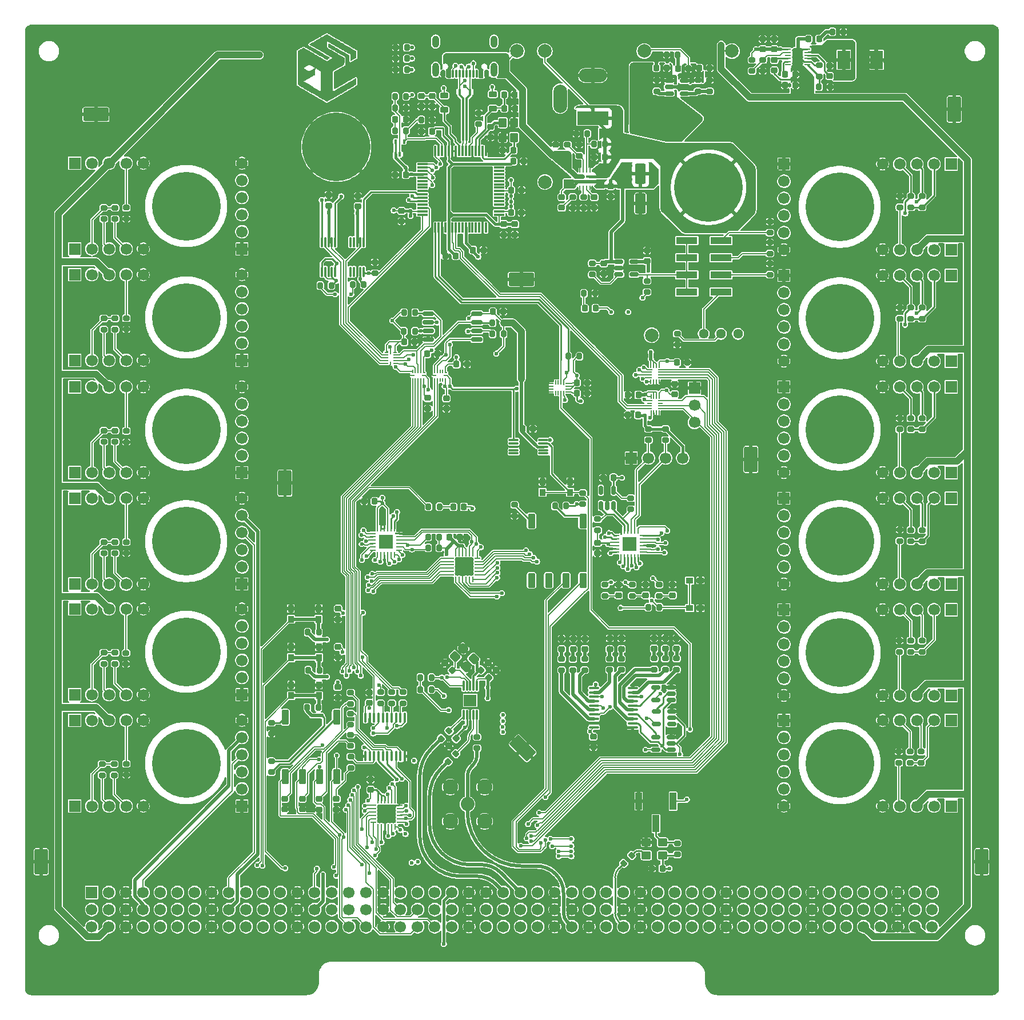
<source format=gbr>
%TF.GenerationSoftware,KiCad,Pcbnew,9.0.2*%
%TF.CreationDate,2025-10-10T15:19:05+02:00*%
%TF.ProjectId,main-board,6d61696e-2d62-46f6-9172-642e6b696361,rev?*%
%TF.SameCoordinates,Original*%
%TF.FileFunction,Copper,L1,Top*%
%TF.FilePolarity,Positive*%
%FSLAX46Y46*%
G04 Gerber Fmt 4.6, Leading zero omitted, Abs format (unit mm)*
G04 Created by KiCad (PCBNEW 9.0.2) date 2025-10-10 15:19:05*
%MOMM*%
%LPD*%
G01*
G04 APERTURE LIST*
G04 Aperture macros list*
%AMRoundRect*
0 Rectangle with rounded corners*
0 $1 Rounding radius*
0 $2 $3 $4 $5 $6 $7 $8 $9 X,Y pos of 4 corners*
0 Add a 4 corners polygon primitive as box body*
4,1,4,$2,$3,$4,$5,$6,$7,$8,$9,$2,$3,0*
0 Add four circle primitives for the rounded corners*
1,1,$1+$1,$2,$3*
1,1,$1+$1,$4,$5*
1,1,$1+$1,$6,$7*
1,1,$1+$1,$8,$9*
0 Add four rect primitives between the rounded corners*
20,1,$1+$1,$2,$3,$4,$5,0*
20,1,$1+$1,$4,$5,$6,$7,0*
20,1,$1+$1,$6,$7,$8,$9,0*
20,1,$1+$1,$8,$9,$2,$3,0*%
G04 Aperture macros list end*
%TA.AperFunction,EtchedComponent*%
%ADD10C,0.000000*%
%TD*%
%TA.AperFunction,SMDPad,CuDef*%
%ADD11R,1.903000X2.790000*%
%TD*%
%TA.AperFunction,SMDPad,CuDef*%
%ADD12RoundRect,0.250000X0.750000X-1.650000X0.750000X1.650000X-0.750000X1.650000X-0.750000X-1.650000X0*%
%TD*%
%TA.AperFunction,SMDPad,CuDef*%
%ADD13RoundRect,0.250000X-1.697056X0.636396X0.636396X-1.697056X1.697056X-0.636396X-0.636396X1.697056X0*%
%TD*%
%TA.AperFunction,SMDPad,CuDef*%
%ADD14RoundRect,0.250000X-1.650000X-0.750000X1.650000X-0.750000X1.650000X0.750000X-1.650000X0.750000X0*%
%TD*%
%TA.AperFunction,SMDPad,CuDef*%
%ADD15RoundRect,0.250000X-0.750000X1.650000X-0.750000X-1.650000X0.750000X-1.650000X0.750000X1.650000X0*%
%TD*%
%TA.AperFunction,SMDPad,CuDef*%
%ADD16RoundRect,0.200000X0.275000X-0.200000X0.275000X0.200000X-0.275000X0.200000X-0.275000X-0.200000X0*%
%TD*%
%TA.AperFunction,SMDPad,CuDef*%
%ADD17RoundRect,0.200000X-0.275000X0.200000X-0.275000X-0.200000X0.275000X-0.200000X0.275000X0.200000X0*%
%TD*%
%TA.AperFunction,SMDPad,CuDef*%
%ADD18RoundRect,0.225000X0.225000X0.250000X-0.225000X0.250000X-0.225000X-0.250000X0.225000X-0.250000X0*%
%TD*%
%TA.AperFunction,SMDPad,CuDef*%
%ADD19RoundRect,0.225000X-0.250000X0.225000X-0.250000X-0.225000X0.250000X-0.225000X0.250000X0.225000X0*%
%TD*%
%TA.AperFunction,SMDPad,CuDef*%
%ADD20RoundRect,0.150000X0.150000X-0.512500X0.150000X0.512500X-0.150000X0.512500X-0.150000X-0.512500X0*%
%TD*%
%TA.AperFunction,SMDPad,CuDef*%
%ADD21RoundRect,0.100000X0.425000X0.100000X-0.425000X0.100000X-0.425000X-0.100000X0.425000X-0.100000X0*%
%TD*%
%TA.AperFunction,SMDPad,CuDef*%
%ADD22RoundRect,0.050000X0.050000X0.250000X-0.050000X0.250000X-0.050000X-0.250000X0.050000X-0.250000X0*%
%TD*%
%TA.AperFunction,SMDPad,CuDef*%
%ADD23RoundRect,0.075000X-0.650000X-0.075000X0.650000X-0.075000X0.650000X0.075000X-0.650000X0.075000X0*%
%TD*%
%TA.AperFunction,SMDPad,CuDef*%
%ADD24RoundRect,0.075000X0.075000X-0.650000X0.075000X0.650000X-0.075000X0.650000X-0.075000X-0.650000X0*%
%TD*%
%TA.AperFunction,SMDPad,CuDef*%
%ADD25RoundRect,0.218750X0.256250X-0.218750X0.256250X0.218750X-0.256250X0.218750X-0.256250X-0.218750X0*%
%TD*%
%TA.AperFunction,ComponentPad*%
%ADD26R,1.700000X1.700000*%
%TD*%
%TA.AperFunction,ComponentPad*%
%ADD27C,1.700000*%
%TD*%
%TA.AperFunction,ComponentPad*%
%ADD28C,10.160000*%
%TD*%
%TA.AperFunction,SMDPad,CuDef*%
%ADD29RoundRect,0.218750X-0.256250X0.218750X-0.256250X-0.218750X0.256250X-0.218750X0.256250X0.218750X0*%
%TD*%
%TA.AperFunction,SMDPad,CuDef*%
%ADD30R,3.150000X1.000000*%
%TD*%
%TA.AperFunction,SMDPad,CuDef*%
%ADD31RoundRect,0.200000X-0.200000X-0.275000X0.200000X-0.275000X0.200000X0.275000X-0.200000X0.275000X0*%
%TD*%
%TA.AperFunction,SMDPad,CuDef*%
%ADD32RoundRect,0.225000X-0.225000X-0.250000X0.225000X-0.250000X0.225000X0.250000X-0.225000X0.250000X0*%
%TD*%
%TA.AperFunction,SMDPad,CuDef*%
%ADD33RoundRect,0.225000X0.250000X-0.225000X0.250000X0.225000X-0.250000X0.225000X-0.250000X-0.225000X0*%
%TD*%
%TA.AperFunction,SMDPad,CuDef*%
%ADD34R,0.200000X0.600000*%
%TD*%
%TA.AperFunction,SMDPad,CuDef*%
%ADD35R,0.250000X0.150000*%
%TD*%
%TA.AperFunction,SMDPad,CuDef*%
%ADD36R,0.600000X0.200000*%
%TD*%
%TA.AperFunction,SMDPad,CuDef*%
%ADD37RoundRect,0.100000X0.637500X0.100000X-0.637500X0.100000X-0.637500X-0.100000X0.637500X-0.100000X0*%
%TD*%
%TA.AperFunction,SMDPad,CuDef*%
%ADD38R,1.000000X2.510000*%
%TD*%
%TA.AperFunction,SMDPad,CuDef*%
%ADD39RoundRect,0.050000X-0.050000X0.300000X-0.050000X-0.300000X0.050000X-0.300000X0.050000X0.300000X0*%
%TD*%
%TA.AperFunction,SMDPad,CuDef*%
%ADD40RoundRect,0.050000X-0.050000X0.250000X-0.050000X-0.250000X0.050000X-0.250000X0.050000X0.250000X0*%
%TD*%
%TA.AperFunction,SMDPad,CuDef*%
%ADD41RoundRect,0.050000X-0.250000X-0.050000X0.250000X-0.050000X0.250000X0.050000X-0.250000X0.050000X0*%
%TD*%
%TA.AperFunction,SMDPad,CuDef*%
%ADD42RoundRect,0.050000X0.050000X-0.250000X0.050000X0.250000X-0.050000X0.250000X-0.050000X-0.250000X0*%
%TD*%
%TA.AperFunction,SMDPad,CuDef*%
%ADD43RoundRect,0.050000X0.250000X0.050000X-0.250000X0.050000X-0.250000X-0.050000X0.250000X-0.050000X0*%
%TD*%
%TA.AperFunction,SMDPad,CuDef*%
%ADD44RoundRect,0.150000X0.512500X0.150000X-0.512500X0.150000X-0.512500X-0.150000X0.512500X-0.150000X0*%
%TD*%
%TA.AperFunction,SMDPad,CuDef*%
%ADD45RoundRect,0.200000X0.200000X0.275000X-0.200000X0.275000X-0.200000X-0.275000X0.200000X-0.275000X0*%
%TD*%
%TA.AperFunction,SMDPad,CuDef*%
%ADD46RoundRect,0.050000X-0.300000X-0.050000X0.300000X-0.050000X0.300000X0.050000X-0.300000X0.050000X0*%
%TD*%
%TA.AperFunction,SMDPad,CuDef*%
%ADD47RoundRect,0.225000X0.017678X-0.335876X0.335876X-0.017678X-0.017678X0.335876X-0.335876X0.017678X0*%
%TD*%
%TA.AperFunction,SMDPad,CuDef*%
%ADD48RoundRect,0.218750X-0.218750X-0.256250X0.218750X-0.256250X0.218750X0.256250X-0.218750X0.256250X0*%
%TD*%
%TA.AperFunction,SMDPad,CuDef*%
%ADD49RoundRect,0.050000X-0.150000X-0.300000X0.150000X-0.300000X0.150000X0.300000X-0.150000X0.300000X0*%
%TD*%
%TA.AperFunction,SMDPad,CuDef*%
%ADD50R,1.000000X0.900000*%
%TD*%
%TA.AperFunction,SMDPad,CuDef*%
%ADD51R,0.900000X1.000000*%
%TD*%
%TA.AperFunction,SMDPad,CuDef*%
%ADD52RoundRect,0.150000X-0.512500X-0.150000X0.512500X-0.150000X0.512500X0.150000X-0.512500X0.150000X0*%
%TD*%
%TA.AperFunction,SMDPad,CuDef*%
%ADD53RoundRect,0.062500X-0.362500X-0.062500X0.362500X-0.062500X0.362500X0.062500X-0.362500X0.062500X0*%
%TD*%
%TA.AperFunction,HeatsinkPad*%
%ADD54C,0.500000*%
%TD*%
%TA.AperFunction,HeatsinkPad*%
%ADD55R,1.650000X2.380000*%
%TD*%
%TA.AperFunction,SMDPad,CuDef*%
%ADD56RoundRect,0.218750X0.218750X0.256250X-0.218750X0.256250X-0.218750X-0.256250X0.218750X-0.256250X0*%
%TD*%
%TA.AperFunction,SMDPad,CuDef*%
%ADD57RoundRect,0.250000X0.450000X0.350000X-0.450000X0.350000X-0.450000X-0.350000X0.450000X-0.350000X0*%
%TD*%
%TA.AperFunction,ComponentPad*%
%ADD58C,2.000000*%
%TD*%
%TA.AperFunction,SMDPad,CuDef*%
%ADD59R,0.150000X0.250000*%
%TD*%
%TA.AperFunction,SMDPad,CuDef*%
%ADD60RoundRect,0.218750X-0.381250X0.218750X-0.381250X-0.218750X0.381250X-0.218750X0.381250X0.218750X0*%
%TD*%
%TA.AperFunction,ComponentPad*%
%ADD61R,4.600000X2.000000*%
%TD*%
%TA.AperFunction,ComponentPad*%
%ADD62O,4.200000X2.000000*%
%TD*%
%TA.AperFunction,ComponentPad*%
%ADD63O,2.000000X4.200000*%
%TD*%
%TA.AperFunction,ComponentPad*%
%ADD64C,2.050000*%
%TD*%
%TA.AperFunction,ComponentPad*%
%ADD65C,2.250000*%
%TD*%
%TA.AperFunction,SMDPad,CuDef*%
%ADD66RoundRect,0.100000X0.100000X-0.225000X0.100000X0.225000X-0.100000X0.225000X-0.100000X-0.225000X0*%
%TD*%
%TA.AperFunction,SMDPad,CuDef*%
%ADD67RoundRect,0.162500X-0.650000X-0.162500X0.650000X-0.162500X0.650000X0.162500X-0.650000X0.162500X0*%
%TD*%
%TA.AperFunction,SMDPad,CuDef*%
%ADD68RoundRect,0.075000X-0.075000X0.700000X-0.075000X-0.700000X0.075000X-0.700000X0.075000X0.700000X0*%
%TD*%
%TA.AperFunction,SMDPad,CuDef*%
%ADD69RoundRect,0.075000X-0.700000X0.075000X-0.700000X-0.075000X0.700000X-0.075000X0.700000X0.075000X0*%
%TD*%
%TA.AperFunction,SMDPad,CuDef*%
%ADD70RoundRect,0.200000X0.053033X-0.335876X0.335876X-0.053033X-0.053033X0.335876X-0.335876X0.053033X0*%
%TD*%
%TA.AperFunction,SMDPad,CuDef*%
%ADD71RoundRect,0.225000X-0.017678X0.335876X-0.335876X0.017678X0.017678X-0.335876X0.335876X-0.017678X0*%
%TD*%
%TA.AperFunction,SMDPad,CuDef*%
%ADD72RoundRect,0.100000X0.100000X-0.637500X0.100000X0.637500X-0.100000X0.637500X-0.100000X-0.637500X0*%
%TD*%
%TA.AperFunction,SMDPad,CuDef*%
%ADD73RoundRect,0.275000X-0.275000X-0.825000X0.275000X-0.825000X0.275000X0.825000X-0.275000X0.825000X0*%
%TD*%
%TA.AperFunction,SMDPad,CuDef*%
%ADD74RoundRect,0.200000X-0.053033X0.335876X-0.335876X0.053033X0.053033X-0.335876X0.335876X-0.053033X0*%
%TD*%
%TA.AperFunction,SMDPad,CuDef*%
%ADD75RoundRect,0.075000X-0.075000X0.650000X-0.075000X-0.650000X0.075000X-0.650000X0.075000X0.650000X0*%
%TD*%
%TA.AperFunction,HeatsinkPad*%
%ADD76R,1.880000X1.680000*%
%TD*%
%TA.AperFunction,SMDPad,CuDef*%
%ADD77RoundRect,0.062500X-0.375000X-0.062500X0.375000X-0.062500X0.375000X0.062500X-0.375000X0.062500X0*%
%TD*%
%TA.AperFunction,SMDPad,CuDef*%
%ADD78RoundRect,0.062500X-0.062500X-0.375000X0.062500X-0.375000X0.062500X0.375000X-0.062500X0.375000X0*%
%TD*%
%TA.AperFunction,HeatsinkPad*%
%ADD79R,2.600000X2.600000*%
%TD*%
%TA.AperFunction,SMDPad,CuDef*%
%ADD80RoundRect,0.250000X-0.350000X0.450000X-0.350000X-0.450000X0.350000X-0.450000X0.350000X0.450000X0*%
%TD*%
%TA.AperFunction,HeatsinkPad*%
%ADD81R,2.100000X2.100000*%
%TD*%
%TA.AperFunction,SMDPad,CuDef*%
%ADD82RoundRect,0.250000X-0.565685X0.070711X0.070711X-0.565685X0.565685X-0.070711X-0.070711X0.565685X0*%
%TD*%
%TA.AperFunction,SMDPad,CuDef*%
%ADD83RoundRect,0.062500X0.062500X-0.375000X0.062500X0.375000X-0.062500X0.375000X-0.062500X-0.375000X0*%
%TD*%
%TA.AperFunction,SMDPad,CuDef*%
%ADD84RoundRect,0.062500X0.375000X-0.062500X0.375000X0.062500X-0.375000X0.062500X-0.375000X-0.062500X0*%
%TD*%
%TA.AperFunction,SMDPad,CuDef*%
%ADD85RoundRect,0.250000X-0.550000X1.250000X-0.550000X-1.250000X0.550000X-1.250000X0.550000X1.250000X0*%
%TD*%
%TA.AperFunction,ComponentPad*%
%ADD86C,1.440000*%
%TD*%
%TA.AperFunction,SMDPad,CuDef*%
%ADD87RoundRect,0.225000X0.335876X0.017678X0.017678X0.335876X-0.335876X-0.017678X-0.017678X-0.335876X0*%
%TD*%
%TA.AperFunction,SMDPad,CuDef*%
%ADD88RoundRect,0.150000X0.150000X0.425000X-0.150000X0.425000X-0.150000X-0.425000X0.150000X-0.425000X0*%
%TD*%
%TA.AperFunction,SMDPad,CuDef*%
%ADD89RoundRect,0.075000X0.075000X0.500000X-0.075000X0.500000X-0.075000X-0.500000X0.075000X-0.500000X0*%
%TD*%
%TA.AperFunction,HeatsinkPad*%
%ADD90O,1.000000X2.100000*%
%TD*%
%TA.AperFunction,HeatsinkPad*%
%ADD91O,1.000000X1.800000*%
%TD*%
%TA.AperFunction,SMDPad,CuDef*%
%ADD92RoundRect,0.050000X0.150000X0.300000X-0.150000X0.300000X-0.150000X-0.300000X0.150000X-0.300000X0*%
%TD*%
%TA.AperFunction,ViaPad*%
%ADD93C,0.600000*%
%TD*%
%TA.AperFunction,Conductor*%
%ADD94C,0.500000*%
%TD*%
%TA.AperFunction,Conductor*%
%ADD95C,0.200000*%
%TD*%
%TA.AperFunction,Conductor*%
%ADD96C,0.250000*%
%TD*%
%TA.AperFunction,Conductor*%
%ADD97C,0.400000*%
%TD*%
%TA.AperFunction,Conductor*%
%ADD98C,0.150000*%
%TD*%
%TA.AperFunction,Conductor*%
%ADD99C,0.350000*%
%TD*%
%TA.AperFunction,Conductor*%
%ADD100C,1.000000*%
%TD*%
%TA.AperFunction,Conductor*%
%ADD101C,0.300000*%
%TD*%
G04 APERTURE END LIST*
D10*
%TA.AperFunction,EtchedComponent*%
%TO.C,REF\u002A\u002A*%
G36*
X148413302Y-25613696D02*
G01*
X148509691Y-25669436D01*
X148618874Y-25732602D01*
X148727743Y-25795610D01*
X148823190Y-25850874D01*
X148827161Y-25853174D01*
X148915224Y-25904158D01*
X149009182Y-25958516D01*
X149098455Y-26010130D01*
X149172467Y-26052883D01*
X149179939Y-26057196D01*
X149262511Y-26104863D01*
X149355510Y-26158568D01*
X149443313Y-26209289D01*
X149473920Y-26226975D01*
X149615096Y-26308485D01*
X149731916Y-26375749D01*
X149827107Y-26430327D01*
X149903398Y-26473778D01*
X149963517Y-26507661D01*
X150009650Y-26533240D01*
X150047496Y-26554450D01*
X150107383Y-26588578D01*
X150184275Y-26632728D01*
X150273134Y-26684003D01*
X150368925Y-26739506D01*
X150425144Y-26772186D01*
X150597481Y-26872373D01*
X150775668Y-26975751D01*
X150953249Y-27078587D01*
X151123769Y-27177145D01*
X151280771Y-27267691D01*
X151417800Y-27346489D01*
X151429877Y-27353420D01*
X151506883Y-27397736D01*
X151596821Y-27449704D01*
X151685555Y-27501148D01*
X151727778Y-27525706D01*
X151794930Y-27564664D01*
X151880975Y-27614344D01*
X151977565Y-27669940D01*
X152076349Y-27726644D01*
X152143272Y-27764959D01*
X152229672Y-27814552D01*
X152311338Y-27861778D01*
X152382514Y-27903283D01*
X152437449Y-27935714D01*
X152468584Y-27954582D01*
X152535191Y-27996286D01*
X152535219Y-28499017D01*
X152535247Y-29001748D01*
X152437254Y-29056720D01*
X152394807Y-29080769D01*
X152330689Y-29117405D01*
X152250361Y-29163491D01*
X152159284Y-29215892D01*
X152062921Y-29271472D01*
X152021460Y-29295429D01*
X151930231Y-29347987D01*
X151847234Y-29395449D01*
X151776590Y-29435486D01*
X151722422Y-29465770D01*
X151688852Y-29483972D01*
X151680441Y-29488077D01*
X151673918Y-29487325D01*
X151668719Y-29477503D01*
X151664700Y-29455592D01*
X151661716Y-29418569D01*
X151659623Y-29363415D01*
X151658276Y-29287108D01*
X151657531Y-29186629D01*
X151657243Y-29058955D01*
X151657223Y-29002946D01*
X151657223Y-28508905D01*
X151512192Y-28422726D01*
X151444609Y-28382810D01*
X151379912Y-28345022D01*
X151327246Y-28314680D01*
X151304445Y-28301832D01*
X151274859Y-28285120D01*
X151222223Y-28255035D01*
X151150617Y-28213925D01*
X151064125Y-28164138D01*
X150966829Y-28108021D01*
X150862810Y-28047921D01*
X150841914Y-28035836D01*
X150730795Y-27971566D01*
X150619966Y-27907481D01*
X150514770Y-27846671D01*
X150420551Y-27792223D01*
X150342651Y-27747224D01*
X150286413Y-27714764D01*
X150285309Y-27714128D01*
X150201447Y-27665668D01*
X150107417Y-27611187D01*
X150018129Y-27559329D01*
X149979568Y-27536877D01*
X149897915Y-27489422D01*
X149806561Y-27436548D01*
X149720667Y-27387023D01*
X149689507Y-27369125D01*
X149612513Y-27324820D01*
X149522588Y-27272849D01*
X149433863Y-27221387D01*
X149391605Y-27196791D01*
X149349094Y-27172020D01*
X149307635Y-27147895D01*
X149264313Y-27122729D01*
X149216212Y-27094838D01*
X149160417Y-27062534D01*
X149094013Y-27024130D01*
X149014084Y-26977942D01*
X148917715Y-26922281D01*
X148801991Y-26855463D01*
X148663995Y-26775800D01*
X148556440Y-26713715D01*
X148466321Y-26661876D01*
X148385481Y-26615716D01*
X148317792Y-26577418D01*
X148267124Y-26549165D01*
X148237349Y-26533138D01*
X148231100Y-26530298D01*
X148229229Y-26545346D01*
X148227535Y-26587967D01*
X148226078Y-26654374D01*
X148224916Y-26740783D01*
X148224107Y-26843409D01*
X148223710Y-26958465D01*
X148223680Y-27012428D01*
X148223841Y-27494558D01*
X148376551Y-27582028D01*
X148425629Y-27610168D01*
X148480882Y-27641911D01*
X148545060Y-27678840D01*
X148620911Y-27722540D01*
X148711183Y-27774597D01*
X148818624Y-27836595D01*
X148945985Y-27910119D01*
X149096012Y-27996754D01*
X149203457Y-28058809D01*
X149292971Y-28110539D01*
X149403128Y-28174245D01*
X149527444Y-28246172D01*
X149659434Y-28322568D01*
X149792614Y-28399678D01*
X149920498Y-28473749D01*
X150036604Y-28541028D01*
X150105001Y-28580681D01*
X150171208Y-28619030D01*
X150232107Y-28654223D01*
X150279661Y-28681619D01*
X150300988Y-28693834D01*
X150333234Y-28712185D01*
X150385289Y-28741806D01*
X150449705Y-28778458D01*
X150512655Y-28814274D01*
X150584610Y-28855576D01*
X150653548Y-28895786D01*
X150710928Y-28929884D01*
X150744137Y-28950255D01*
X150810990Y-28992570D01*
X150806853Y-29495836D01*
X150802717Y-29999101D01*
X150598889Y-30116653D01*
X150506427Y-30169848D01*
X150403857Y-30228648D01*
X150303446Y-30286033D01*
X150217458Y-30334982D01*
X150214754Y-30336516D01*
X150126294Y-30386763D01*
X150027693Y-30442853D01*
X149932454Y-30497100D01*
X149869815Y-30532834D01*
X149801698Y-30571635D01*
X149740158Y-30606518D01*
X149692231Y-30633505D01*
X149665988Y-30648061D01*
X149640461Y-30662347D01*
X149592725Y-30689485D01*
X149527727Y-30726648D01*
X149450414Y-30771006D01*
X149365731Y-30819733D01*
X149360247Y-30822893D01*
X149093704Y-30976502D01*
X149089705Y-32469326D01*
X149089206Y-32682743D01*
X149088871Y-32887040D01*
X149088694Y-33080067D01*
X149088671Y-33259671D01*
X149088798Y-33423702D01*
X149089071Y-33570009D01*
X149089484Y-33696439D01*
X149090034Y-33800843D01*
X149090716Y-33881068D01*
X149091525Y-33934964D01*
X149092458Y-33960379D01*
X149092800Y-33962150D01*
X149108194Y-33954589D01*
X149147434Y-33933147D01*
X149207244Y-33899686D01*
X149284352Y-33856071D01*
X149375482Y-33804162D01*
X149477361Y-33745824D01*
X149586713Y-33682918D01*
X149700266Y-33617308D01*
X149767902Y-33578086D01*
X149829518Y-33542367D01*
X149911532Y-33494915D01*
X150007166Y-33439648D01*
X150109642Y-33380480D01*
X150212183Y-33321329D01*
X150238272Y-33306289D01*
X150341894Y-33246550D01*
X150464504Y-33175845D01*
X150597933Y-33098884D01*
X150734013Y-33020381D01*
X150864576Y-32945047D01*
X150943828Y-32899310D01*
X151189187Y-32757718D01*
X151408721Y-32631079D01*
X151603749Y-32518639D01*
X151775586Y-32419643D01*
X151925551Y-32333339D01*
X152054960Y-32258972D01*
X152165130Y-32195789D01*
X152257379Y-32143037D01*
X152333023Y-32099962D01*
X152393381Y-32065809D01*
X152439768Y-32039827D01*
X152473502Y-32021260D01*
X152495901Y-32009356D01*
X152508281Y-32003360D01*
X152511630Y-32002274D01*
X152513559Y-32017332D01*
X152515307Y-32060022D01*
X152516816Y-32126620D01*
X152518027Y-32213399D01*
X152518883Y-32316636D01*
X152519326Y-32432603D01*
X152519373Y-32500082D01*
X152519178Y-32997891D01*
X152241071Y-33161034D01*
X152144738Y-33217466D01*
X152046198Y-33275053D01*
X151952859Y-33329476D01*
X151872128Y-33376415D01*
X151814013Y-33410053D01*
X151741771Y-33451801D01*
X151669073Y-33493979D01*
X151606589Y-33530387D01*
X151578828Y-33546656D01*
X151521847Y-33580009D01*
X151445903Y-33624172D01*
X151349063Y-33680265D01*
X151229395Y-33749406D01*
X151084967Y-33832715D01*
X151041822Y-33857583D01*
X150962784Y-33903222D01*
X150871147Y-33956275D01*
X150781397Y-34008349D01*
X150740001Y-34032418D01*
X150679856Y-34067337D01*
X150600742Y-34113142D01*
X150508564Y-34166427D01*
X150409226Y-34223786D01*
X150308635Y-34281812D01*
X150212695Y-34337098D01*
X150127311Y-34386237D01*
X150058389Y-34425823D01*
X150018766Y-34448499D01*
X149989753Y-34465210D01*
X149939241Y-34494468D01*
X149872820Y-34533028D01*
X149796081Y-34577646D01*
X149736544Y-34612303D01*
X149654275Y-34660175D01*
X149576767Y-34705202D01*
X149510062Y-34743880D01*
X149460200Y-34772705D01*
X149438643Y-34785092D01*
X149328360Y-34848223D01*
X149223892Y-34908300D01*
X149130598Y-34962226D01*
X149053841Y-35006901D01*
X148998982Y-35039227D01*
X148998807Y-35039331D01*
X148939400Y-35074391D01*
X148877313Y-35110480D01*
X148849856Y-35126212D01*
X148759562Y-35177722D01*
X148664675Y-35232173D01*
X148572281Y-35285470D01*
X148489465Y-35333521D01*
X148423313Y-35372233D01*
X148398798Y-35386749D01*
X148341956Y-35419751D01*
X148285430Y-35451188D01*
X148255928Y-35466799D01*
X148196482Y-35497126D01*
X147774908Y-35253434D01*
X147670095Y-35192731D01*
X147573780Y-35136729D01*
X147489393Y-35087439D01*
X147420363Y-35046873D01*
X147370119Y-35017041D01*
X147342089Y-34999956D01*
X147337655Y-34996976D01*
X147320968Y-34986595D01*
X147280071Y-34962436D01*
X147217992Y-34926253D01*
X147137762Y-34879799D01*
X147042412Y-34824828D01*
X146934972Y-34763093D01*
X146818472Y-34696348D01*
X146788889Y-34679429D01*
X146650385Y-34600193D01*
X146502678Y-34515606D01*
X146352188Y-34429350D01*
X146205336Y-34345108D01*
X146068540Y-34266561D01*
X145948221Y-34197392D01*
X145879507Y-34157832D01*
X145771811Y-34095782D01*
X145664743Y-34034097D01*
X145563776Y-33975931D01*
X145474388Y-33924439D01*
X145402055Y-33882776D01*
X145358180Y-33857509D01*
X145275901Y-33810080D01*
X145182688Y-33756265D01*
X145094729Y-33705413D01*
X145068118Y-33690007D01*
X144931280Y-33610781D01*
X144814564Y-33543269D01*
X144710972Y-33483440D01*
X144613508Y-33427262D01*
X144515175Y-33370705D01*
X144408976Y-33309737D01*
X144287914Y-33240326D01*
X144234218Y-33209558D01*
X143864785Y-32997891D01*
X143864782Y-32490614D01*
X144774136Y-32490614D01*
X144786698Y-32502981D01*
X144819807Y-32525876D01*
X144866602Y-32554593D01*
X144872130Y-32557812D01*
X145188004Y-32740817D01*
X145477694Y-32908643D01*
X145742149Y-33061838D01*
X145982313Y-33200949D01*
X146199133Y-33326524D01*
X146393556Y-33439111D01*
X146566528Y-33539257D01*
X146718996Y-33627510D01*
X146851906Y-33704417D01*
X146966205Y-33770526D01*
X147062838Y-33826385D01*
X147142753Y-33872541D01*
X147206896Y-33909542D01*
X147256213Y-33937935D01*
X147291650Y-33958268D01*
X147314155Y-33971089D01*
X147324673Y-33976945D01*
X147325735Y-33977460D01*
X147326274Y-33962193D01*
X147326793Y-33917718D01*
X147327286Y-33846184D01*
X147327749Y-33749741D01*
X147328174Y-33630538D01*
X147328558Y-33490727D01*
X147328893Y-33332455D01*
X147329175Y-33157873D01*
X147329397Y-32969130D01*
X147329555Y-32768377D01*
X147329641Y-32557762D01*
X147329654Y-32483806D01*
X147329814Y-30989783D01*
X146910401Y-30751563D01*
X146490988Y-30513343D01*
X146483149Y-31005660D01*
X146480984Y-31126674D01*
X146478550Y-31237294D01*
X146475967Y-31333711D01*
X146473353Y-31412114D01*
X146470829Y-31468693D01*
X146468514Y-31499638D01*
X146467470Y-31504310D01*
X146448385Y-31516312D01*
X146404353Y-31542020D01*
X146337882Y-31579989D01*
X146263643Y-31621928D01*
X146224669Y-31644277D01*
X146168867Y-31676788D01*
X146106342Y-31713563D01*
X146085958Y-31725628D01*
X146031549Y-31757616D01*
X145988434Y-31782448D01*
X145962871Y-31796543D01*
X145958637Y-31798446D01*
X145944218Y-31805915D01*
X145907927Y-31826362D01*
X145854909Y-31856846D01*
X145790311Y-31894428D01*
X145775705Y-31902976D01*
X145565500Y-32025949D01*
X145381719Y-32133084D01*
X145223886Y-32224655D01*
X145091524Y-32300939D01*
X144984156Y-32362213D01*
X144934846Y-32390029D01*
X144872027Y-32426107D01*
X144820711Y-32457165D01*
X144786288Y-32479831D01*
X144774136Y-32490614D01*
X143864782Y-32490614D01*
X143864769Y-30495118D01*
X143864769Y-30492191D01*
X144764013Y-30492191D01*
X144778263Y-30501075D01*
X144815506Y-30523324D01*
X144871741Y-30556598D01*
X144942966Y-30598556D01*
X145025181Y-30646856D01*
X145114384Y-30699158D01*
X145206575Y-30753121D01*
X145297752Y-30806404D01*
X145383913Y-30856664D01*
X145461059Y-30901563D01*
X145525187Y-30938757D01*
X145572297Y-30965907D01*
X145598387Y-30980670D01*
X145602301Y-30982676D01*
X145617065Y-30975367D01*
X145652049Y-30955489D01*
X145700702Y-30926797D01*
X145719894Y-30915279D01*
X145767488Y-30887036D01*
X145836429Y-30846723D01*
X145920805Y-30797771D01*
X146014699Y-30743605D01*
X146112199Y-30687654D01*
X146142703Y-30670214D01*
X146231095Y-30619446D01*
X146309294Y-30574000D01*
X146373542Y-30536103D01*
X146420083Y-30507982D01*
X146445160Y-30491866D01*
X146448444Y-30488926D01*
X146434239Y-30480405D01*
X146396168Y-30458230D01*
X146337574Y-30424330D01*
X146261801Y-30380635D01*
X146172192Y-30329075D01*
X146072093Y-30271581D01*
X146028506Y-30246574D01*
X145613061Y-30008304D01*
X145534617Y-30048536D01*
X145491993Y-30070768D01*
X145448284Y-30094510D01*
X145397966Y-30122913D01*
X145335520Y-30159126D01*
X145255422Y-30206298D01*
X145189630Y-30245307D01*
X145118839Y-30286735D01*
X145034236Y-30335335D01*
X144949534Y-30383259D01*
X144912199Y-30404089D01*
X144851708Y-30438132D01*
X144803345Y-30466302D01*
X144772472Y-30485412D01*
X144764013Y-30492191D01*
X143864769Y-30492191D01*
X143864754Y-27992345D01*
X144025464Y-27898151D01*
X144091895Y-27859415D01*
X144177733Y-27809660D01*
X144275147Y-27753408D01*
X144376308Y-27695181D01*
X144464070Y-27644835D01*
X144741967Y-27485713D01*
X144848206Y-27546700D01*
X144888638Y-27569901D01*
X144951886Y-27606185D01*
X145033565Y-27653036D01*
X145129287Y-27707937D01*
X145234666Y-27768374D01*
X145345317Y-27831829D01*
X145385618Y-27854940D01*
X145503458Y-27922546D01*
X145623287Y-27991350D01*
X145739475Y-28058117D01*
X145846397Y-28119610D01*
X145938423Y-28172594D01*
X146009926Y-28213834D01*
X146020618Y-28220012D01*
X146188529Y-28317042D01*
X146330475Y-28399004D01*
X146447616Y-28466566D01*
X146541113Y-28520397D01*
X146612124Y-28561164D01*
X146661809Y-28589536D01*
X146686976Y-28603753D01*
X146723580Y-28624584D01*
X146778740Y-28656399D01*
X146843973Y-28694294D01*
X146890803Y-28721642D01*
X146972419Y-28769308D01*
X147063732Y-28822464D01*
X147149605Y-28872304D01*
X147180865Y-28890393D01*
X147259880Y-28936131D01*
X147350803Y-28988869D01*
X147438458Y-29039801D01*
X147470926Y-29058698D01*
X147601408Y-29134554D01*
X147711909Y-29198466D01*
X147809437Y-29254460D01*
X147900999Y-29306561D01*
X147980494Y-29351425D01*
X148044635Y-29387777D01*
X148102586Y-29421111D01*
X148146220Y-29446728D01*
X148162304Y-29456538D01*
X148180860Y-29466969D01*
X148198746Y-29470606D01*
X148221799Y-29465505D01*
X148255855Y-29449720D01*
X148306752Y-29421307D01*
X148358292Y-29391241D01*
X148496815Y-29310191D01*
X148640977Y-29226181D01*
X148799279Y-29134261D01*
X148893797Y-29079498D01*
X148949543Y-29045915D01*
X148993228Y-29017112D01*
X149018883Y-28997161D01*
X149023149Y-28991310D01*
X149010284Y-28979005D01*
X148975106Y-28954820D01*
X148922735Y-28922064D01*
X148858293Y-28884042D01*
X148846760Y-28877437D01*
X148759935Y-28827851D01*
X148663792Y-28772822D01*
X148571658Y-28719983D01*
X148513581Y-28686599D01*
X148442696Y-28645839D01*
X148374143Y-28606498D01*
X148316961Y-28573760D01*
X148287059Y-28556705D01*
X148231339Y-28524661D01*
X148168057Y-28487743D01*
X148138108Y-28470073D01*
X148082899Y-28437537D01*
X148028877Y-28406040D01*
X148004013Y-28391717D01*
X147874435Y-28317543D01*
X147768228Y-28256488D01*
X147687235Y-28209612D01*
X147677907Y-28204179D01*
X147618393Y-28169763D01*
X147555352Y-28133713D01*
X147533643Y-28121418D01*
X147476560Y-28089011D01*
X147417937Y-28055413D01*
X147400371Y-28045262D01*
X147323280Y-28000541D01*
X147245216Y-27955217D01*
X147173676Y-27913648D01*
X147116159Y-27880189D01*
X147086791Y-27863071D01*
X147054131Y-27844110D01*
X147002013Y-27813975D01*
X146938160Y-27777127D01*
X146882964Y-27745322D01*
X146808387Y-27702324D01*
X146732587Y-27658530D01*
X146666189Y-27620082D01*
X146632099Y-27600283D01*
X146572582Y-27565868D01*
X146513506Y-27532072D01*
X146475309Y-27510504D01*
X146420413Y-27479471D01*
X146347106Y-27437518D01*
X146264007Y-27389629D01*
X146179732Y-27340786D01*
X146102899Y-27295970D01*
X146042125Y-27260163D01*
X146035473Y-27256204D01*
X145976098Y-27221282D01*
X145914035Y-27185509D01*
X145886523Y-27169953D01*
X145788127Y-27114710D01*
X145714458Y-27072406D01*
X145662809Y-27040796D01*
X145630471Y-27017636D01*
X145614736Y-27000679D01*
X145612896Y-26987681D01*
X145622242Y-26976394D01*
X145639353Y-26965008D01*
X145676438Y-26942938D01*
X145732499Y-26910175D01*
X145803398Y-26869084D01*
X145884997Y-26822031D01*
X145973161Y-26771381D01*
X146063751Y-26719499D01*
X146152631Y-26668751D01*
X146235664Y-26621501D01*
X146308712Y-26580116D01*
X146367638Y-26546960D01*
X146408306Y-26524398D01*
X146426578Y-26514796D01*
X146427133Y-26514619D01*
X146443274Y-26507114D01*
X146479500Y-26487103D01*
X146529086Y-26458344D01*
X146549228Y-26446385D01*
X146587622Y-26423749D01*
X146649638Y-26387553D01*
X146731709Y-26339865D01*
X146830271Y-26282749D01*
X146941757Y-26218271D01*
X147062601Y-26148496D01*
X147189236Y-26075491D01*
X147243581Y-26044196D01*
X147372131Y-25970158D01*
X147496863Y-25898250D01*
X147614129Y-25830581D01*
X147720281Y-25769258D01*
X147811673Y-25716387D01*
X147884656Y-25674078D01*
X147935585Y-25644437D01*
X147949136Y-25636498D01*
X148013822Y-25598759D01*
X148076621Y-25562612D01*
X148126791Y-25534225D01*
X148138919Y-25527517D01*
X148203270Y-25492279D01*
X148413302Y-25613696D01*
G37*
%TD.AperFunction*%
%TD*%
D11*
%TO.P,L3,1*%
%TO.N,/LX*%
X224747000Y-29300000D03*
%TO.P,L3,2*%
%TO.N,GND*%
X229600000Y-29300000D03*
%TD*%
D12*
%TO.P,TP14,1*%
%TO.N,GND*%
X142000000Y-92000000D03*
%TD*%
%TO.P,TP13,1*%
%TO.N,GND*%
X211000000Y-88500000D03*
%TD*%
D13*
%TO.P,TP12,1*%
%TO.N,GND*%
X177200000Y-131300000D03*
%TD*%
D14*
%TO.P,TP11,1*%
%TO.N,GND*%
X177000000Y-61800000D03*
%TD*%
D12*
%TO.P,TP10,1*%
%TO.N,GND*%
X245200000Y-148100000D03*
%TD*%
D15*
%TO.P,TP9,1*%
%TO.N,GND*%
X105900000Y-148100000D03*
%TD*%
%TO.P,TP8,1*%
%TO.N,GND*%
X241100000Y-36600000D03*
%TD*%
D14*
%TO.P,TP7,1*%
%TO.N,GND*%
X114000000Y-37400000D03*
%TD*%
D16*
%TO.P,R72,1*%
%TO.N,3V3*%
X188300000Y-99000000D03*
%TO.P,R72,2*%
%TO.N,/I2C_expander/SCL_EEPROM*%
X188300000Y-97350000D03*
%TD*%
D17*
%TO.P,R26,1*%
%TO.N,3V3*%
X193200000Y-94250000D03*
%TO.P,R26,2*%
%TO.N,/I2C_expander/SDA_EEPROM*%
X193200000Y-95900000D03*
%TD*%
D18*
%TO.P,C47,1*%
%TO.N,3V3*%
X155275000Y-94700000D03*
%TO.P,C47,2*%
%TO.N,GND*%
X153725000Y-94700000D03*
%TD*%
D19*
%TO.P,C46,1*%
%TO.N,3V3*%
X188300000Y-100850000D03*
%TO.P,C46,2*%
%TO.N,GND*%
X188300000Y-102400000D03*
%TD*%
D20*
%TO.P,U12,1,SCL*%
%TO.N,/I2C_expander/SCL_EEPROM*%
X188775000Y-95342500D03*
%TO.P,U12,2,V_{SS}*%
%TO.N,GND*%
X189725000Y-95342500D03*
%TO.P,U12,3,SDA*%
%TO.N,/I2C_expander/SDA_EEPROM*%
X190675000Y-95342500D03*
%TO.P,U12,4,V_{CC}*%
%TO.N,3V3*%
X190675000Y-93067500D03*
%TO.P,U12,5,NC*%
%TO.N,unconnected-(U12-NC-Pad5)*%
X188775000Y-93067500D03*
%TD*%
D18*
%TO.P,C35,1*%
%TO.N,3V3*%
X190650000Y-91200000D03*
%TO.P,C35,2*%
%TO.N,GND*%
X189100000Y-91200000D03*
%TD*%
D21*
%TO.P,IC13,1,VOUT_1*%
%TO.N,5V*%
X187075257Y-47320000D03*
%TO.P,IC13,2,VIN2*%
%TO.N,/VEXT*%
X187075257Y-46620000D03*
D22*
%TO.P,IC13,3,CP2*%
%TO.N,GND*%
X187150257Y-45670000D03*
%TO.P,IC13,4,OV2*%
%TO.N,Net-(IC13-OV2)*%
X186650257Y-45670000D03*
%TO.P,IC13,5,OV1*%
%TO.N,Net-(IC13-OV1)*%
X186150257Y-45670000D03*
%TO.P,IC13,6,PR1*%
%TO.N,GND*%
X185650257Y-45670000D03*
D21*
%TO.P,IC13,7,VIN1*%
%TO.N,/VUSB*%
X185725257Y-46620000D03*
%TO.P,IC13,8,VOUT_2*%
%TO.N,5V*%
X185725257Y-47320000D03*
D22*
%TO.P,IC13,9,ST*%
%TO.N,GND*%
X185650257Y-48270000D03*
%TO.P,IC13,10,ILIM*%
%TO.N,Net-(IC13-ILIM)*%
X186150257Y-48270000D03*
%TO.P,IC13,11,SS*%
%TO.N,Net-(IC13-SS)*%
X186650257Y-48270000D03*
%TO.P,IC13,12,GND*%
%TO.N,GND*%
X187150257Y-48270000D03*
%TD*%
D23*
%TO.P,U8,1*%
%TO.N,/nRST_HEEP_FTDI*%
X175860257Y-85611170D03*
%TO.P,U8,2*%
%TO.N,unconnected-(U8-Pad2)*%
X175860257Y-86111170D03*
%TO.P,U8,3,GND*%
%TO.N,GND*%
X175860257Y-86611170D03*
%TO.P,U8,4*%
%TO.N,unconnected-(U8-Pad4)*%
X175860257Y-87111170D03*
%TO.P,U8,5*%
%TO.N,unconnected-(U8-Pad5)*%
X175860257Y-87611170D03*
%TO.P,U8,6*%
%TO.N,unconnected-(U8-Pad6)*%
X180260257Y-87611170D03*
%TO.P,U8,7*%
%TO.N,unconnected-(U8-Pad7)*%
X180260257Y-87111170D03*
%TO.P,U8,8,VCC*%
%TO.N,3V3*%
X180260257Y-86611170D03*
%TO.P,U8,9*%
%TO.N,/nRST*%
X180260257Y-86111170D03*
%TO.P,U8,10*%
%TO.N,Net-(IC10-B1)*%
X180260257Y-85611170D03*
%TD*%
D24*
%TO.P,U14,1*%
%TO.N,unconnected-(U14-Pad1)*%
X151670000Y-60703302D03*
%TO.P,U14,2*%
%TO.N,unconnected-(U14-Pad2)*%
X152170000Y-60703302D03*
%TO.P,U14,3,GND*%
%TO.N,GND*%
X152670000Y-60703302D03*
%TO.P,U14,4*%
%TO.N,SCL*%
X153170000Y-60703302D03*
%TO.P,U14,5*%
%TO.N,/Programmer/SPI_I2C_SEL*%
X153670000Y-60703302D03*
%TO.P,U14,6*%
%TO.N,/Programmer/FLASH_SCK_SCL*%
X153670000Y-56303302D03*
%TO.P,U14,7*%
%TO.N,/EP_F_SCK*%
X153170000Y-56303302D03*
%TO.P,U14,8,VCC*%
%TO.N,3V3*%
X152670000Y-56303302D03*
%TO.P,U14,9*%
%TO.N,unconnected-(U14-Pad9)*%
X152170000Y-56303302D03*
%TO.P,U14,10*%
%TO.N,unconnected-(U14-Pad10)*%
X151670000Y-56303302D03*
%TD*%
%TO.P,U28,1*%
%TO.N,/Programmer/SPI_I2C_SEL*%
X147440000Y-60693302D03*
%TO.P,U28,2*%
%TO.N,SDA*%
X147940000Y-60693302D03*
%TO.P,U28,3,GND*%
%TO.N,GND*%
X148440000Y-60693302D03*
%TO.P,U28,4*%
%TO.N,SDA*%
X148940000Y-60693302D03*
%TO.P,U28,5*%
%TO.N,/Programmer/SPI_I2C_SEL*%
X149440000Y-60693302D03*
%TO.P,U28,6*%
%TO.N,/Programmer/FLASH_MOSI_SDA*%
X149440000Y-56293302D03*
%TO.P,U28,7*%
%TO.N,/EP_F_MOSI*%
X148940000Y-56293302D03*
%TO.P,U28,8,VCC*%
%TO.N,3V3*%
X148440000Y-56293302D03*
%TO.P,U28,9*%
%TO.N,/EP_F_MISO*%
X147940000Y-56293302D03*
%TO.P,U28,10*%
%TO.N,/Programmer/FLASH_MISO_SDA*%
X147440000Y-56293302D03*
%TD*%
D16*
%TO.P,R117,1*%
%TO.N,GND*%
X139975000Y-129175000D03*
%TO.P,R117,2*%
%TO.N,Net-(U16--)*%
X139975000Y-127525000D03*
%TD*%
D17*
%TO.P,R116,1*%
%TO.N,VDDIO*%
X139975000Y-133200000D03*
%TO.P,R116,2*%
%TO.N,Net-(U16-+)*%
X139975000Y-134850000D03*
%TD*%
D25*
%TO.P,D20,1,K*%
%TO.N,GND*%
X149800000Y-123800000D03*
%TO.P,D20,2,A*%
%TO.N,Net-(D20-A)*%
X149800000Y-122225000D03*
%TD*%
D17*
%TO.P,R14,1*%
%TO.N,/nRST*%
X186110257Y-93485000D03*
%TO.P,R14,2*%
%TO.N,VDDIO*%
X186110257Y-95135000D03*
%TD*%
D16*
%TO.P,R67,1*%
%TO.N,Net-(J9-Pin_5)*%
X213800000Y-58000000D03*
%TO.P,R67,2*%
%TO.N,GND*%
X213800000Y-56350000D03*
%TD*%
D26*
%TO.P,CG10,A1,5V*%
%TO.N,5V*%
X240645000Y-94270000D03*
D27*
%TO.P,CG10,A2,3V3*%
%TO.N,3V3*%
X238105000Y-94270000D03*
%TO.P,CG10,A3,SDA*%
%TO.N,/CG_I2C_SDA_10*%
X235565000Y-94270000D03*
%TO.P,CG10,A4,SCL*%
%TO.N,/CG_I2C_SCL_10*%
X233025000Y-94270000D03*
%TO.P,CG10,A5,GND*%
%TO.N,GND*%
X230485000Y-94270000D03*
D26*
%TO.P,CG10,B1,5V*%
%TO.N,5V*%
X240645000Y-106970000D03*
D27*
%TO.P,CG10,B2,3V3*%
%TO.N,VDDIO*%
X238105000Y-106970000D03*
%TO.P,CG10,B3,-5V*%
%TO.N,-5V*%
X235565000Y-106970000D03*
%TO.P,CG10,B4,ENABLE*%
%TO.N,/EN_CG_10*%
X233025000Y-106970000D03*
%TO.P,CG10,B5,GND*%
%TO.N,GND*%
X230485000Y-106970000D03*
D26*
%TO.P,CG10,C1,GND*%
X215880000Y-94270000D03*
D27*
%TO.P,CG10,C2,OUT_1*%
%TO.N,/Vout_A_10*%
X215880000Y-96810000D03*
%TO.P,CG10,C3,OUT_2*%
X215880000Y-99350000D03*
%TO.P,CG10,C4,OUT_3*%
%TO.N,/Vout_diff_10*%
X215880000Y-101890000D03*
%TO.P,CG10,C5,OUT_4*%
%TO.N,/Vout_B_10*%
X215880000Y-104430000D03*
%TO.P,CG10,C6,GND*%
%TO.N,GND*%
X215880000Y-106970000D03*
D28*
%TO.P,CG10,D1,OUT_0*%
%TO.N,/Vout_A_10*%
X224135000Y-100620000D03*
%TD*%
D29*
%TO.P,D4,1,K*%
%TO.N,GND*%
X190100000Y-115013750D03*
%TO.P,D4,2,A*%
%TO.N,Net-(D4-A)*%
X190100000Y-116588750D03*
%TD*%
D30*
%TO.P,J9,1,Pin_1*%
%TO.N,Net-(J9-Pin_1)*%
X206550000Y-63700000D03*
%TO.P,J9,2,Pin_2*%
%TO.N,Net-(J9-Pin_2)*%
X201500000Y-63700000D03*
%TO.P,J9,3,Pin_3*%
%TO.N,Net-(J9-Pin_3)*%
X206550000Y-61160000D03*
%TO.P,J9,4,Pin_4*%
%TO.N,Net-(J9-Pin_2)*%
X201500000Y-61160000D03*
%TO.P,J9,5,Pin_5*%
%TO.N,Net-(J9-Pin_5)*%
X206550000Y-58620000D03*
%TO.P,J9,6,Pin_6*%
%TO.N,Net-(J9-Pin_2)*%
X201500000Y-58620000D03*
%TO.P,J9,7,Pin_7*%
%TO.N,Net-(J9-Pin_7)*%
X206550000Y-56080000D03*
%TO.P,J9,8,Pin_8*%
%TO.N,Net-(J9-Pin_2)*%
X201500000Y-56080000D03*
%TD*%
D31*
%TO.P,R66,1*%
%TO.N,Net-(D17-K)*%
X186250000Y-63900000D03*
%TO.P,R66,2*%
%TO.N,GND*%
X187900000Y-63900000D03*
%TD*%
D32*
%TO.P,C53,1*%
%TO.N,3V3*%
X159650000Y-71100000D03*
%TO.P,C53,2*%
%TO.N,GND*%
X161200000Y-71100000D03*
%TD*%
D33*
%TO.P,C29,1*%
%TO.N,Net-(U4-BST)*%
X222650000Y-31700000D03*
%TO.P,C29,2*%
%TO.N,/LX*%
X222650000Y-30150000D03*
%TD*%
D34*
%TO.P,U26,1,VCCA*%
%TO.N,3V3*%
X162500000Y-75450000D03*
D35*
X162675000Y-75675000D03*
D34*
%TO.P,U26,2,A1*%
%TO.N,/LevelTransMeasCurrent/FLASH_nHLD_nRST*%
X162100000Y-75450000D03*
%TO.P,U26,3,A2*%
%TO.N,/LevelTransMeasCurrent/FLASH_CS*%
X161700000Y-75450000D03*
%TO.P,U26,4,A3*%
%TO.N,/LevelTransMeasCurrent/FLASH_MISO*%
X161300000Y-75450000D03*
%TO.P,U26,5,A4*%
%TO.N,/LevelTransMeasCurrent/FLASH_nWP*%
X160900000Y-75450000D03*
D36*
%TO.P,U26,6,GND*%
%TO.N,GND*%
X160900000Y-76100000D03*
D34*
%TO.P,U26,7,B4*%
%TO.N,/CHEEP-CONNECTOR/SPI_FLASH.SD2*%
X160900000Y-76750000D03*
%TO.P,U26,8,B3*%
%TO.N,/CHEEP-CONNECTOR/SPI_FLASH.SD1*%
X161300000Y-76750000D03*
%TO.P,U26,9,B2*%
%TO.N,/CHEEP-CONNECTOR/SPI_FLASH.CS0*%
X161700000Y-76750000D03*
%TO.P,U26,10,B1*%
%TO.N,/CHEEP-CONNECTOR/SPI_FLASH.SD3*%
X162100000Y-76750000D03*
%TO.P,U26,11,VCCB*%
%TO.N,VDDIO*%
X162500000Y-76750000D03*
D36*
%TO.P,U26,12,OE*%
%TO.N,/nRST_HEEP_FTDI*%
X162500000Y-76100000D03*
%TD*%
D37*
%TO.P,U17,1,1OE*%
%TO.N,GND*%
X193487501Y-128230000D03*
%TO.P,U17,2,1A0*%
%TO.N,/EXIT_VALID*%
X193487501Y-127580000D03*
%TO.P,U17,3,2Y0*%
%TO.N,Net-(U17-2Y0)*%
X193487501Y-126930000D03*
%TO.P,U17,4,1A1*%
%TO.N,Net-(U17-1A1)*%
X193487501Y-126280000D03*
%TO.P,U17,5,2Y1*%
%TO.N,Net-(U17-2Y1)*%
X193487501Y-125630000D03*
%TO.P,U17,6,1A2*%
%TO.N,Net-(U17-1A2)*%
X193487501Y-124980000D03*
%TO.P,U17,7,2Y2*%
%TO.N,Net-(U17-2Y2)*%
X193487501Y-124330000D03*
%TO.P,U17,8,1A3*%
%TO.N,/GPIO_playground/GPIO.LED_R_2*%
X193487501Y-123680000D03*
%TO.P,U17,9,2Y3*%
%TO.N,Net-(U17-2Y3)*%
X193487501Y-123030000D03*
%TO.P,U17,10,GND*%
%TO.N,GND*%
X193487501Y-122380000D03*
%TO.P,U17,11,2A3*%
%TO.N,/GPIO_playground/GPIO.LED_B_1*%
X187762501Y-122380000D03*
%TO.P,U17,12,1Y3*%
%TO.N,Net-(U17-1Y3)*%
X187762501Y-123030000D03*
%TO.P,U17,13,2A2*%
%TO.N,/GPIO_playground/GPIO.LED_G_1*%
X187762501Y-123680000D03*
%TO.P,U17,14,1Y2*%
%TO.N,Net-(U17-1Y2)*%
X187762501Y-124330000D03*
%TO.P,U17,15,2A1*%
%TO.N,/GPIO_playground/GPIO.LED_R_1*%
X187762501Y-124980000D03*
%TO.P,U17,16,1Y1*%
%TO.N,Net-(U17-1Y1)*%
X187762501Y-125630000D03*
%TO.P,U17,17,2A0*%
%TO.N,/GPIO_playground/GPIO.LED_G_2*%
X187762501Y-126280000D03*
%TO.P,U17,18,1Y0*%
%TO.N,Net-(U17-1Y0)*%
X187762501Y-126930000D03*
%TO.P,U17,19,2OE*%
%TO.N,GND*%
X187762501Y-127580000D03*
%TO.P,U17,20,VCC*%
%TO.N,3V3*%
X187762501Y-128230000D03*
%TD*%
D38*
%TO.P,J6,1,Pin_1*%
%TO.N,GND*%
X194385000Y-139140000D03*
%TO.P,J6,2,Pin_2*%
%TO.N,Net-(J6-Pin_2)*%
X196925000Y-142450000D03*
%TO.P,J6,3,Pin_3*%
%TO.N,/CLOCK_SEL*%
X199465000Y-139140000D03*
%TD*%
D26*
%TO.P,CG4,A1,5V*%
%TO.N,5V*%
X110855000Y-90460000D03*
D27*
%TO.P,CG4,A2,3V3*%
%TO.N,3V3*%
X113395000Y-90460000D03*
%TO.P,CG4,A3,SDA*%
%TO.N,/CG_I2C_SDA_4*%
X115935000Y-90460000D03*
%TO.P,CG4,A4,SCL*%
%TO.N,/CG_I2C_SCL_4*%
X118475000Y-90460000D03*
%TO.P,CG4,A5,GND*%
%TO.N,GND*%
X121015000Y-90460000D03*
D26*
%TO.P,CG4,B1,5V*%
%TO.N,5V*%
X110855000Y-77760000D03*
D27*
%TO.P,CG4,B2,3V3*%
%TO.N,VDDIO*%
X113395000Y-77760000D03*
%TO.P,CG4,B3,-5V*%
%TO.N,-5V*%
X115935000Y-77760000D03*
%TO.P,CG4,B4,ENABLE*%
%TO.N,/EN_CG_4*%
X118475000Y-77760000D03*
%TO.P,CG4,B5,GND*%
%TO.N,GND*%
X121015000Y-77760000D03*
D26*
%TO.P,CG4,C1,GND*%
X135620000Y-90460000D03*
D27*
%TO.P,CG4,C2,OUT_1*%
%TO.N,/Vout_A_4*%
X135620000Y-87920000D03*
%TO.P,CG4,C3,OUT_2*%
X135620000Y-85380000D03*
%TO.P,CG4,C4,OUT_3*%
%TO.N,/Vout_diff_4*%
X135620000Y-82840000D03*
%TO.P,CG4,C5,OUT_4*%
%TO.N,/Vout_B_4*%
X135620000Y-80300000D03*
%TO.P,CG4,C6,GND*%
%TO.N,GND*%
X135620000Y-77760000D03*
D28*
%TO.P,CG4,D1,OUT_0*%
%TO.N,/Vout_A_4*%
X127365000Y-84110000D03*
%TD*%
D39*
%TO.P,IC10,1,A1*%
%TO.N,/nRST_HEEP_FTDI*%
X183250257Y-77135397D03*
D40*
%TO.P,IC10,2,A2*%
%TO.N,/EP_CLOCK_SEL*%
X182850257Y-77085397D03*
%TO.P,IC10,3,A3*%
%TO.N,unconnected-(IC10-A3-Pad3)*%
X182450257Y-77085397D03*
%TO.P,IC10,4,A4*%
%TO.N,unconnected-(IC10-A4-Pad4)*%
X182050257Y-77085398D03*
D41*
%TO.P,IC10,5,DIR3*%
%TO.N,GND*%
X181450257Y-77285397D03*
%TO.P,IC10,6,DIR4*%
X181450257Y-77685398D03*
%TO.P,IC10,7,~{OE}*%
X181450257Y-78085396D03*
%TO.P,IC10,8,GND*%
X181450257Y-78485397D03*
D42*
%TO.P,IC10,9,B4*%
%TO.N,unconnected-(IC10-B4-Pad9)*%
X182050257Y-78685396D03*
%TO.P,IC10,10,B3*%
%TO.N,unconnected-(IC10-B3-Pad10)*%
X182450257Y-78685397D03*
%TO.P,IC10,11,B2*%
%TO.N,/CLOCK_SEL*%
X182850257Y-78685397D03*
%TO.P,IC10,12,B1*%
%TO.N,Net-(IC10-B1)*%
X183250257Y-78685396D03*
D43*
%TO.P,IC10,13,VCCB*%
%TO.N,VDDIO*%
X183850257Y-78485397D03*
%TO.P,IC10,14,VCCA*%
%TO.N,3V3*%
X183850257Y-78085396D03*
%TO.P,IC10,15,DIR1*%
X183850257Y-77685398D03*
%TO.P,IC10,16,DIR2*%
X183850257Y-77285397D03*
%TD*%
D44*
%TO.P,U20,1*%
%TO.N,N/C*%
X199252501Y-127745000D03*
%TO.P,U20,2*%
%TO.N,/EXIT_VALUE*%
X199252501Y-126795000D03*
%TO.P,U20,3,GND*%
%TO.N,GND*%
X199252501Y-125845000D03*
%TO.P,U20,4*%
%TO.N,Net-(U19-Pad2)*%
X196977501Y-125845000D03*
%TO.P,U20,5,VCC*%
%TO.N,3V3*%
X196977501Y-127745000D03*
%TD*%
D17*
%TO.P,R28,1*%
%TO.N,/LED_FTDI_1*%
X197400000Y-107050000D03*
%TO.P,R28,2*%
%TO.N,Net-(D10-A)*%
X197400000Y-108700000D03*
%TD*%
D25*
%TO.P,D19,1,K*%
%TO.N,GND*%
X149850000Y-117825000D03*
%TO.P,D19,2,A*%
%TO.N,Net-(D19-A)*%
X149850000Y-116250000D03*
%TD*%
D17*
%TO.P,R74,1*%
%TO.N,Net-(U15--)*%
X176006000Y-95223000D03*
%TO.P,R74,2*%
%TO.N,GND*%
X176006000Y-96873000D03*
%TD*%
%TO.P,R114,1*%
%TO.N,Net-(U11-2Y2)*%
X151725000Y-126175000D03*
%TO.P,R114,2*%
%TO.N,Net-(D24-A)*%
X151725000Y-127825000D03*
%TD*%
%TO.P,R80,1*%
%TO.N,3V3*%
X115173000Y-51218000D03*
%TO.P,R80,2*%
%TO.N,/CG_I2C_SDA_6*%
X115173000Y-52868000D03*
%TD*%
D32*
%TO.P,C49,1*%
%TO.N,3V3*%
X163025000Y-72850000D03*
%TO.P,C49,2*%
%TO.N,GND*%
X164575000Y-72850000D03*
%TD*%
D25*
%TO.P,D21,1,K*%
%TO.N,GND*%
X149850000Y-112200000D03*
%TO.P,D21,2,A*%
%TO.N,Net-(D21-A)*%
X149850000Y-110625000D03*
%TD*%
D45*
%TO.P,R49,1*%
%TO.N,GND*%
X222700000Y-33300000D03*
%TO.P,R49,2*%
%TO.N,Net-(U4-FB)*%
X221050000Y-33300000D03*
%TD*%
D26*
%TO.P,CG5,A1,5V*%
%TO.N,5V*%
X110855000Y-73825000D03*
D27*
%TO.P,CG5,A2,3V3*%
%TO.N,3V3*%
X113395000Y-73825000D03*
%TO.P,CG5,A3,SDA*%
%TO.N,/CG_I2C_SDA_5*%
X115935000Y-73825000D03*
%TO.P,CG5,A4,SCL*%
%TO.N,/CG_I2C_SCL_5*%
X118475000Y-73825000D03*
%TO.P,CG5,A5,GND*%
%TO.N,GND*%
X121015000Y-73825000D03*
D26*
%TO.P,CG5,B1,5V*%
%TO.N,5V*%
X110855000Y-61125000D03*
D27*
%TO.P,CG5,B2,3V3*%
%TO.N,VDDIO*%
X113395000Y-61125000D03*
%TO.P,CG5,B3,-5V*%
%TO.N,-5V*%
X115935000Y-61125000D03*
%TO.P,CG5,B4,ENABLE*%
%TO.N,/EN_CG_5*%
X118475000Y-61125000D03*
%TO.P,CG5,B5,GND*%
%TO.N,GND*%
X121015000Y-61125000D03*
D26*
%TO.P,CG5,C1,GND*%
X135620000Y-73825000D03*
D27*
%TO.P,CG5,C2,OUT_1*%
%TO.N,/Vout_A_5*%
X135620000Y-71285000D03*
%TO.P,CG5,C3,OUT_2*%
X135620000Y-68745000D03*
%TO.P,CG5,C4,OUT_3*%
%TO.N,/Vout_diff_5*%
X135620000Y-66205000D03*
%TO.P,CG5,C5,OUT_4*%
%TO.N,/Vout_B_5*%
X135620000Y-63665000D03*
%TO.P,CG5,C6,GND*%
%TO.N,GND*%
X135620000Y-61125000D03*
D28*
%TO.P,CG5,D1,OUT_0*%
%TO.N,/Vout_A_5*%
X127365000Y-67475000D03*
%TD*%
D16*
%TO.P,R45,1*%
%TO.N,Net-(U3-EN)*%
X197060257Y-33965000D03*
%TO.P,R45,2*%
%TO.N,5V*%
X197060257Y-32315000D03*
%TD*%
D29*
%TO.P,D6,1,K*%
%TO.N,GND*%
X196660000Y-114980000D03*
%TO.P,D6,2,A*%
%TO.N,Net-(D6-A)*%
X196660000Y-116555000D03*
%TD*%
D46*
%TO.P,IC2,1,A1*%
%TO.N,/EP_TCK*%
X196028750Y-75190000D03*
D41*
%TO.P,IC2,2,A2*%
%TO.N,/EP_TDI*%
X195978750Y-75590000D03*
%TO.P,IC2,3,A3*%
%TO.N,/EP_TDO*%
X195978750Y-75990000D03*
%TO.P,IC2,4,A4*%
%TO.N,/EP_TMS*%
X195978750Y-76390000D03*
D42*
%TO.P,IC2,5,DIR3*%
%TO.N,3V3*%
X196178750Y-76990000D03*
%TO.P,IC2,6,DIR4*%
%TO.N,GND*%
X196578750Y-76990000D03*
%TO.P,IC2,7,~{OE}*%
X196978750Y-76990000D03*
%TO.P,IC2,8,GND*%
X197378750Y-76990000D03*
D43*
%TO.P,IC2,9,B4*%
%TO.N,/CHEEP-CONNECTOR/JTAG.TMS*%
X197578750Y-76390000D03*
%TO.P,IC2,10,B3*%
%TO.N,/CHEEP-CONNECTOR/JTAG.TDO*%
X197578750Y-75990000D03*
%TO.P,IC2,11,B2*%
%TO.N,/CHEEP-CONNECTOR/JTAG.TDI*%
X197578750Y-75590000D03*
%TO.P,IC2,12,B1*%
%TO.N,/CHEEP-CONNECTOR/JTAG.TCK*%
X197578750Y-75190000D03*
D40*
%TO.P,IC2,13,VCCB*%
%TO.N,VDDIO*%
X197378750Y-74590000D03*
%TO.P,IC2,14,VCCA*%
%TO.N,3V3*%
X196978750Y-74590000D03*
%TO.P,IC2,15,DIR1*%
X196578750Y-74590000D03*
%TO.P,IC2,16,DIR2*%
X196178750Y-74590000D03*
%TD*%
D16*
%TO.P,R104,1*%
%TO.N,3V3*%
X234553000Y-133449000D03*
%TO.P,R104,2*%
%TO.N,/CG_I2C_SCL_12*%
X234553000Y-131799000D03*
%TD*%
D17*
%TO.P,R89,1*%
%TO.N,3V3*%
X114919000Y-133640000D03*
%TO.P,R89,2*%
%TO.N,/CG_I2C_SDA_1*%
X114919000Y-135290000D03*
%TD*%
D47*
%TO.P,C25,1*%
%TO.N,Net-(U10-XA)*%
X171012992Y-119710008D03*
%TO.P,C25,2*%
%TO.N,GND*%
X172109008Y-118613992D03*
%TD*%
D31*
%TO.P,R55,1*%
%TO.N,Net-(D16-A)*%
X223050000Y-25150000D03*
%TO.P,R55,2*%
%TO.N,GND*%
X224700000Y-25150000D03*
%TD*%
D17*
%TO.P,R34,1*%
%TO.N,/EN_CG_3*%
X118500000Y-100750000D03*
%TO.P,R34,2*%
%TO.N,GND*%
X118500000Y-102400000D03*
%TD*%
D48*
%TO.P,D17,1,K*%
%TO.N,Net-(D17-K)*%
X186412500Y-66100000D03*
%TO.P,D17,2,A*%
%TO.N,VDDIO*%
X187987500Y-66100000D03*
%TD*%
D33*
%TO.P,C44,1*%
%TO.N,VDDIO*%
X195600000Y-59100000D03*
%TO.P,C44,2*%
%TO.N,GND*%
X195600000Y-57550000D03*
%TD*%
D49*
%TO.P,D14,1,K*%
%TO.N,/USB_D-*%
X169400000Y-34000000D03*
%TO.P,D14,2,A*%
%TO.N,GND*%
X170100000Y-34000000D03*
%TD*%
D26*
%TO.P,CG6,A1,5V*%
%TO.N,5V*%
X110855000Y-57315000D03*
D27*
%TO.P,CG6,A2,3V3*%
%TO.N,3V3*%
X113395000Y-57315000D03*
%TO.P,CG6,A3,SDA*%
%TO.N,/CG_I2C_SDA_6*%
X115935000Y-57315000D03*
%TO.P,CG6,A4,SCL*%
%TO.N,/CG_I2C_SCL_6*%
X118475000Y-57315000D03*
%TO.P,CG6,A5,GND*%
%TO.N,GND*%
X121015000Y-57315000D03*
D26*
%TO.P,CG6,B1,5V*%
%TO.N,5V*%
X110855000Y-44615000D03*
D27*
%TO.P,CG6,B2,3V3*%
%TO.N,VDDIO*%
X113395000Y-44615000D03*
%TO.P,CG6,B3,-5V*%
%TO.N,-5V*%
X115935000Y-44615000D03*
%TO.P,CG6,B4,ENABLE*%
%TO.N,/EN_CG_6*%
X118475000Y-44615000D03*
%TO.P,CG6,B5,GND*%
%TO.N,GND*%
X121015000Y-44615000D03*
D26*
%TO.P,CG6,C1,GND*%
X135620000Y-57315000D03*
D27*
%TO.P,CG6,C2,OUT_1*%
%TO.N,/Vout_A_6*%
X135620000Y-54775000D03*
%TO.P,CG6,C3,OUT_2*%
X135620000Y-52235000D03*
%TO.P,CG6,C4,OUT_3*%
%TO.N,/Vout_diff_6*%
X135620000Y-49695000D03*
%TO.P,CG6,C5,OUT_4*%
%TO.N,/Vout_B_6*%
X135620000Y-47155000D03*
%TO.P,CG6,C6,GND*%
%TO.N,GND*%
X135620000Y-44615000D03*
D28*
%TO.P,CG6,D1,OUT_0*%
%TO.N,/Vout_A_6*%
X127365000Y-50965000D03*
%TD*%
D16*
%TO.P,R22,1*%
%TO.N,Net-(U17-2Y1)*%
X196670000Y-119645000D03*
%TO.P,R22,2*%
%TO.N,Net-(D6-A)*%
X196670000Y-117995000D03*
%TD*%
D31*
%TO.P,R83,1*%
%TO.N,3V3*%
X162037000Y-122591000D03*
%TO.P,R83,2*%
%TO.N,SCL_LEFT*%
X163687000Y-122591000D03*
%TD*%
D16*
%TO.P,R41,1*%
%TO.N,/EN_CG_8*%
X233029000Y-67663000D03*
%TO.P,R41,2*%
%TO.N,GND*%
X233029000Y-66013000D03*
%TD*%
%TO.P,R102,1*%
%TO.N,3V3*%
X234680000Y-117002000D03*
%TO.P,R102,2*%
%TO.N,/CG_I2C_SCL_11*%
X234680000Y-115352000D03*
%TD*%
D19*
%TO.P,C33,1*%
%TO.N,GND*%
X154475000Y-123025000D03*
%TO.P,C33,2*%
%TO.N,3V3*%
X154475000Y-124575000D03*
%TD*%
D50*
%TO.P,SW1,1,1*%
%TO.N,/BTN_FTDI*%
X201900000Y-110550000D03*
X201900000Y-106450000D03*
%TO.P,SW1,2,2*%
%TO.N,GND*%
X203500000Y-110550000D03*
X203500000Y-106450000D03*
%TD*%
D32*
%TO.P,C39,1*%
%TO.N,Net-(U4-VCC)*%
X216025000Y-31450000D03*
%TO.P,C39,2*%
%TO.N,-5V*%
X217575000Y-31450000D03*
%TD*%
D26*
%TO.P,CG11,A1,5V*%
%TO.N,5V*%
X240645000Y-110780000D03*
D27*
%TO.P,CG11,A2,3V3*%
%TO.N,3V3*%
X238105000Y-110780000D03*
%TO.P,CG11,A3,SDA*%
%TO.N,/CG_I2C_SDA_11*%
X235565000Y-110780000D03*
%TO.P,CG11,A4,SCL*%
%TO.N,/CG_I2C_SCL_11*%
X233025000Y-110780000D03*
%TO.P,CG11,A5,GND*%
%TO.N,GND*%
X230485000Y-110780000D03*
D26*
%TO.P,CG11,B1,5V*%
%TO.N,5V*%
X240645000Y-123480000D03*
D27*
%TO.P,CG11,B2,3V3*%
%TO.N,VDDIO*%
X238105000Y-123480000D03*
%TO.P,CG11,B3,-5V*%
%TO.N,-5V*%
X235565000Y-123480000D03*
%TO.P,CG11,B4,ENABLE*%
%TO.N,/EN_CG_11*%
X233025000Y-123480000D03*
%TO.P,CG11,B5,GND*%
%TO.N,GND*%
X230485000Y-123480000D03*
D26*
%TO.P,CG11,C1,GND*%
X215880000Y-110780000D03*
D27*
%TO.P,CG11,C2,OUT_1*%
%TO.N,/Vout_A_11*%
X215880000Y-113320000D03*
%TO.P,CG11,C3,OUT_2*%
X215880000Y-115860000D03*
%TO.P,CG11,C4,OUT_3*%
%TO.N,/Vout_diff_11*%
X215880000Y-118400000D03*
%TO.P,CG11,C5,OUT_4*%
%TO.N,/Vout_B_11*%
X215880000Y-120940000D03*
%TO.P,CG11,C6,GND*%
%TO.N,GND*%
X215880000Y-123480000D03*
D28*
%TO.P,CG11,D1,OUT_0*%
%TO.N,/Vout_A_11*%
X224135000Y-117130000D03*
%TD*%
D16*
%TO.P,R23,1*%
%TO.N,Net-(U17-2Y2)*%
X198310000Y-119655000D03*
%TO.P,R23,2*%
%TO.N,Net-(D8-A)*%
X198310000Y-118005000D03*
%TD*%
D17*
%TO.P,R88,1*%
%TO.N,3V3*%
X116824000Y-84237000D03*
%TO.P,R88,2*%
%TO.N,/CG_I2C_SCL_4*%
X116824000Y-85887000D03*
%TD*%
D26*
%TO.P,CG7,A1,5V*%
%TO.N,5V*%
X240645000Y-44740000D03*
D27*
%TO.P,CG7,A2,3V3*%
%TO.N,3V3*%
X238105000Y-44740000D03*
%TO.P,CG7,A3,SDA*%
%TO.N,/CG_I2C_SDA_7*%
X235565000Y-44740000D03*
%TO.P,CG7,A4,SCL*%
%TO.N,/CG_I2C_SCL_7*%
X233025000Y-44740000D03*
%TO.P,CG7,A5,GND*%
%TO.N,GND*%
X230485000Y-44740000D03*
D26*
%TO.P,CG7,B1,5V*%
%TO.N,5V*%
X240645000Y-57440000D03*
D27*
%TO.P,CG7,B2,3V3*%
%TO.N,VDDIO*%
X238105000Y-57440000D03*
%TO.P,CG7,B3,-5V*%
%TO.N,-5V*%
X235565000Y-57440000D03*
%TO.P,CG7,B4,ENABLE*%
%TO.N,/EN_CG_7*%
X233025000Y-57440000D03*
%TO.P,CG7,B5,GND*%
%TO.N,GND*%
X230485000Y-57440000D03*
D26*
%TO.P,CG7,C1,GND*%
X215880000Y-44740000D03*
D27*
%TO.P,CG7,C2,OUT_1*%
%TO.N,/Vout_A_7*%
X215880000Y-47280000D03*
%TO.P,CG7,C3,OUT_2*%
X215880000Y-49820000D03*
%TO.P,CG7,C4,OUT_3*%
%TO.N,/Vout_diff_7*%
X215880000Y-52360000D03*
%TO.P,CG7,C5,OUT_4*%
%TO.N,/Vout_B_7*%
X215880000Y-54900000D03*
%TO.P,CG7,C6,GND*%
%TO.N,GND*%
X215880000Y-57440000D03*
D28*
%TO.P,CG7,D1,OUT_0*%
%TO.N,/Vout_A_7*%
X224135000Y-51090000D03*
%TD*%
D16*
%TO.P,R106,1*%
%TO.N,3V3*%
X234680000Y-84046000D03*
%TO.P,R106,2*%
%TO.N,/CG_I2C_SCL_9*%
X234680000Y-82396000D03*
%TD*%
D19*
%TO.P,C13,1*%
%TO.N,3V3*%
X159270000Y-51665000D03*
%TO.P,C13,2*%
%TO.N,GND*%
X159270000Y-53215000D03*
%TD*%
D51*
%TO.P,SW4,1,1*%
%TO.N,/GPIO_playground/GPIO.PB_1*%
X147000000Y-123510000D03*
X142900000Y-123510000D03*
%TO.P,SW4,2,2*%
%TO.N,GND*%
X147000000Y-121910000D03*
X142900000Y-121910000D03*
%TD*%
D17*
%TO.P,R85,1*%
%TO.N,3V3*%
X115173000Y-67601000D03*
%TO.P,R85,2*%
%TO.N,/CG_I2C_SDA_5*%
X115173000Y-69251000D03*
%TD*%
D45*
%TO.P,R11,1*%
%TO.N,/GPIO_playground/GPIO.PB_2*%
X147085257Y-119730000D03*
%TO.P,R11,2*%
%TO.N,VDDIO*%
X145435257Y-119730000D03*
%TD*%
D52*
%TO.P,U5,1,IN*%
%TO.N,5V*%
X191425000Y-59200000D03*
%TO.P,U5,2,GND*%
%TO.N,GND*%
X191425000Y-60150000D03*
%TO.P,U5,3,EN*%
%TO.N,Net-(U5-EN)*%
X191425000Y-61100000D03*
%TO.P,U5,4,FB*%
%TO.N,Net-(J9-Pin_2)*%
X193700000Y-61100000D03*
%TO.P,U5,5,OUT*%
%TO.N,VDDIO*%
X193700000Y-59200000D03*
%TD*%
D53*
%TO.P,U4,1,IN*%
%TO.N,5V*%
X216475000Y-27735000D03*
%TO.P,U4,2,EN/UVLO*%
%TO.N,Net-(U4-EN{slash}UVLO)*%
X216475000Y-28185000D03*
%TO.P,U4,3,!RESET*%
%TO.N,unconnected-(U4-!RESET-Pad3)*%
X216475000Y-28635000D03*
%TO.P,U4,4,SS*%
%TO.N,Net-(U4-SS)*%
X216475000Y-29085000D03*
%TO.P,U4,5,VCC*%
%TO.N,Net-(U4-VCC)*%
X216475000Y-29535000D03*
%TO.P,U4,6,RT/SYNC*%
%TO.N,unconnected-(U4-RT{slash}SYNC-Pad6)*%
X216475000Y-29985000D03*
%TO.P,U4,7,FB*%
%TO.N,Net-(U4-FB)*%
X219375000Y-29985000D03*
%TO.P,U4,8,SOUT*%
%TO.N,-5V*%
X219375000Y-29535000D03*
%TO.P,U4,9,GND*%
%TO.N,GND*%
X219375000Y-29085000D03*
%TO.P,U4,10,BST*%
%TO.N,Net-(U4-BST)*%
X219375000Y-28635000D03*
%TO.P,U4,11,LX*%
%TO.N,/LX*%
X219375000Y-28185000D03*
%TO.P,U4,12,OUT*%
%TO.N,-5V*%
X219375000Y-27735000D03*
D54*
%TO.P,U4,13,EP*%
X217350000Y-27920000D03*
X217350000Y-28860000D03*
X217350000Y-29800000D03*
D55*
X217925000Y-28860000D03*
D54*
X218500000Y-27920000D03*
X218500000Y-28860000D03*
X218500000Y-29800000D03*
%TD*%
D29*
%TO.P,D10,1,K*%
%TO.N,GND*%
X199400000Y-107050000D03*
%TO.P,D10,2,A*%
%TO.N,Net-(D10-A)*%
X199400000Y-108625000D03*
%TD*%
D17*
%TO.P,R69,1*%
%TO.N,Net-(R69-Pad1)*%
X200100000Y-69875000D03*
%TO.P,R69,2*%
%TO.N,GND*%
X200100000Y-71525000D03*
%TD*%
D32*
%TO.P,C34,1*%
%TO.N,3V3*%
X185230257Y-77135397D03*
%TO.P,C34,2*%
%TO.N,GND*%
X186780257Y-77135397D03*
%TD*%
D56*
%TO.P,D11,1,K*%
%TO.N,GND*%
X159875000Y-38100000D03*
%TO.P,D11,2,A*%
%TO.N,Net-(D11-A)*%
X158300000Y-38100000D03*
%TD*%
D31*
%TO.P,R7,1*%
%TO.N,/LevelTransMeasCurrent/FLASH_SCK*%
X172725000Y-69900000D03*
%TO.P,R7,2*%
%TO.N,3V3*%
X174375000Y-69900000D03*
%TD*%
D32*
%TO.P,C51,1*%
%TO.N,3V3*%
X167400000Y-74400000D03*
%TO.P,C51,2*%
%TO.N,GND*%
X168950000Y-74400000D03*
%TD*%
D51*
%TO.P,SW6,1,1*%
%TO.N,/GPIO_playground/GPIO.PB_2*%
X147010257Y-117880000D03*
X142910257Y-117880000D03*
%TO.P,SW6,2,2*%
%TO.N,GND*%
X147010257Y-116280000D03*
X142910257Y-116280000D03*
%TD*%
D29*
%TO.P,D2,1,K*%
%TO.N,GND*%
X184695001Y-115049939D03*
%TO.P,D2,2,A*%
%TO.N,Net-(D2-A)*%
X184695001Y-116624939D03*
%TD*%
D57*
%TO.P,X1,1,TRI*%
%TO.N,Net-(J6-Pin_2)*%
X197900000Y-145250000D03*
%TO.P,X1,2,GND*%
%TO.N,GND*%
X195500000Y-145250000D03*
%TO.P,X1,3,OUT*%
%TO.N,Net-(X1-OUT)*%
X195500000Y-147150000D03*
%TO.P,X1,4,Vcc*%
%TO.N,VDDIO*%
X197900000Y-147150000D03*
%TD*%
D58*
%TO.P,TP5,1*%
%TO.N,/VEXT*%
X180475000Y-28000000D03*
%TD*%
D16*
%TO.P,R105,1*%
%TO.N,3V3*%
X236331000Y-84046000D03*
%TO.P,R105,2*%
%TO.N,/CG_I2C_SDA_9*%
X236331000Y-82396000D03*
%TD*%
D32*
%TO.P,C3,1*%
%TO.N,GND*%
X174250000Y-42700000D03*
%TO.P,C3,2*%
%TO.N,Net-(U1-OSCI)*%
X175800000Y-42700000D03*
%TD*%
D16*
%TO.P,R21,1*%
%TO.N,Net-(U17-2Y0)*%
X191790000Y-119682500D03*
%TO.P,R21,2*%
%TO.N,Net-(D5-A)*%
X191790000Y-118032500D03*
%TD*%
D32*
%TO.P,C37,1*%
%TO.N,VDDIO*%
X200050000Y-74125000D03*
%TO.P,C37,2*%
%TO.N,GND*%
X201600000Y-74125000D03*
%TD*%
D31*
%TO.P,R24,1*%
%TO.N,3V3*%
X151994743Y-62577041D03*
%TO.P,R24,2*%
%TO.N,SCL*%
X153644743Y-62577041D03*
%TD*%
D32*
%TO.P,C7,1*%
%TO.N,Net-(U1-VPHY)*%
X174440256Y-34449493D03*
%TO.P,C7,2*%
%TO.N,GND*%
X175990256Y-34449493D03*
%TD*%
D45*
%TO.P,R30,1*%
%TO.N,/BTN_FTDI*%
X197425000Y-110400000D03*
%TO.P,R30,2*%
%TO.N,3V3*%
X195775000Y-110400000D03*
%TD*%
D36*
%TO.P,U24,1,VCCA*%
%TO.N,3V3*%
X157000000Y-72650000D03*
D59*
X157225000Y-72475000D03*
D36*
%TO.P,U24,2,A1*%
%TO.N,/EP_F_CS*%
X157000000Y-73050000D03*
%TO.P,U24,3,A2*%
%TO.N,/EP_F_SCK*%
X157000000Y-73450000D03*
%TO.P,U24,4,A3*%
%TO.N,/EP_F_MOSI*%
X157000000Y-73850000D03*
%TO.P,U24,5,A4*%
%TO.N,/EP_F_MISO*%
X157000000Y-74250000D03*
D34*
%TO.P,U24,6,GND*%
%TO.N,GND*%
X157650000Y-74250000D03*
D36*
%TO.P,U24,7,B4*%
%TO.N,/LevelTransMeasCurrent/FLASH_MISO*%
X158300000Y-74250000D03*
%TO.P,U24,8,B3*%
%TO.N,/LevelTransMeasCurrent/FLASH_MOSI*%
X158300000Y-73850000D03*
%TO.P,U24,9,B2*%
%TO.N,/LevelTransMeasCurrent/FLASH_SCK*%
X158300000Y-73450000D03*
%TO.P,U24,10,B1*%
%TO.N,/LevelTransMeasCurrent/FLASH_CS*%
X158300000Y-73050000D03*
%TO.P,U24,11,VCCB*%
%TO.N,3V3*%
X158300000Y-72650000D03*
D34*
%TO.P,U24,12,~{OE}*%
%TO.N,/nRST_HEEP_FTDI*%
X157650000Y-72650000D03*
%TD*%
D16*
%TO.P,R71,1*%
%TO.N,/CLOCK*%
X170425000Y-131275000D03*
%TO.P,R71,2*%
%TO.N,Net-(U10-CLK0)*%
X170425000Y-129625000D03*
%TD*%
D60*
%TO.P,L2,1*%
%TO.N,3V3*%
X165600000Y-34600000D03*
%TO.P,L2,2*%
%TO.N,Net-(U1-VPLL)*%
X165600000Y-36725000D03*
%TD*%
D17*
%TO.P,R29,1*%
%TO.N,/LED_FTDI_2*%
X193400000Y-107050000D03*
%TO.P,R29,2*%
%TO.N,Net-(D12-A)*%
X193400000Y-108700000D03*
%TD*%
D48*
%TO.P,D16,1,K*%
%TO.N,-5V*%
X219512500Y-26200000D03*
%TO.P,D16,2,A*%
%TO.N,Net-(D16-A)*%
X221087500Y-26200000D03*
%TD*%
D32*
%TO.P,C18,1*%
%TO.N,3V3*%
X177171699Y-83966462D03*
%TO.P,C18,2*%
%TO.N,GND*%
X178721699Y-83966462D03*
%TD*%
D19*
%TO.P,C60,1*%
%TO.N,5V*%
X190220257Y-48000000D03*
%TO.P,C60,2*%
%TO.N,GND*%
X190220257Y-49550000D03*
%TD*%
D45*
%TO.P,R16,1*%
%TO.N,/GPIO_playground/GPIO.PB_3*%
X147015257Y-114100000D03*
%TO.P,R16,2*%
%TO.N,VDDIO*%
X145365257Y-114100000D03*
%TD*%
D61*
%TO.P,J47,1*%
%TO.N,/VEXT*%
X187560000Y-37940000D03*
D62*
%TO.P,J47,2*%
%TO.N,GND*%
X187560000Y-31640000D03*
D63*
%TO.P,J47,3*%
%TO.N,N/C*%
X182760000Y-35040000D03*
%TD*%
D18*
%TO.P,C11,1*%
%TO.N,3V3*%
X159885000Y-46310000D03*
%TO.P,C11,2*%
%TO.N,GND*%
X158335000Y-46310000D03*
%TD*%
D16*
%TO.P,R1,1*%
%TO.N,VDDIO*%
X200100000Y-147025000D03*
%TO.P,R1,2*%
%TO.N,Net-(J6-Pin_2)*%
X200100000Y-145375000D03*
%TD*%
%TO.P,R110,1*%
%TO.N,3V3*%
X234680000Y-51153000D03*
%TO.P,R110,2*%
%TO.N,/CG_I2C_SCL_7*%
X234680000Y-49503000D03*
%TD*%
D64*
%TO.P,J7,1,In*%
%TO.N,/CLOCK*%
X169010000Y-139585001D03*
D65*
%TO.P,J7,2,Ext*%
%TO.N,GND*%
X166470000Y-137045002D03*
X166470001Y-142125001D03*
X171549999Y-137045001D03*
X171550000Y-142125000D03*
%TD*%
D32*
%TO.P,C36,1*%
%TO.N,VDDIO*%
X185235257Y-78695397D03*
%TO.P,C36,2*%
%TO.N,GND*%
X186785257Y-78695397D03*
%TD*%
D66*
%TO.P,U9,1*%
%TO.N,3V3*%
X158350000Y-43300001D03*
%TO.P,U9,2*%
%TO.N,Net-(R64-Pad2)*%
X159000000Y-43300000D03*
%TO.P,U9,3,GND*%
%TO.N,GND*%
X159650000Y-43300001D03*
%TO.P,U9,4*%
%TO.N,/Programmer/FTDI_ACTIVE*%
X159650000Y-41400001D03*
%TO.P,U9,5,VCC*%
%TO.N,3V3*%
X158350000Y-41400001D03*
%TD*%
D67*
%TO.P,U2,1,~{CS}*%
%TO.N,/LevelTransMeasCurrent/FLASH_CS*%
X163227757Y-66910397D03*
%TO.P,U2,2,DO/IO1*%
%TO.N,/LevelTransMeasCurrent/FLASH_MISO*%
X163227757Y-68180397D03*
%TO.P,U2,3,~{WP}/IO2*%
%TO.N,/LevelTransMeasCurrent/FLASH_nWP*%
X163227757Y-69450397D03*
%TO.P,U2,4,GND*%
%TO.N,GND*%
X163227757Y-70720397D03*
%TO.P,U2,5,DI/IO0*%
%TO.N,/LevelTransMeasCurrent/FLASH_MOSI*%
X170402757Y-70720397D03*
%TO.P,U2,6,CLK*%
%TO.N,/LevelTransMeasCurrent/FLASH_SCK*%
X170402757Y-69450397D03*
%TO.P,U2,7,~{HLD}/~{RST}/IO3*%
%TO.N,/LevelTransMeasCurrent/FLASH_nHLD_nRST*%
X170402757Y-68180397D03*
%TO.P,U2,8,VCC*%
%TO.N,3V3*%
X170402757Y-66910397D03*
%TD*%
D45*
%TO.P,R59,1*%
%TO.N,/VEXT*%
X189385257Y-41810000D03*
%TO.P,R59,2*%
%TO.N,Net-(IC13-OV2)*%
X187735257Y-41810000D03*
%TD*%
D17*
%TO.P,R98,1*%
%TO.N,3V3*%
X198358000Y-83984000D03*
%TO.P,R98,2*%
%TO.N,/I2C_expander/SDA_EXT*%
X198358000Y-85634000D03*
%TD*%
D45*
%TO.P,R44,1*%
%TO.N,Net-(J8-CC2)*%
X160050000Y-30750000D03*
%TO.P,R44,2*%
%TO.N,GND*%
X158400000Y-30750000D03*
%TD*%
D33*
%TO.P,C42,1*%
%TO.N,5V*%
X214450000Y-27750000D03*
%TO.P,C42,2*%
%TO.N,GND*%
X214450000Y-26200000D03*
%TD*%
D16*
%TO.P,R99,1*%
%TO.N,3V3*%
X236331000Y-100619000D03*
%TO.P,R99,2*%
%TO.N,/CG_I2C_SDA_10*%
X236331000Y-98969000D03*
%TD*%
%TO.P,R38,1*%
%TO.N,/EN_CG_11*%
X233000000Y-117000000D03*
%TO.P,R38,2*%
%TO.N,GND*%
X233000000Y-115350000D03*
%TD*%
D45*
%TO.P,R8,1*%
%TO.N,/LevelTransMeasCurrent/FLASH_nWP*%
X161250000Y-69500000D03*
%TO.P,R8,2*%
%TO.N,3V3*%
X159600000Y-69500000D03*
%TD*%
%TO.P,R25,1*%
%TO.N,3V3*%
X185594000Y-73200000D03*
%TO.P,R25,2*%
%TO.N,/nRST_HEEP_FTDI*%
X183944000Y-73200000D03*
%TD*%
D68*
%TO.P,U1,1,GND*%
%TO.N,GND*%
X171765257Y-42817500D03*
%TO.P,U1,2,OSCI*%
%TO.N,Net-(U1-OSCI)*%
X171265257Y-42817500D03*
%TO.P,U1,3,OSCO*%
%TO.N,Net-(U1-OSCO)*%
X170765257Y-42817500D03*
%TO.P,U1,4,VPHY*%
%TO.N,Net-(U1-VPHY)*%
X170265257Y-42817500D03*
%TO.P,U1,5,GND*%
%TO.N,GND*%
X169765257Y-42817500D03*
%TO.P,U1,6,REF*%
%TO.N,Net-(U1-REF)*%
X169265257Y-42817500D03*
%TO.P,U1,7,DM*%
%TO.N,/USB_D-*%
X168765257Y-42817500D03*
%TO.P,U1,8,DP*%
%TO.N,/USB_D+*%
X168265257Y-42817500D03*
%TO.P,U1,9,VPLL*%
%TO.N,Net-(U1-VPLL)*%
X167765257Y-42817500D03*
%TO.P,U1,10,AGND*%
%TO.N,GND*%
X167265257Y-42817500D03*
%TO.P,U1,11,GND*%
X166765257Y-42817500D03*
%TO.P,U1,12,VCORE*%
%TO.N,/Programmer/VCORE*%
X166265257Y-42817500D03*
%TO.P,U1,13,TEST*%
%TO.N,GND*%
X165765257Y-42817500D03*
%TO.P,U1,14,~{RESET}*%
%TO.N,/Programmer/FTDI_ACTIVE*%
X165265257Y-42817500D03*
%TO.P,U1,15,GND*%
%TO.N,GND*%
X164765257Y-42817500D03*
%TO.P,U1,16,ADBUS0*%
%TO.N,/EP_TCK*%
X164265257Y-42817500D03*
D69*
%TO.P,U1,17,ADBUS1*%
%TO.N,/EP_TDI*%
X162340257Y-44742500D03*
%TO.P,U1,18,ADBUS2*%
%TO.N,/EP_TDO*%
X162340257Y-45242500D03*
%TO.P,U1,19,ADBUS3*%
%TO.N,/EP_TMS*%
X162340257Y-45742500D03*
%TO.P,U1,20,VCCIO*%
%TO.N,3V3*%
X162340257Y-46242500D03*
%TO.P,U1,21,ADBUS4*%
%TO.N,/EP_TRST*%
X162340257Y-46742500D03*
%TO.P,U1,22,ADBUS5*%
%TO.N,unconnected-(U1-ADBUS5-Pad22)*%
X162340257Y-47242500D03*
%TO.P,U1,23,ADBUS6*%
%TO.N,unconnected-(U1-ADBUS6-Pad23)*%
X162340257Y-47742500D03*
%TO.P,U1,24,ADBUS7*%
%TO.N,unconnected-(U1-ADBUS7-Pad24)*%
X162340257Y-48242500D03*
%TO.P,U1,25,GND*%
%TO.N,GND*%
X162340257Y-48742500D03*
%TO.P,U1,26,BDBUS0*%
%TO.N,/Programmer/FLASH_SCK_SCL*%
X162340257Y-49242500D03*
%TO.P,U1,27,BDBUS1*%
%TO.N,/Programmer/FLASH_MOSI_SDA*%
X162340257Y-49742500D03*
%TO.P,U1,28,BDBUS2*%
%TO.N,/Programmer/FLASH_MISO_SDA*%
X162340257Y-50242500D03*
%TO.P,U1,29,BDBUS3*%
%TO.N,unconnected-(U1-BDBUS3-Pad29)*%
X162340257Y-50742500D03*
%TO.P,U1,30,BDBUS4*%
%TO.N,/EP_F_CS*%
X162340257Y-51242500D03*
%TO.P,U1,31,VCCIO*%
%TO.N,3V3*%
X162340257Y-51742500D03*
%TO.P,U1,32,BDBUS5*%
%TO.N,/Programmer/SPI_I2C_SEL*%
X162340257Y-52242500D03*
D68*
%TO.P,U1,33,BDBUS6*%
%TO.N,/EP_CLOCK_SEL*%
X164265257Y-54167500D03*
%TO.P,U1,34,BDBUS7*%
%TO.N,/nRST_HEEP_FTDI*%
X164765257Y-54167500D03*
%TO.P,U1,35,GND*%
%TO.N,GND*%
X165265257Y-54167500D03*
%TO.P,U1,36,~{SUSPEND}*%
%TO.N,unconnected-(U1-~{SUSPEND}-Pad36)*%
X165765257Y-54167500D03*
%TO.P,U1,37,VCORE*%
%TO.N,/Programmer/VCORE*%
X166265257Y-54167500D03*
%TO.P,U1,38,CDBUS0*%
%TO.N,/EP_TX0*%
X166765257Y-54167500D03*
%TO.P,U1,39,CDBUS1*%
%TO.N,/EP_RX0*%
X167265257Y-54167500D03*
%TO.P,U1,40,CDBUS2*%
%TO.N,unconnected-(U1-CDBUS2-Pad40)*%
X167765257Y-54167500D03*
%TO.P,U1,41,CDBUS3*%
%TO.N,unconnected-(U1-CDBUS3-Pad41)*%
X168265257Y-54167500D03*
%TO.P,U1,42,VCCIO*%
%TO.N,3V3*%
X168765257Y-54167500D03*
%TO.P,U1,43,CDBUS4*%
%TO.N,unconnected-(U1-CDBUS4-Pad43)*%
X169265257Y-54167500D03*
%TO.P,U1,44,CDBUS5*%
%TO.N,unconnected-(U1-CDBUS5-Pad44)*%
X169765257Y-54167500D03*
%TO.P,U1,45,CDBUS6*%
%TO.N,unconnected-(U1-CDBUS6-Pad45)*%
X170265257Y-54167500D03*
%TO.P,U1,46,CDBUS7*%
%TO.N,unconnected-(U1-CDBUS7-Pad46)*%
X170765257Y-54167500D03*
%TO.P,U1,47,GND*%
%TO.N,GND*%
X171265257Y-54167500D03*
%TO.P,U1,48,DDBUS0*%
%TO.N,unconnected-(U1-DDBUS0-Pad48)*%
X171765257Y-54167500D03*
D69*
%TO.P,U1,49,VREGOUT*%
%TO.N,/Programmer/VCORE*%
X173690257Y-52242500D03*
%TO.P,U1,50,VREGIN*%
%TO.N,3V3*%
X173690257Y-51742500D03*
%TO.P,U1,51,GND*%
%TO.N,GND*%
X173690257Y-51242500D03*
%TO.P,U1,52,DDBUS1*%
%TO.N,unconnected-(U1-DDBUS1-Pad52)*%
X173690257Y-50742500D03*
%TO.P,U1,53,DDBUS2*%
%TO.N,unconnected-(U1-DDBUS2-Pad53)*%
X173690257Y-50242500D03*
%TO.P,U1,54,DDBUS3*%
%TO.N,unconnected-(U1-DDBUS3-Pad54)*%
X173690257Y-49742500D03*
%TO.P,U1,55,DDBUS4*%
%TO.N,unconnected-(U1-DDBUS4-Pad55)*%
X173690257Y-49242500D03*
%TO.P,U1,56,VCCIO*%
%TO.N,3V3*%
X173690257Y-48742500D03*
%TO.P,U1,57,DDBUS5*%
%TO.N,unconnected-(U1-DDBUS5-Pad57)*%
X173690257Y-48242500D03*
%TO.P,U1,58,DDBUS6*%
%TO.N,unconnected-(U1-DDBUS6-Pad58)*%
X173690257Y-47742500D03*
%TO.P,U1,59,DDBUS7*%
%TO.N,unconnected-(U1-DDBUS7-Pad59)*%
X173690257Y-47242500D03*
%TO.P,U1,60,~{PWREN}*%
%TO.N,unconnected-(U1-~{PWREN}-Pad60)*%
X173690257Y-46742500D03*
%TO.P,U1,61,EEDATA*%
%TO.N,/EP_EEDATA*%
X173690257Y-46242500D03*
%TO.P,U1,62,EECLK*%
%TO.N,/EP_EECLK*%
X173690257Y-45742500D03*
%TO.P,U1,63,EECS*%
%TO.N,/EP_EECS*%
X173690257Y-45242500D03*
%TO.P,U1,64,VCORE*%
%TO.N,/Programmer/VCORE*%
X173690257Y-44742500D03*
%TD*%
D32*
%TO.P,C8,1*%
%TO.N,Net-(U1-VPHY)*%
X174490256Y-36499493D03*
%TO.P,C8,2*%
%TO.N,GND*%
X176040256Y-36499493D03*
%TD*%
D70*
%TO.P,R4,1*%
%TO.N,/CLK3*%
X165133274Y-129866726D03*
%TO.P,R4,2*%
%TO.N,Net-(U10-CLK2)*%
X166300000Y-128700000D03*
%TD*%
D45*
%TO.P,R6,1*%
%TO.N,/LevelTransMeasCurrent/FLASH_CS*%
X161266699Y-66746462D03*
%TO.P,R6,2*%
%TO.N,3V3*%
X159616699Y-66746462D03*
%TD*%
D26*
%TO.P,U23,A1,5V*%
%TO.N,5V*%
X113376000Y-152657455D03*
D27*
%TO.P,U23,A2,3V3*%
%TO.N,3V3*%
X115916000Y-152657455D03*
%TO.P,U23,A3,GND*%
%TO.N,GND*%
X118456000Y-152657455D03*
%TO.P,U23,A4,VOUT.B1.diff*%
%TO.N,/Vout_diff_1*%
X120996000Y-152657455D03*
%TO.P,U23,A5,VOUT.A1.1*%
%TO.N,/Vout_A_1*%
X123536000Y-152657455D03*
%TO.P,U23,A6,VOUT.A2.1*%
%TO.N,/Vout_A_2*%
X126076000Y-152657455D03*
%TO.P,U23,A7,VOUT.B2.diff*%
%TO.N,/Vout_diff_2*%
X128616000Y-152657455D03*
%TO.P,U23,A8,GND*%
%TO.N,GND*%
X131156000Y-152657455D03*
%TO.P,U23,A9,VOUT.B3.diff*%
%TO.N,/Vout_diff_3*%
X133696000Y-152657455D03*
%TO.P,U23,A10,VOUT.A3.1*%
%TO.N,/Vout_A_3*%
X136236000Y-152657455D03*
%TO.P,U23,A11,VOUT.A4.1*%
%TO.N,/Vout_A_4*%
X138776000Y-152657455D03*
%TO.P,U23,A12,VOUT.B4.diff*%
%TO.N,/Vout_diff_4*%
X141316000Y-152657455D03*
%TO.P,U23,A13,GND*%
%TO.N,GND*%
X143856000Y-152657455D03*
%TO.P,U23,A14,VOUT.B5.diff*%
%TO.N,/Vout_diff_5*%
X146396000Y-152657455D03*
%TO.P,U23,A15,VOUT.A5.1*%
%TO.N,/Vout_A_5*%
X148936000Y-152657455D03*
%TO.P,U23,A16,VOUT.A6.1*%
%TO.N,/Vout_A_6*%
X151476000Y-152657455D03*
%TO.P,U23,A17,VOUT.B6.diff*%
%TO.N,/Vout_diff_6*%
X154016000Y-152657455D03*
%TO.P,U23,A18,GND*%
%TO.N,GND*%
X156556000Y-152657455D03*
%TO.P,U23,A19,GPIO_22*%
%TO.N,/GPIO_22*%
X159096000Y-152657455D03*
%TO.P,U23,A20,GPIO_21*%
%TO.N,/GPIO_21*%
X161636000Y-152657455D03*
%TO.P,U23,A21,GPIO_20*%
%TO.N,/GPIO_20*%
X164176000Y-152657455D03*
%TO.P,U23,A22,-5V*%
%TO.N,-5V*%
X166716000Y-152657455D03*
%TO.P,U23,A23,GND*%
%TO.N,GND*%
X169256000Y-152657455D03*
%TO.P,U23,A24,GND*%
X171796000Y-152657455D03*
%TO.P,U23,A25,CLK3*%
%TO.N,/CLK3*%
X174336000Y-152657455D03*
%TO.P,U23,A26,CLK2*%
%TO.N,/CLK2*%
X176876000Y-152657455D03*
%TO.P,U23,A27,VDDIO*%
%TO.N,VDDIO*%
X179416000Y-152657455D03*
%TO.P,U23,A28,GND*%
%TO.N,GND*%
X181956000Y-152657455D03*
%TO.P,U23,A29,GPIO_19*%
%TO.N,/GPIO_19*%
X184496000Y-152657455D03*
%TO.P,U23,A30,GPIO_18*%
%TO.N,/GPIO_18*%
X187036000Y-152657455D03*
%TO.P,U23,A31,GPIO_17*%
%TO.N,/GPIO_17*%
X189576000Y-152657455D03*
%TO.P,U23,A32,GPIO_16*%
%TO.N,/GPIO_16*%
X192116000Y-152657455D03*
%TO.P,U23,A33,GND*%
%TO.N,GND*%
X194656000Y-152657455D03*
%TO.P,U23,A34,VOUT.B7.diff*%
%TO.N,/Vout_diff_7*%
X197196000Y-152657455D03*
%TO.P,U23,A35,VOUT.A7.1*%
%TO.N,/Vout_A_7*%
X199736000Y-152657455D03*
%TO.P,U23,A36,VOUT.A8.1*%
%TO.N,/Vout_A_8*%
X202276000Y-152657455D03*
%TO.P,U23,A37,VOUT.B8.diff*%
%TO.N,/Vout_diff_8*%
X204816000Y-152657455D03*
%TO.P,U23,A38,GND*%
%TO.N,GND*%
X207356000Y-152657455D03*
%TO.P,U23,A39,VOUT.B9.diff*%
%TO.N,/Vout_diff_9*%
X209896000Y-152657455D03*
%TO.P,U23,A40,VOUT.A9.1*%
%TO.N,/Vout_A_9*%
X212436000Y-152657455D03*
%TO.P,U23,A41,VOUT.A10.1*%
%TO.N,/Vout_A_10*%
X214976000Y-152657455D03*
%TO.P,U23,A42,VOUT.B10.diff*%
%TO.N,/Vout_diff_10*%
X217516000Y-152657455D03*
%TO.P,U23,A43,GND*%
%TO.N,GND*%
X220056000Y-152657455D03*
%TO.P,U23,A44,VOUT.B11.diff*%
%TO.N,/Vout_diff_11*%
X222596000Y-152657455D03*
%TO.P,U23,A45,VOUT.A11.1*%
%TO.N,/Vout_A_11*%
X225136000Y-152657455D03*
%TO.P,U23,A46,VOUT.A12.1*%
%TO.N,/Vout_A_12*%
X227676000Y-152657455D03*
%TO.P,U23,A47,VOUT.B12.diff*%
%TO.N,/Vout_diff_12*%
X230216000Y-152657455D03*
%TO.P,U23,A48,GND*%
%TO.N,GND*%
X232756000Y-152657455D03*
%TO.P,U23,A49,3V3*%
%TO.N,3V3*%
X235296000Y-152657455D03*
%TO.P,U23,A50,5V*%
%TO.N,5V*%
X237836000Y-152657455D03*
%TO.P,U23,B1,5V*%
X113376000Y-155197455D03*
%TO.P,U23,B2,3V3*%
%TO.N,3V3*%
X115916000Y-155197455D03*
%TO.P,U23,B3,GND*%
%TO.N,GND*%
X118456000Y-155197455D03*
%TO.P,U23,B4,VOUT.B1.1*%
%TO.N,/Vout_B_1*%
X120996000Y-155197455D03*
%TO.P,U23,B5,VOUT.A1.1*%
%TO.N,/Vout_A_1*%
X123536000Y-155197455D03*
%TO.P,U23,B6,VOUT.A2.1*%
%TO.N,/Vout_A_2*%
X126076000Y-155197455D03*
%TO.P,U23,B7,VOUT.B2.1*%
%TO.N,/Vout_B_2*%
X128616000Y-155197455D03*
%TO.P,U23,B8,GND*%
%TO.N,GND*%
X131156000Y-155197455D03*
%TO.P,U23,B9,VOUT.B3.1*%
%TO.N,/Vout_B_3*%
X133696000Y-155197455D03*
%TO.P,U23,B10,VOUT.A3.1*%
%TO.N,/Vout_A_3*%
X136236000Y-155197455D03*
%TO.P,U23,B11,VOUT.A4.1*%
%TO.N,/Vout_A_4*%
X138776000Y-155197455D03*
%TO.P,U23,B12,VOUT.B4.1*%
%TO.N,/Vout_B_4*%
X141316000Y-155197455D03*
%TO.P,U23,B13,GND*%
%TO.N,GND*%
X143856000Y-155197455D03*
%TO.P,U23,B14,VOUT.B5.1*%
%TO.N,/Vout_B_5*%
X146396000Y-155197455D03*
%TO.P,U23,B15,VOUT.A5.1*%
%TO.N,/Vout_A_5*%
X148936000Y-155197455D03*
%TO.P,U23,B16,VOUT.A6.1*%
%TO.N,/Vout_A_6*%
X151476000Y-155197455D03*
%TO.P,U23,B17,VOUT.B6.1*%
%TO.N,/Vout_B_6*%
X154016000Y-155197455D03*
%TO.P,U23,B18,GND*%
%TO.N,GND*%
X156556000Y-155197455D03*
%TO.P,U23,B19,SPI_FLASH_CS*%
%TO.N,/CHEEP-CONNECTOR/SPI_FLASH.SCK*%
X159096000Y-155197455D03*
%TO.P,U23,B20,SPI_FLASH_SD0*%
%TO.N,/CHEEP-CONNECTOR/SPI_FLASH.SD0*%
X161636000Y-155197455D03*
%TO.P,U23,B21,SPI_FLASH_SD2*%
%TO.N,/CHEEP-CONNECTOR/SPI_FLASH.SD2*%
X164176000Y-155197455D03*
%TO.P,U23,B22,UART_RX*%
%TO.N,/CHEEP-CONNECTOR/UART.RX*%
X166716000Y-155197455D03*
%TO.P,U23,B23,GND*%
%TO.N,GND*%
X169256000Y-155197455D03*
%TO.P,U23,B24,JTAG_TCK*%
%TO.N,/CHEEP-CONNECTOR/JTAG.TCK*%
X171796000Y-155197455D03*
%TO.P,U23,B25,JTAG_TMS*%
%TO.N,/CHEEP-CONNECTOR/JTAG.TMS*%
X174336000Y-155197455D03*
%TO.P,U23,B26,nRST*%
%TO.N,/nRST*%
X176876000Y-155197455D03*
%TO.P,U23,B27,BOOT_SEL*%
%TO.N,/BOOT_SEL*%
X179416000Y-155197455D03*
%TO.P,U23,B28,GND*%
%TO.N,GND*%
X181956000Y-155197455D03*
%TO.P,U23,B29,GND*%
X184496000Y-155197455D03*
%TO.P,U23,B30,EXIT_VALID*%
%TO.N,/EXIT_VALID*%
X187036000Y-155197455D03*
%TO.P,U23,B31,EXIT_VALUE*%
%TO.N,/EXIT_VALUE*%
X189576000Y-155197455D03*
%TO.P,U23,B32,GND*%
%TO.N,GND*%
X192116000Y-155197455D03*
%TO.P,U23,B33,GND*%
X194656000Y-155197455D03*
%TO.P,U23,B34,VOUT.B7.1*%
%TO.N,/Vout_B_7*%
X197196000Y-155197455D03*
%TO.P,U23,B35,VOUT.A7.1*%
%TO.N,/Vout_A_7*%
X199736000Y-155197455D03*
%TO.P,U23,B36,VOUT.A8.1*%
%TO.N,/Vout_A_8*%
X202276000Y-155197455D03*
%TO.P,U23,B37,VOUT.B8.1*%
%TO.N,/Vout_B_8*%
X204816000Y-155197455D03*
%TO.P,U23,B38,GND*%
%TO.N,GND*%
X207356000Y-155197455D03*
%TO.P,U23,B39,VOUT.B9.1*%
%TO.N,/Vout_B_9*%
X209896000Y-155197455D03*
%TO.P,U23,B40,VOUT.A9.1*%
%TO.N,/Vout_A_9*%
X212436000Y-155197455D03*
%TO.P,U23,B41,VOUT.A10.1*%
%TO.N,/Vout_A_10*%
X214976000Y-155197455D03*
%TO.P,U23,B42,VOUT.B10.1*%
%TO.N,/Vout_B_10*%
X217516000Y-155197455D03*
%TO.P,U23,B43,GND*%
%TO.N,GND*%
X220056000Y-155197455D03*
%TO.P,U23,B44,VOUT.B11.1*%
%TO.N,/Vout_B_11*%
X222596000Y-155197455D03*
%TO.P,U23,B45,VOUT.A11.1*%
%TO.N,/Vout_A_11*%
X225136000Y-155197455D03*
%TO.P,U23,B46,VOUT.A12.1*%
%TO.N,/Vout_A_12*%
X227676000Y-155197455D03*
%TO.P,U23,B47,VOUT.B12.1*%
%TO.N,/Vout_B_12*%
X230216000Y-155197455D03*
%TO.P,U23,B48,GND*%
%TO.N,GND*%
X232756000Y-155197455D03*
%TO.P,U23,B49,3V3*%
%TO.N,3V3*%
X235296000Y-155197455D03*
%TO.P,U23,B50,5V*%
%TO.N,5V*%
X237836000Y-155197455D03*
%TO.P,U23,C1,VDDIO*%
%TO.N,VDDIO*%
X113376000Y-157737455D03*
%TO.P,U23,C2,-5V*%
%TO.N,-5V*%
X115916000Y-157737455D03*
%TO.P,U23,C3,GND*%
%TO.N,GND*%
X118456000Y-157737455D03*
%TO.P,U23,C4,I2C_SDA*%
%TO.N,/CHEEP-CONNECTOR/CHEEP_I2C.SCL*%
X120996000Y-157737455D03*
%TO.P,U23,C5,I2C_SCL*%
%TO.N,/CHEEP-CONNECTOR/CHEEP_I2C.SDA*%
X123536000Y-157737455D03*
%TO.P,U23,C6*%
%TO.N,N/C*%
X126076000Y-157737455D03*
%TO.P,U23,C7*%
X128616000Y-157737455D03*
%TO.P,U23,C8,GND*%
%TO.N,GND*%
X131156000Y-157737455D03*
%TO.P,U23,C9,GPIO_15*%
%TO.N,/GPIO_15*%
X133696000Y-157737455D03*
%TO.P,U23,C10,GPIO_14*%
%TO.N,/GPIO_playground/GPIO.PB_3*%
X136236000Y-157737455D03*
%TO.P,U23,C11,GPIO_13*%
%TO.N,/GPIO_playground/GPIO.PB_2*%
X138776000Y-157737455D03*
%TO.P,U23,C12,GPIO_12*%
%TO.N,/GPIO_playground/GPIO.PB_1*%
X141316000Y-157737455D03*
%TO.P,U23,C13,GND*%
%TO.N,GND*%
X143856000Y-157737455D03*
%TO.P,U23,C14,GPIO_11*%
%TO.N,/GPIO_playground/GPIO.SW_4*%
X146396000Y-157737455D03*
%TO.P,U23,C15,GPIO_10*%
%TO.N,/GPIO_playground/GPIO.SW_3*%
X148936000Y-157737455D03*
%TO.P,U23,C16,GPIO_9*%
%TO.N,/GPIO_playground/GPIO.SW_2*%
X151476000Y-157737455D03*
%TO.P,U23,C17,GPIO_8*%
%TO.N,/GPIO_playground/GPIO.SW_1*%
X154016000Y-157737455D03*
%TO.P,U23,C18,GND*%
%TO.N,GND*%
X156556000Y-157737455D03*
%TO.P,U23,C19,SPI_FLASH_SCK*%
%TO.N,/CHEEP-CONNECTOR/SPI_FLASH.CS0*%
X159096000Y-157737455D03*
%TO.P,U23,C20,SPI_FLASH_SD1*%
%TO.N,/CHEEP-CONNECTOR/SPI_FLASH.SD1*%
X161636000Y-157737455D03*
%TO.P,U23,C21,SPI_FLASH_SD3*%
%TO.N,/CHEEP-CONNECTOR/SPI_FLASH.SD3*%
X164176000Y-157737455D03*
%TO.P,U23,C22,UART_TX*%
%TO.N,/CHEEP-CONNECTOR/UART.TX*%
X166716000Y-157737455D03*
%TO.P,U23,C23,GND*%
%TO.N,GND*%
X169256000Y-157737455D03*
%TO.P,U23,C24,JTAG_TDO*%
%TO.N,/CHEEP-CONNECTOR/JTAG.TDO*%
X171796000Y-157737455D03*
%TO.P,U23,C25,JTAG_TDI*%
%TO.N,/CHEEP-CONNECTOR/JTAG.TDI*%
X174336000Y-157737455D03*
%TO.P,U23,C26,JTAG_TRST*%
%TO.N,/CHEEP-CONNECTOR/JTAG.TRST*%
X176876000Y-157737455D03*
%TO.P,U23,C27,EXEC_FLASH*%
%TO.N,/EXEC_FLASH*%
X179416000Y-157737455D03*
%TO.P,U23,C28,GND*%
%TO.N,GND*%
X181956000Y-157737455D03*
%TO.P,U23,C29,CLK_FAST*%
%TO.N,/CLOCK*%
X184496000Y-157737455D03*
%TO.P,U23,C30,GND*%
%TO.N,GND*%
X187036000Y-157737455D03*
%TO.P,U23,C31,VDDIO*%
%TO.N,VDDIO*%
X189576000Y-157737455D03*
%TO.P,U23,C32,CLK_32khz*%
%TO.N,/CLK32K*%
X192116000Y-157737455D03*
%TO.P,U23,C33,GND*%
%TO.N,GND*%
X194656000Y-157737455D03*
%TO.P,U23,C34,GPIO_7*%
%TO.N,/GPIO_playground/GPIO.LED_G_1*%
X197196000Y-157737455D03*
%TO.P,U23,C35,GPIO_6*%
%TO.N,/GPIO_playground/GPIO.LED_R_1*%
X199736000Y-157737455D03*
%TO.P,U23,C36,GPIO_5*%
%TO.N,/GPIO_playground/GPIO.LED_G_2*%
X202276000Y-157737455D03*
%TO.P,U23,C37,GPIO_4*%
%TO.N,/GPIO_playground/GPIO.LED_R_2*%
X204816000Y-157737455D03*
%TO.P,U23,C38,GND*%
%TO.N,GND*%
X207356000Y-157737455D03*
%TO.P,U23,C39,GPIO_3*%
%TO.N,/GPIO_playground/GPIO.LED_B_1*%
X209896000Y-157737455D03*
%TO.P,U23,C40,GPIO_2*%
%TO.N,/GPIO_2*%
X212436000Y-157737455D03*
%TO.P,U23,C41,GPIO_1*%
%TO.N,/GPIO_1*%
X214976000Y-157737455D03*
%TO.P,U23,C42,GPIO_0*%
%TO.N,/GPIO_0*%
X217516000Y-157737455D03*
%TO.P,U23,C43,GND*%
%TO.N,GND*%
X220056000Y-157737455D03*
%TO.P,U23,C44,3V3*%
%TO.N,3V3*%
X222596000Y-157737455D03*
%TO.P,U23,C45,5V*%
%TO.N,5V*%
X225136000Y-157737455D03*
%TO.P,U23,C46,-5V*%
%TO.N,-5V*%
X227676000Y-157737455D03*
%TO.P,U23,C47*%
%TO.N,N/C*%
X230216000Y-157737455D03*
%TO.P,U23,C48,GND*%
%TO.N,GND*%
X232756000Y-157737455D03*
%TO.P,U23,C49,-5V*%
%TO.N,-5V*%
X235296000Y-157737455D03*
%TO.P,U23,C50,VDDIO*%
%TO.N,VDDIO*%
X237836000Y-157737455D03*
%TD*%
D16*
%TO.P,R19,1*%
%TO.N,Net-(U17-1Y2)*%
X186385001Y-119719939D03*
%TO.P,R19,2*%
%TO.N,Net-(D3-A)*%
X186385001Y-118069939D03*
%TD*%
D71*
%TO.P,C26,1*%
%TO.N,GND*%
X173252008Y-119756992D03*
%TO.P,C26,2*%
%TO.N,3V3*%
X172155992Y-120853008D03*
%TD*%
D16*
%TO.P,R40,1*%
%TO.N,/EN_CG_9*%
X233029000Y-84046000D03*
%TO.P,R40,2*%
%TO.N,GND*%
X233029000Y-82396000D03*
%TD*%
D17*
%TO.P,R86,1*%
%TO.N,3V3*%
X116824000Y-67600000D03*
%TO.P,R86,2*%
%TO.N,/CG_I2C_SCL_5*%
X116824000Y-69250000D03*
%TD*%
D45*
%TO.P,R12,1*%
%TO.N,3V3*%
X164840000Y-101610000D03*
%TO.P,R12,2*%
%TO.N,/CHEEP-CONNECTOR/CHEEP_I2C.SDA*%
X163190000Y-101610000D03*
%TD*%
D72*
%TO.P,U11,1,1OE*%
%TO.N,GND*%
X153900000Y-132462500D03*
%TO.P,U11,2,1A0*%
%TO.N,/nRST*%
X154550000Y-132462500D03*
%TO.P,U11,3,2Y0*%
%TO.N,Net-(U11-2Y0)*%
X155200000Y-132462500D03*
%TO.P,U11,4,1A1*%
%TO.N,/GPIO_playground/GPIO.PB_1*%
X155850000Y-132462500D03*
%TO.P,U11,5,2Y1*%
%TO.N,Net-(U11-2Y1)*%
X156500000Y-132462500D03*
%TO.P,U11,6,1A2*%
%TO.N,/GPIO_playground/GPIO.PB_2*%
X157150000Y-132462500D03*
%TO.P,U11,7,2Y2*%
%TO.N,Net-(U11-2Y2)*%
X157800000Y-132462500D03*
%TO.P,U11,8,1A3*%
%TO.N,/GPIO_playground/GPIO.PB_3*%
X158450000Y-132462500D03*
%TO.P,U11,9,2Y3*%
%TO.N,Net-(U11-2Y3)*%
X159100000Y-132462500D03*
%TO.P,U11,10,GND*%
%TO.N,GND*%
X159750000Y-132462500D03*
%TO.P,U11,11,2A3*%
%TO.N,/GPIO_playground/GPIO.SW_4*%
X159750000Y-126737500D03*
%TO.P,U11,12,1Y3*%
%TO.N,Net-(U11-1Y3)*%
X159100000Y-126737500D03*
%TO.P,U11,13,2A2*%
%TO.N,/GPIO_playground/GPIO.SW_3*%
X158450000Y-126737500D03*
%TO.P,U11,14,1Y2*%
%TO.N,Net-(U11-1Y2)*%
X157800000Y-126737500D03*
%TO.P,U11,15,2A1*%
%TO.N,/GPIO_playground/GPIO.SW_2*%
X157150000Y-126737500D03*
%TO.P,U11,16,1Y1*%
%TO.N,Net-(U11-1Y1)*%
X156500000Y-126737500D03*
%TO.P,U11,17,2A0*%
%TO.N,/GPIO_playground/GPIO.SW_1*%
X155850000Y-126737500D03*
%TO.P,U11,18,1Y0*%
%TO.N,Net-(U11-1Y0)*%
X155200000Y-126737500D03*
%TO.P,U11,19,2OE*%
%TO.N,GND*%
X154550000Y-126737500D03*
%TO.P,U11,20,VCC*%
%TO.N,3V3*%
X153900000Y-126737500D03*
%TD*%
D32*
%TO.P,C65,1*%
%TO.N,/Programmer/VCORE*%
X175790256Y-44341826D03*
%TO.P,C65,2*%
%TO.N,GND*%
X177340256Y-44341826D03*
%TD*%
D17*
%TO.P,R33,1*%
%TO.N,/EN_CG_4*%
X118500000Y-84275000D03*
%TO.P,R33,2*%
%TO.N,GND*%
X118500000Y-85925000D03*
%TD*%
D33*
%TO.P,C45,1*%
%TO.N,3V3*%
X152800000Y-51005000D03*
%TO.P,C45,2*%
%TO.N,GND*%
X152800000Y-49455000D03*
%TD*%
D45*
%TO.P,R10,1*%
%TO.N,/GPIO_playground/GPIO.PB_1*%
X146935257Y-125250000D03*
%TO.P,R10,2*%
%TO.N,VDDIO*%
X145285257Y-125250000D03*
%TD*%
D26*
%TO.P,CG2,A1,5V*%
%TO.N,5V*%
X110855000Y-123355000D03*
D27*
%TO.P,CG2,A2,3V3*%
%TO.N,3V3*%
X113395000Y-123355000D03*
%TO.P,CG2,A3,SDA*%
%TO.N,/CG_I2C_SDA_2*%
X115935000Y-123355000D03*
%TO.P,CG2,A4,SCL*%
%TO.N,/CG_I2C_SCL_2*%
X118475000Y-123355000D03*
%TO.P,CG2,A5,GND*%
%TO.N,GND*%
X121015000Y-123355000D03*
D26*
%TO.P,CG2,B1,5V*%
%TO.N,5V*%
X110855000Y-110655000D03*
D27*
%TO.P,CG2,B2,3V3*%
%TO.N,VDDIO*%
X113395000Y-110655000D03*
%TO.P,CG2,B3,-5V*%
%TO.N,-5V*%
X115935000Y-110655000D03*
%TO.P,CG2,B4,ENABLE*%
%TO.N,/EN_CG_2*%
X118475000Y-110655000D03*
%TO.P,CG2,B5,GND*%
%TO.N,GND*%
X121015000Y-110655000D03*
D26*
%TO.P,CG2,C1,GND*%
X135620000Y-123355000D03*
D27*
%TO.P,CG2,C2,OUT_1*%
%TO.N,/Vout_A_2*%
X135620000Y-120815000D03*
%TO.P,CG2,C3,OUT_2*%
X135620000Y-118275000D03*
%TO.P,CG2,C4,OUT_3*%
%TO.N,/Vout_diff_2*%
X135620000Y-115735000D03*
%TO.P,CG2,C5,OUT_4*%
%TO.N,/Vout_B_2*%
X135620000Y-113195000D03*
%TO.P,CG2,C6,GND*%
%TO.N,GND*%
X135620000Y-110655000D03*
D28*
%TO.P,CG2,D1,OUT_0*%
%TO.N,/Vout_A_2*%
X127365000Y-117005000D03*
%TD*%
D17*
%TO.P,R90,1*%
%TO.N,3V3*%
X116697000Y-133640000D03*
%TO.P,R90,2*%
%TO.N,/CG_I2C_SCL_1*%
X116697000Y-135290000D03*
%TD*%
%TO.P,R81,1*%
%TO.N,3V3*%
X116824000Y-51217000D03*
%TO.P,R81,2*%
%TO.N,/CG_I2C_SCL_6*%
X116824000Y-52867000D03*
%TD*%
%TO.P,R61,1*%
%TO.N,Net-(J9-Pin_2)*%
X195600000Y-62050000D03*
%TO.P,R61,2*%
%TO.N,VDDIO*%
X195600000Y-63700000D03*
%TD*%
D18*
%TO.P,C14,1*%
%TO.N,GND*%
X167900000Y-100000000D03*
%TO.P,C14,2*%
%TO.N,3V3*%
X166350000Y-100000000D03*
%TD*%
D45*
%TO.P,R64,1*%
%TO.N,/VUSB*%
X159950000Y-34700000D03*
%TO.P,R64,2*%
%TO.N,Net-(R64-Pad2)*%
X158300000Y-34700000D03*
%TD*%
D16*
%TO.P,R77,1*%
%TO.N,Net-(U11-1Y1)*%
X156150000Y-124625000D03*
%TO.P,R77,2*%
%TO.N,Net-(D20-A)*%
X156150000Y-122975000D03*
%TD*%
D19*
%TO.P,C10,1*%
%TO.N,Net-(U1-VPLL)*%
X162200000Y-34650000D03*
%TO.P,C10,2*%
%TO.N,GND*%
X162200000Y-36200000D03*
%TD*%
D25*
%TO.P,D24,1,K*%
%TO.N,GND*%
X144550000Y-140350000D03*
%TO.P,D24,2,A*%
%TO.N,Net-(D24-A)*%
X144550000Y-138775000D03*
%TD*%
D16*
%TO.P,R100,1*%
%TO.N,3V3*%
X234680000Y-100619000D03*
%TO.P,R100,2*%
%TO.N,/CG_I2C_SCL_10*%
X234680000Y-98969000D03*
%TD*%
D73*
%TO.P,U15,1,1*%
%TO.N,/BOOT_SEL*%
X186126763Y-106416506D03*
%TO.P,U15,2,2*%
%TO.N,/EXEC_FLASH*%
X183586763Y-106416506D03*
%TO.P,U15,3,3*%
%TO.N,/BYPASS_HEEP*%
X181046763Y-106416506D03*
%TO.P,U15,4,4*%
%TO.N,unconnected-(U15-Pad4)*%
X178506763Y-106416506D03*
%TO.P,U15,5,+*%
%TO.N,Net-(U15-+)*%
X186126763Y-97616506D03*
%TO.P,U15,6,-*%
%TO.N,Net-(U15--)*%
X178506763Y-97616506D03*
%TD*%
D71*
%TO.P,C27,1*%
%TO.N,VDDIO*%
X167348008Y-129851992D03*
%TO.P,C27,2*%
%TO.N,GND*%
X166251992Y-130948008D03*
%TD*%
D74*
%TO.P,R5,1*%
%TO.N,Net-(X1-OUT)*%
X193325000Y-147175000D03*
%TO.P,R5,2*%
%TO.N,/CLK32K*%
X192158274Y-148341726D03*
%TD*%
D16*
%TO.P,R37,1*%
%TO.N,/EN_CG_12*%
X232900000Y-133449000D03*
%TO.P,R37,2*%
%TO.N,GND*%
X232900000Y-131799000D03*
%TD*%
D19*
%TO.P,C40,1*%
%TO.N,Net-(U4-SS)*%
X214450000Y-29325000D03*
%TO.P,C40,2*%
%TO.N,-5V*%
X214450000Y-30875000D03*
%TD*%
D70*
%TO.P,R70,1*%
%TO.N,/CLK2*%
X166133274Y-133266726D03*
%TO.P,R70,2*%
%TO.N,Net-(U10-CLK1)*%
X167300000Y-132100000D03*
%TD*%
D33*
%TO.P,C38,1*%
%TO.N,VDDIO*%
X199700000Y-78850000D03*
%TO.P,C38,2*%
%TO.N,GND*%
X199700000Y-77300000D03*
%TD*%
D16*
%TO.P,R103,1*%
%TO.N,3V3*%
X236204000Y-133449000D03*
%TO.P,R103,2*%
%TO.N,/CG_I2C_SDA_12*%
X236204000Y-131799000D03*
%TD*%
D75*
%TO.P,U10,1,VDD*%
%TO.N,3V3*%
X170430257Y-122047500D03*
%TO.P,U10,2,XA*%
%TO.N,Net-(U10-XA)*%
X169930257Y-122047500D03*
%TO.P,U10,3,XB*%
%TO.N,Net-(U10-XB)*%
X169430257Y-122047500D03*
%TO.P,U10,4,SCL*%
%TO.N,SCL_LEFT*%
X168930257Y-122047500D03*
%TO.P,U10,5,SDA*%
%TO.N,SDA_LEFT*%
X168430257Y-122047500D03*
%TO.P,U10,6,CLK2*%
%TO.N,Net-(U10-CLK2)*%
X168430257Y-126347500D03*
%TO.P,U10,7,VDDO*%
%TO.N,VDDIO*%
X168930257Y-126347500D03*
%TO.P,U10,8,GND*%
%TO.N,GND*%
X169430257Y-126347500D03*
%TO.P,U10,9,CLK1*%
%TO.N,Net-(U10-CLK1)*%
X169930257Y-126347500D03*
%TO.P,U10,10,CLK0*%
%TO.N,Net-(U10-CLK0)*%
X170430257Y-126347500D03*
D76*
%TO.P,U10,11*%
%TO.N,N/C*%
X169430257Y-124197500D03*
%TD*%
D31*
%TO.P,R82,1*%
%TO.N,3V3*%
X162037000Y-120813000D03*
%TO.P,R82,2*%
%TO.N,SDA_LEFT*%
X163687000Y-120813000D03*
%TD*%
D26*
%TO.P,CG9,A1,5V*%
%TO.N,5V*%
X240645000Y-77760000D03*
D27*
%TO.P,CG9,A2,3V3*%
%TO.N,3V3*%
X238105000Y-77760000D03*
%TO.P,CG9,A3,SDA*%
%TO.N,/CG_I2C_SDA_9*%
X235565000Y-77760000D03*
%TO.P,CG9,A4,SCL*%
%TO.N,/CG_I2C_SCL_9*%
X233025000Y-77760000D03*
%TO.P,CG9,A5,GND*%
%TO.N,GND*%
X230485000Y-77760000D03*
D26*
%TO.P,CG9,B1,5V*%
%TO.N,5V*%
X240645000Y-90460000D03*
D27*
%TO.P,CG9,B2,3V3*%
%TO.N,VDDIO*%
X238105000Y-90460000D03*
%TO.P,CG9,B3,-5V*%
%TO.N,-5V*%
X235565000Y-90460000D03*
%TO.P,CG9,B4,ENABLE*%
%TO.N,/EN_CG_9*%
X233025000Y-90460000D03*
%TO.P,CG9,B5,GND*%
%TO.N,GND*%
X230485000Y-90460000D03*
D26*
%TO.P,CG9,C1,GND*%
X215880000Y-77760000D03*
D27*
%TO.P,CG9,C2,OUT_1*%
%TO.N,/Vout_A_9*%
X215880000Y-80300000D03*
%TO.P,CG9,C3,OUT_2*%
X215880000Y-82840000D03*
%TO.P,CG9,C4,OUT_3*%
%TO.N,/Vout_diff_9*%
X215880000Y-85380000D03*
%TO.P,CG9,C5,OUT_4*%
%TO.N,/Vout_B_9*%
X215880000Y-87920000D03*
%TO.P,CG9,C6,GND*%
%TO.N,GND*%
X215880000Y-90460000D03*
D28*
%TO.P,CG9,D1,OUT_0*%
%TO.N,/Vout_A_9*%
X224135000Y-84110000D03*
%TD*%
D19*
%TO.P,C6,1*%
%TO.N,/Programmer/VCORE*%
X174385256Y-53656826D03*
%TO.P,C6,2*%
%TO.N,GND*%
X174385256Y-55206826D03*
%TD*%
D29*
%TO.P,D3,1,K*%
%TO.N,GND*%
X186415001Y-115049939D03*
%TO.P,D3,2,A*%
%TO.N,Net-(D3-A)*%
X186415001Y-116624939D03*
%TD*%
D16*
%TO.P,R20,1*%
%TO.N,Net-(U17-1Y3)*%
X190070000Y-119683750D03*
%TO.P,R20,2*%
%TO.N,Net-(D4-A)*%
X190070000Y-118033750D03*
%TD*%
D25*
%TO.P,D22,1,K*%
%TO.N,GND*%
X149600000Y-140375000D03*
%TO.P,D22,2,A*%
%TO.N,Net-(D22-A)*%
X149600000Y-138800000D03*
%TD*%
D32*
%TO.P,C30,1*%
%TO.N,GND*%
X216025000Y-33050000D03*
%TO.P,C30,2*%
%TO.N,-5V*%
X217575000Y-33050000D03*
%TD*%
D45*
%TO.P,R13,1*%
%TO.N,3V3*%
X164850000Y-100000000D03*
%TO.P,R13,2*%
%TO.N,/CHEEP-CONNECTOR/CHEEP_I2C.SCL*%
X163200000Y-100000000D03*
%TD*%
D17*
%TO.P,R32,1*%
%TO.N,/EN_CG_5*%
X118500000Y-67575000D03*
%TO.P,R32,2*%
%TO.N,GND*%
X118500000Y-69225000D03*
%TD*%
D31*
%TO.P,R75,1*%
%TO.N,Net-(U15-+)*%
X181975000Y-95400000D03*
%TO.P,R75,2*%
%TO.N,VDDIO*%
X183625000Y-95400000D03*
%TD*%
D45*
%TO.P,R48,1*%
%TO.N,Net-(J8-SHIELD)*%
X160050000Y-27450000D03*
%TO.P,R48,2*%
%TO.N,GND*%
X158400000Y-27450000D03*
%TD*%
D31*
%TO.P,R9,1*%
%TO.N,/LevelTransMeasCurrent/FLASH_nHLD_nRST*%
X172726699Y-68266462D03*
%TO.P,R9,2*%
%TO.N,3V3*%
X174376699Y-68266462D03*
%TD*%
D45*
%TO.P,R43,1*%
%TO.N,Net-(J8-CC1)*%
X160050000Y-29100000D03*
%TO.P,R43,2*%
%TO.N,GND*%
X158400000Y-29100000D03*
%TD*%
D77*
%TO.P,U6,1,P00*%
%TO.N,/EN_CG_6*%
X166602500Y-103120000D03*
%TO.P,U6,2,P01*%
%TO.N,/EN_CG_5*%
X166602500Y-103620000D03*
%TO.P,U6,3,P02*%
%TO.N,/EN_CG_4*%
X166602500Y-104120000D03*
%TO.P,U6,4,P03*%
%TO.N,/EN_CG_3*%
X166602500Y-104620000D03*
%TO.P,U6,5,P04*%
%TO.N,/EN_CG_2*%
X166602500Y-105120000D03*
%TO.P,U6,6,P05*%
%TO.N,/EN_CG_1*%
X166602500Y-105620000D03*
D78*
%TO.P,U6,7,P06*%
%TO.N,/EN_CG_12*%
X167290000Y-106307500D03*
%TO.P,U6,8,P07*%
%TO.N,/EN_CG_11*%
X167790000Y-106307500D03*
%TO.P,U6,9,GND*%
%TO.N,GND*%
X168290000Y-106307500D03*
%TO.P,U6,10,P10*%
%TO.N,/EN_CG_10*%
X168790000Y-106307500D03*
%TO.P,U6,11,P11*%
%TO.N,/EN_CG_9*%
X169290000Y-106307500D03*
%TO.P,U6,12,P12*%
%TO.N,/EN_CG_8*%
X169790000Y-106307500D03*
D77*
%TO.P,U6,13,P13*%
%TO.N,/EN_CG_7*%
X170477500Y-105620000D03*
%TO.P,U6,14,P14*%
%TO.N,/BTN_FTDI*%
X170477500Y-105120000D03*
%TO.P,U6,15,P15*%
%TO.N,/LED_FTDI_3*%
X170477500Y-104620000D03*
%TO.P,U6,16,P16*%
%TO.N,/LED_FTDI_2*%
X170477500Y-104120000D03*
%TO.P,U6,17,P17*%
%TO.N,/LED_FTDI_1*%
X170477500Y-103620000D03*
%TO.P,U6,18,ADDR*%
%TO.N,3V3*%
X170477500Y-103120000D03*
D78*
%TO.P,U6,19,SCL*%
%TO.N,SCL_LEFT*%
X169790000Y-102432500D03*
%TO.P,U6,20,SDA*%
%TO.N,SDA_LEFT*%
X169290000Y-102432500D03*
%TO.P,U6,21,VCCP*%
%TO.N,3V3*%
X168790000Y-102432500D03*
%TO.P,U6,22,nINT*%
X168290000Y-102432500D03*
%TO.P,U6,23,VCCI*%
X167790000Y-102432500D03*
%TO.P,U6,24,nRST*%
X167290000Y-102432500D03*
D79*
%TO.P,U6,25,GND*%
%TO.N,GND*%
X168540000Y-104370000D03*
%TD*%
D19*
%TO.P,C9,1*%
%TO.N,Net-(U1-VPLL)*%
X163800000Y-34650000D03*
%TO.P,C9,2*%
%TO.N,GND*%
X163800000Y-36200000D03*
%TD*%
D18*
%TO.P,C1,1*%
%TO.N,/Programmer/VCORE*%
X163775000Y-39900000D03*
%TO.P,C1,2*%
%TO.N,GND*%
X162225000Y-39900000D03*
%TD*%
D31*
%TO.P,R63,1*%
%TO.N,Net-(D11-A)*%
X158275000Y-39800000D03*
%TO.P,R63,2*%
%TO.N,/Programmer/FTDI_ACTIVE*%
X159925000Y-39800000D03*
%TD*%
%TO.P,R84,1*%
%TO.N,3V3*%
X147209743Y-62737041D03*
%TO.P,R84,2*%
%TO.N,SDA*%
X148859743Y-62737041D03*
%TD*%
D17*
%TO.P,R93,1*%
%TO.N,3V3*%
X115173000Y-100748000D03*
%TO.P,R93,2*%
%TO.N,/CG_I2C_SDA_3*%
X115173000Y-102398000D03*
%TD*%
D80*
%TO.P,Y1,1,1*%
%TO.N,Net-(U1-OSCO)*%
X174250000Y-38600000D03*
%TO.P,Y1,2,2*%
%TO.N,GND*%
X174250000Y-40800000D03*
%TO.P,Y1,3,3*%
%TO.N,Net-(U1-OSCI)*%
X175950000Y-40800000D03*
%TO.P,Y1,4,4*%
%TO.N,GND*%
X175950000Y-38600000D03*
%TD*%
D16*
%TO.P,R96,1*%
%TO.N,/Programmer/SPI_I2C_SEL*%
X155310000Y-60918302D03*
%TO.P,R96,2*%
%TO.N,GND*%
X155310000Y-59268302D03*
%TD*%
D77*
%TO.P,U21,1,SD0*%
%TO.N,/CG_I2C_SDA_3*%
X155017500Y-99475000D03*
%TO.P,U21,2,SC0*%
%TO.N,/CG_I2C_SCL_3*%
X155017500Y-99975000D03*
%TO.P,U21,3,SD1*%
%TO.N,/CG_I2C_SDA_2*%
X155017500Y-100475000D03*
%TO.P,U21,4,SC1*%
%TO.N,/CG_I2C_SCL_2*%
X155017500Y-100975000D03*
%TO.P,U21,5,SD2*%
%TO.N,/CG_I2C_SDA_1*%
X155017500Y-101475000D03*
%TO.P,U21,6,SC2*%
%TO.N,/CG_I2C_SCL_1*%
X155017500Y-101975000D03*
D78*
%TO.P,U21,7,SD3*%
%TO.N,/CG_I2C_SDA_4*%
X155705000Y-102662500D03*
%TO.P,U21,8,SC3*%
%TO.N,/CG_I2C_SCL_4*%
X156205000Y-102662500D03*
%TO.P,U21,9,GND*%
%TO.N,GND*%
X156705000Y-102662500D03*
%TO.P,U21,10,SD4*%
%TO.N,/CG_I2C_SDA_5*%
X157205000Y-102662500D03*
%TO.P,U21,11,SC4*%
%TO.N,/CG_I2C_SCL_5*%
X157705000Y-102662500D03*
%TO.P,U21,12,SD5*%
%TO.N,/CG_I2C_SDA_6*%
X158205000Y-102662500D03*
D77*
%TO.P,U21,13,SC5*%
%TO.N,/CG_I2C_SCL_6*%
X158892500Y-101975000D03*
%TO.P,U21,14,SD6*%
%TO.N,/CHEEP-CONNECTOR/CHEEP_I2C.SDA*%
X158892500Y-101475000D03*
%TO.P,U21,15,SC6*%
%TO.N,/CHEEP-CONNECTOR/CHEEP_I2C.SCL*%
X158892500Y-100975000D03*
%TO.P,U21,16,SD7*%
%TO.N,SDA_LEFT*%
X158892500Y-100475000D03*
%TO.P,U21,17,SC7*%
%TO.N,SCL_LEFT*%
X158892500Y-99975000D03*
%TO.P,U21,18,A2*%
%TO.N,GND*%
X158892500Y-99475000D03*
D78*
%TO.P,U21,19,SCL*%
%TO.N,SCL*%
X158205000Y-98787500D03*
%TO.P,U21,20,SDA*%
%TO.N,SDA*%
X157705000Y-98787500D03*
%TO.P,U21,21,VCC*%
%TO.N,3V3*%
X157205000Y-98787500D03*
%TO.P,U21,22,A0*%
%TO.N,GND*%
X156705000Y-98787500D03*
%TO.P,U21,23,A1*%
X156205000Y-98787500D03*
%TO.P,U21,24,~{RESET}*%
%TO.N,3V3*%
X155705000Y-98787500D03*
D81*
%TO.P,U21,25,1EP*%
%TO.N,unconnected-(U21-1EP-Pad25)*%
X156955000Y-100725000D03*
%TD*%
D28*
%TO.P,J2,1,Pin_1*%
%TO.N,GND*%
X149590000Y-42200000D03*
%TD*%
D32*
%TO.P,C16,1*%
%TO.N,3V3*%
X172775000Y-66600000D03*
%TO.P,C16,2*%
%TO.N,GND*%
X174325000Y-66600000D03*
%TD*%
D26*
%TO.P,J3,1,Pin_1*%
%TO.N,GND*%
X193278000Y-88301000D03*
D27*
%TO.P,J3,2,Pin_2*%
%TO.N,/I2C_expander/SCL_EXT*%
X195818000Y-88301000D03*
%TO.P,J3,3,Pin_3*%
%TO.N,/I2C_expander/SDA_EXT*%
X198358000Y-88301000D03*
%TO.P,J3,4,Pin_4*%
%TO.N,3V3*%
X200898000Y-88301000D03*
%TD*%
D46*
%TO.P,IC3,1,A1*%
%TO.N,/EP_TRST*%
X196048750Y-79765000D03*
D41*
%TO.P,IC3,2,A2*%
%TO.N,unconnected-(IC3-A2-Pad2)*%
X195998750Y-80165000D03*
%TO.P,IC3,3,A3*%
%TO.N,/EP_RX0*%
X195998750Y-80565000D03*
%TO.P,IC3,4,A4*%
%TO.N,/EP_TX0*%
X195998750Y-80965000D03*
D42*
%TO.P,IC3,5,DIR3*%
%TO.N,3V3*%
X196198750Y-81565000D03*
%TO.P,IC3,6,DIR4*%
%TO.N,GND*%
X196598750Y-81565000D03*
%TO.P,IC3,7,~{OE}*%
X196998750Y-81565000D03*
%TO.P,IC3,8,GND*%
X197398750Y-81565000D03*
D43*
%TO.P,IC3,9,B4*%
%TO.N,/CHEEP-CONNECTOR/UART.TX*%
X197598750Y-80965000D03*
%TO.P,IC3,10,B3*%
%TO.N,/CHEEP-CONNECTOR/UART.RX*%
X197598750Y-80565000D03*
%TO.P,IC3,11,B2*%
%TO.N,unconnected-(IC3-B2-Pad11)*%
X197598750Y-80165000D03*
%TO.P,IC3,12,B1*%
%TO.N,/CHEEP-CONNECTOR/JTAG.TRST*%
X197598750Y-79765000D03*
D40*
%TO.P,IC3,13,VCCB*%
%TO.N,VDDIO*%
X197398750Y-79165000D03*
%TO.P,IC3,14,VCCA*%
%TO.N,3V3*%
X196998750Y-79165000D03*
%TO.P,IC3,15,DIR1*%
X196598750Y-79165000D03*
%TO.P,IC3,16,DIR2*%
X196198750Y-79165000D03*
%TD*%
D82*
%TO.P,Y2,1,1*%
%TO.N,Net-(U10-XB)*%
X167201398Y-117700723D03*
%TO.P,Y2,2,2*%
%TO.N,GND*%
X168757033Y-119256358D03*
%TO.P,Y2,3,3*%
%TO.N,Net-(U10-XA)*%
X169959114Y-118054277D03*
%TO.P,Y2,4,4*%
%TO.N,GND*%
X168403479Y-116498642D03*
%TD*%
D16*
%TO.P,R109,1*%
%TO.N,3V3*%
X236331000Y-51153000D03*
%TO.P,R109,2*%
%TO.N,/CG_I2C_SDA_7*%
X236331000Y-49503000D03*
%TD*%
D34*
%TO.P,U25,1,VCCA*%
%TO.N,3V3*%
X165750000Y-75450000D03*
D35*
X165925000Y-75675000D03*
D34*
%TO.P,U25,2,A1*%
%TO.N,unconnected-(U25-A1-Pad2)*%
X165350000Y-75450000D03*
%TO.P,U25,3,A2*%
%TO.N,unconnected-(U25-A2-Pad3)*%
X164950000Y-75450000D03*
%TO.P,U25,4,A3*%
%TO.N,/LevelTransMeasCurrent/FLASH_SCK*%
X164550000Y-75450000D03*
%TO.P,U25,5,A4*%
%TO.N,/LevelTransMeasCurrent/FLASH_MOSI*%
X164150000Y-75450000D03*
D36*
%TO.P,U25,6,GND*%
%TO.N,GND*%
X164150000Y-76100000D03*
D34*
%TO.P,U25,7,B4*%
%TO.N,/CHEEP-CONNECTOR/SPI_FLASH.SD0*%
X164150000Y-76750000D03*
%TO.P,U25,8,B3*%
%TO.N,/CHEEP-CONNECTOR/SPI_FLASH.SCK*%
X164550000Y-76750000D03*
%TO.P,U25,9,B2*%
%TO.N,unconnected-(U25-B2-Pad9)*%
X164950000Y-76750000D03*
%TO.P,U25,10,B1*%
%TO.N,unconnected-(U25-B1-Pad10)*%
X165350000Y-76750000D03*
%TO.P,U25,11,VCCB*%
%TO.N,VDDIO*%
X165750000Y-76750000D03*
D36*
%TO.P,U25,12,OE*%
%TO.N,/nRST_HEEP_FTDI*%
X165750000Y-76100000D03*
%TD*%
D83*
%TO.P,U22,1,SD0*%
%TO.N,/CG_I2C_SDA_7*%
X191775000Y-102942500D03*
%TO.P,U22,2,SC0*%
%TO.N,/CG_I2C_SCL_7*%
X192275000Y-102942500D03*
%TO.P,U22,3,SD1*%
%TO.N,/CG_I2C_SDA_8*%
X192775000Y-102942500D03*
%TO.P,U22,4,SC1*%
%TO.N,/CG_I2C_SCL_8*%
X193275000Y-102942500D03*
%TO.P,U22,5,SD2*%
%TO.N,/CG_I2C_SDA_9*%
X193775000Y-102942500D03*
%TO.P,U22,6,SC2*%
%TO.N,/CG_I2C_SCL_9*%
X194275000Y-102942500D03*
D84*
%TO.P,U22,7,SD3*%
%TO.N,/CG_I2C_SDA_12*%
X194962500Y-102255000D03*
%TO.P,U22,8,SC3*%
%TO.N,/CG_I2C_SCL_12*%
X194962500Y-101755000D03*
%TO.P,U22,9,GND*%
%TO.N,GND*%
X194962500Y-101255000D03*
%TO.P,U22,10,SD4*%
%TO.N,/CG_I2C_SDA_11*%
X194962500Y-100755000D03*
%TO.P,U22,11,SC4*%
%TO.N,/CG_I2C_SCL_11*%
X194962500Y-100255000D03*
%TO.P,U22,12,SD5*%
%TO.N,/CG_I2C_SDA_10*%
X194962500Y-99755000D03*
D83*
%TO.P,U22,13,SC5*%
%TO.N,/CG_I2C_SCL_10*%
X194275000Y-99067500D03*
%TO.P,U22,14,SD6*%
%TO.N,/I2C_expander/SDA_EXT*%
X193775000Y-99067500D03*
%TO.P,U22,15,SC6*%
%TO.N,/I2C_expander/SCL_EXT*%
X193275000Y-99067500D03*
%TO.P,U22,16,SD7*%
%TO.N,/I2C_expander/SDA_EEPROM*%
X192775000Y-99067500D03*
%TO.P,U22,17,SC7*%
%TO.N,/I2C_expander/SCL_EEPROM*%
X192275000Y-99067500D03*
%TO.P,U22,18,A2*%
%TO.N,GND*%
X191775000Y-99067500D03*
D84*
%TO.P,U22,19,SCL*%
%TO.N,SCL*%
X191087500Y-99755000D03*
%TO.P,U22,20,SDA*%
%TO.N,SDA*%
X191087500Y-100255000D03*
%TO.P,U22,21,VCC*%
%TO.N,3V3*%
X191087500Y-100755000D03*
%TO.P,U22,22,A0*%
X191087500Y-101255000D03*
%TO.P,U22,23,A1*%
%TO.N,GND*%
X191087500Y-101755000D03*
%TO.P,U22,24,~{RESET}*%
%TO.N,3V3*%
X191087500Y-102255000D03*
D81*
%TO.P,U22,25,1EP*%
%TO.N,unconnected-(U22-1EP-Pad25)*%
X193025000Y-101005000D03*
%TD*%
D31*
%TO.P,R111,1*%
%TO.N,Net-(U11-1Y0)*%
X163225000Y-95500000D03*
%TO.P,R111,2*%
%TO.N,Net-(D26-K)*%
X164875000Y-95500000D03*
%TD*%
D29*
%TO.P,D5,1,K*%
%TO.N,GND*%
X191820000Y-115012500D03*
%TO.P,D5,2,A*%
%TO.N,Net-(D5-A)*%
X191820000Y-116587500D03*
%TD*%
D32*
%TO.P,C12,1*%
%TO.N,3V3*%
X175500256Y-48591826D03*
%TO.P,C12,2*%
%TO.N,GND*%
X177050256Y-48591826D03*
%TD*%
D19*
%TO.P,C43,1*%
%TO.N,5V*%
X189200000Y-59450000D03*
%TO.P,C43,2*%
%TO.N,GND*%
X189200000Y-61000000D03*
%TD*%
%TO.P,C21,1*%
%TO.N,GND*%
X154670000Y-135926000D03*
%TO.P,C21,2*%
%TO.N,3V3*%
X154670000Y-137476000D03*
%TD*%
D18*
%TO.P,C32,1*%
%TO.N,3V3*%
X194338750Y-78940000D03*
%TO.P,C32,2*%
%TO.N,GND*%
X192788750Y-78940000D03*
%TD*%
D48*
%TO.P,D26,1,K*%
%TO.N,Net-(D26-K)*%
X166925000Y-95525000D03*
%TO.P,D26,2,A*%
%TO.N,3V3*%
X168500000Y-95525000D03*
%TD*%
D33*
%TO.P,C41,1*%
%TO.N,5V*%
X212750000Y-27750000D03*
%TO.P,C41,2*%
%TO.N,GND*%
X212750000Y-26200000D03*
%TD*%
D16*
%TO.P,R50,1*%
%TO.N,Net-(U4-FB)*%
X221100000Y-31750000D03*
%TO.P,R50,2*%
%TO.N,-5V*%
X221100000Y-30100000D03*
%TD*%
%TO.P,R108,1*%
%TO.N,3V3*%
X234680000Y-67663000D03*
%TO.P,R108,2*%
%TO.N,/CG_I2C_SCL_8*%
X234680000Y-66013000D03*
%TD*%
D26*
%TO.P,J73,1,Pin_1*%
%TO.N,GND*%
X202630000Y-77940000D03*
D27*
%TO.P,J73,2,Pin_2*%
%TO.N,/CHEEP-CONNECTOR/UART.RX*%
X202630000Y-80480000D03*
%TO.P,J73,3,Pin_3*%
%TO.N,/CHEEP-CONNECTOR/UART.TX*%
X202630000Y-83020000D03*
%TD*%
D29*
%TO.P,D12,1,K*%
%TO.N,GND*%
X195400000Y-107050000D03*
%TO.P,D12,2,A*%
%TO.N,Net-(D12-A)*%
X195400000Y-108625000D03*
%TD*%
D32*
%TO.P,C22,1*%
%TO.N,3V3*%
X203335257Y-30515000D03*
%TO.P,C22,2*%
%TO.N,GND*%
X204885257Y-30515000D03*
%TD*%
D16*
%TO.P,R101,1*%
%TO.N,3V3*%
X236331000Y-117002000D03*
%TO.P,R101,2*%
%TO.N,/CG_I2C_SDA_11*%
X236331000Y-115352000D03*
%TD*%
%TO.P,R53,1*%
%TO.N,Net-(U5-EN)*%
X187500000Y-61100000D03*
%TO.P,R53,2*%
%TO.N,5V*%
X187500000Y-59450000D03*
%TD*%
%TO.P,R18,1*%
%TO.N,Net-(U17-1Y1)*%
X184635001Y-119719939D03*
%TO.P,R18,2*%
%TO.N,Net-(D2-A)*%
X184635001Y-118069939D03*
%TD*%
D32*
%TO.P,C15,1*%
%TO.N,3V3*%
X169835000Y-57480000D03*
%TO.P,C15,2*%
%TO.N,GND*%
X171385000Y-57480000D03*
%TD*%
D44*
%TO.P,U19,1*%
%TO.N,/EXIT_VALID*%
X199182501Y-124177500D03*
%TO.P,U19,2*%
%TO.N,Net-(U19-Pad2)*%
X199182501Y-123227500D03*
%TO.P,U19,3,GND*%
%TO.N,GND*%
X199182501Y-122277500D03*
%TO.P,U19,4*%
%TO.N,Net-(U17-1A2)*%
X196907501Y-122277500D03*
%TO.P,U19,5,VCC*%
%TO.N,3V3*%
X196907501Y-124177500D03*
%TD*%
D51*
%TO.P,SW5,1,1*%
%TO.N,/nRST*%
X184230257Y-93380000D03*
X180130257Y-93380000D03*
%TO.P,SW5,2,2*%
%TO.N,GND*%
X184230257Y-91780000D03*
X180130257Y-91780000D03*
%TD*%
D17*
%TO.P,R112,1*%
%TO.N,Net-(U11-2Y0)*%
X151750000Y-132550000D03*
%TO.P,R112,2*%
%TO.N,Net-(D22-A)*%
X151750000Y-134200000D03*
%TD*%
D26*
%TO.P,CG12,A1,5V*%
%TO.N,5V*%
X240649000Y-127163000D03*
D27*
%TO.P,CG12,A2,3V3*%
%TO.N,3V3*%
X238109000Y-127163000D03*
%TO.P,CG12,A3,SDA*%
%TO.N,/CG_I2C_SDA_12*%
X235569000Y-127163000D03*
%TO.P,CG12,A4,SCL*%
%TO.N,/CG_I2C_SCL_12*%
X233029000Y-127163000D03*
%TO.P,CG12,A5,GND*%
%TO.N,GND*%
X230489000Y-127163000D03*
D26*
%TO.P,CG12,B1,5V*%
%TO.N,5V*%
X240649000Y-139863000D03*
D27*
%TO.P,CG12,B2,3V3*%
%TO.N,VDDIO*%
X238109000Y-139863000D03*
%TO.P,CG12,B3,-5V*%
%TO.N,-5V*%
X235569000Y-139863000D03*
%TO.P,CG12,B4,ENABLE*%
%TO.N,/EN_CG_12*%
X233029000Y-139863000D03*
%TO.P,CG12,B5,GND*%
%TO.N,GND*%
X230489000Y-139863000D03*
D26*
%TO.P,CG12,C1,GND*%
X215884000Y-127163000D03*
D27*
%TO.P,CG12,C2,OUT_1*%
%TO.N,/Vout_A_12*%
X215884000Y-129703000D03*
%TO.P,CG12,C3,OUT_2*%
X215884000Y-132243000D03*
%TO.P,CG12,C4,OUT_3*%
%TO.N,/Vout_diff_12*%
X215884000Y-134783000D03*
%TO.P,CG12,C5,OUT_4*%
%TO.N,/Vout_B_12*%
X215884000Y-137323000D03*
%TO.P,CG12,C6,GND*%
%TO.N,GND*%
X215884000Y-139863000D03*
D28*
%TO.P,CG12,D1,OUT_0*%
%TO.N,/Vout_A_12*%
X224139000Y-133513000D03*
%TD*%
D17*
%TO.P,R31,1*%
%TO.N,/EN_CG_6*%
X118500000Y-51200000D03*
%TO.P,R31,2*%
%TO.N,GND*%
X118500000Y-52850000D03*
%TD*%
D33*
%TO.P,C4,1*%
%TO.N,GND*%
X172400000Y-40775000D03*
%TO.P,C4,2*%
%TO.N,Net-(U1-OSCO)*%
X172400000Y-39225000D03*
%TD*%
D19*
%TO.P,C59,1*%
%TO.N,Net-(IC13-SS)*%
X187790257Y-49655000D03*
%TO.P,C59,2*%
%TO.N,GND*%
X187790257Y-51205000D03*
%TD*%
D17*
%TO.P,R52,1*%
%TO.N,Net-(U4-EN{slash}UVLO)*%
X212750000Y-29300000D03*
%TO.P,R52,2*%
%TO.N,GND*%
X212750000Y-30950000D03*
%TD*%
D19*
%TO.P,C52,1*%
%TO.N,VDDIO*%
X165900000Y-79425000D03*
%TO.P,C52,2*%
%TO.N,GND*%
X165900000Y-80975000D03*
%TD*%
D16*
%TO.P,R42,1*%
%TO.N,/EN_CG_7*%
X233050000Y-51153000D03*
%TO.P,R42,2*%
%TO.N,GND*%
X233050000Y-49503000D03*
%TD*%
D17*
%TO.P,R97,1*%
%TO.N,3V3*%
X195818000Y-83984000D03*
%TO.P,R97,2*%
%TO.N,/I2C_expander/SCL_EXT*%
X195818000Y-85634000D03*
%TD*%
%TO.P,R57,1*%
%TO.N,Net-(IC13-OV1)*%
X183825257Y-41870000D03*
%TO.P,R57,2*%
%TO.N,/VUSB*%
X183825257Y-43520000D03*
%TD*%
D85*
%TO.P,C61,1*%
%TO.N,5V*%
X194630257Y-46160000D03*
%TO.P,C61,2*%
%TO.N,GND*%
X194630257Y-50560000D03*
%TD*%
D45*
%TO.P,R15,1*%
%TO.N,Net-(D7-K)*%
X200152757Y-28550000D03*
%TO.P,R15,2*%
%TO.N,GND*%
X198502757Y-28550000D03*
%TD*%
D25*
%TO.P,D23,1,K*%
%TO.N,GND*%
X147025000Y-140375000D03*
%TO.P,D23,2,A*%
%TO.N,Net-(D23-A)*%
X147025000Y-138800000D03*
%TD*%
D86*
%TO.P,RV1,1,1*%
%TO.N,Net-(J9-Pin_1)*%
X204000000Y-69900000D03*
%TO.P,RV1,2,2*%
%TO.N,Net-(R69-Pad1)*%
X206540000Y-69900000D03*
%TO.P,RV1,3,3*%
%TO.N,unconnected-(RV1-Pad3)*%
X209080000Y-69900000D03*
%TD*%
D17*
%TO.P,R58,1*%
%TO.N,GND*%
X185575257Y-41870000D03*
%TO.P,R58,2*%
%TO.N,Net-(IC13-OV1)*%
X185575257Y-43520000D03*
%TD*%
D58*
%TO.P,TP3,1*%
%TO.N,3V3*%
X195200000Y-28000000D03*
%TD*%
D29*
%TO.P,D1,1,K*%
%TO.N,GND*%
X182965001Y-115049939D03*
%TO.P,D1,2,A*%
%TO.N,Net-(D1-A)*%
X182965001Y-116624939D03*
%TD*%
D17*
%TO.P,R54,1*%
%TO.N,Net-(D15-K)*%
X184600000Y-49600000D03*
%TO.P,R54,2*%
%TO.N,GND*%
X184600000Y-51250000D03*
%TD*%
D25*
%TO.P,D15,1,K*%
%TO.N,Net-(D15-K)*%
X182975000Y-51200000D03*
%TO.P,D15,2,A*%
%TO.N,5V*%
X182975000Y-49625000D03*
%TD*%
D31*
%TO.P,R60,1*%
%TO.N,GND*%
X185115257Y-40230000D03*
%TO.P,R60,2*%
%TO.N,Net-(IC13-OV2)*%
X186765257Y-40230000D03*
%TD*%
%TO.P,R65,1*%
%TO.N,Net-(R64-Pad2)*%
X158300000Y-36400000D03*
%TO.P,R65,2*%
%TO.N,GND*%
X159950000Y-36400000D03*
%TD*%
D16*
%TO.P,R46,1*%
%TO.N,Net-(U3-FB)*%
X203135257Y-33975000D03*
%TO.P,R46,2*%
%TO.N,3V3*%
X203135257Y-32325000D03*
%TD*%
D17*
%TO.P,R51,1*%
%TO.N,5V*%
X211150000Y-29300000D03*
%TO.P,R51,2*%
%TO.N,Net-(U4-EN{slash}UVLO)*%
X211150000Y-30950000D03*
%TD*%
D31*
%TO.P,R3,1*%
%TO.N,/Programmer/FTDI_ACTIVE*%
X162175000Y-38200000D03*
%TO.P,R3,2*%
%TO.N,GND*%
X163825000Y-38200000D03*
%TD*%
D18*
%TO.P,C31,1*%
%TO.N,3V3*%
X194275000Y-81925000D03*
%TO.P,C31,2*%
%TO.N,GND*%
X192725000Y-81925000D03*
%TD*%
D16*
%TO.P,R107,1*%
%TO.N,3V3*%
X236331000Y-67663000D03*
%TO.P,R107,2*%
%TO.N,/CG_I2C_SDA_8*%
X236331000Y-66013000D03*
%TD*%
D44*
%TO.P,U18,1*%
%TO.N,/EXIT_VALID*%
X199212501Y-131525000D03*
%TO.P,U18,2*%
%TO.N,/EXIT_VALUE*%
X199212501Y-130575000D03*
%TO.P,U18,3,GND*%
%TO.N,GND*%
X199212501Y-129625000D03*
%TO.P,U18,4*%
%TO.N,Net-(U17-1A1)*%
X196937501Y-129625000D03*
%TO.P,U18,5,VCC*%
%TO.N,3V3*%
X196937501Y-131525000D03*
%TD*%
D52*
%TO.P,U3,1,IN*%
%TO.N,5V*%
X198897757Y-32390000D03*
%TO.P,U3,2,GND*%
%TO.N,GND*%
X198897757Y-33340000D03*
%TO.P,U3,3,EN*%
%TO.N,Net-(U3-EN)*%
X198897757Y-34290000D03*
%TO.P,U3,4,FB*%
%TO.N,Net-(U3-FB)*%
X201172757Y-34290000D03*
%TO.P,U3,5,OUT*%
%TO.N,3V3*%
X201172757Y-32390000D03*
%TD*%
D17*
%TO.P,R113,1*%
%TO.N,Net-(U11-2Y1)*%
X151725000Y-129275000D03*
%TO.P,R113,2*%
%TO.N,Net-(D23-A)*%
X151725000Y-130925000D03*
%TD*%
D18*
%TO.P,C20,1*%
%TO.N,5V*%
X198535257Y-30490000D03*
%TO.P,C20,2*%
%TO.N,GND*%
X196985257Y-30490000D03*
%TD*%
D28*
%TO.P,J66,1,Pin_1*%
%TO.N,/VEXT*%
X204700000Y-48200000D03*
%TD*%
D17*
%TO.P,R2,1*%
%TO.N,GND*%
X170700000Y-37175000D03*
%TO.P,R2,2*%
%TO.N,Net-(U1-REF)*%
X170700000Y-38825000D03*
%TD*%
D87*
%TO.P,C23,1*%
%TO.N,Net-(U10-XB)*%
X166768265Y-119775508D03*
%TO.P,C23,2*%
%TO.N,GND*%
X165672249Y-118679492D03*
%TD*%
D48*
%TO.P,D7,1,K*%
%TO.N,Net-(D7-K)*%
X200170257Y-30620000D03*
%TO.P,D7,2,A*%
%TO.N,3V3*%
X201745257Y-30620000D03*
%TD*%
D58*
%TO.P,TP6,1*%
%TO.N,VDDIO*%
X196300000Y-70100000D03*
%TD*%
D60*
%TO.P,L1,1*%
%TO.N,3V3*%
X172765256Y-34374493D03*
%TO.P,L1,2*%
%TO.N,Net-(U1-VPHY)*%
X172765256Y-36499493D03*
%TD*%
D16*
%TO.P,R62,1*%
%TO.N,Net-(J9-Pin_7)*%
X213800000Y-54900000D03*
%TO.P,R62,2*%
%TO.N,GND*%
X213800000Y-53250000D03*
%TD*%
D17*
%TO.P,R94,1*%
%TO.N,3V3*%
X116824000Y-100748000D03*
%TO.P,R94,2*%
%TO.N,/CG_I2C_SCL_3*%
X116824000Y-102398000D03*
%TD*%
D18*
%TO.P,C24,1*%
%TO.N,VDDIO*%
X197900000Y-149100000D03*
%TO.P,C24,2*%
%TO.N,GND*%
X196350000Y-149100000D03*
%TD*%
D16*
%TO.P,R95,1*%
%TO.N,Net-(U11-1Y3)*%
X159450000Y-124625000D03*
%TO.P,R95,2*%
%TO.N,Net-(D21-A)*%
X159450000Y-122975000D03*
%TD*%
D18*
%TO.P,C5,1*%
%TO.N,/Programmer/VCORE*%
X167275257Y-58330000D03*
%TO.P,C5,2*%
%TO.N,GND*%
X165725257Y-58330000D03*
%TD*%
D16*
%TO.P,R39,1*%
%TO.N,/EN_CG_10*%
X233029000Y-100575000D03*
%TO.P,R39,2*%
%TO.N,GND*%
X233029000Y-98925000D03*
%TD*%
%TO.P,R17,1*%
%TO.N,Net-(U17-1Y0)*%
X182955001Y-119719939D03*
%TO.P,R17,2*%
%TO.N,Net-(D1-A)*%
X182955001Y-118069939D03*
%TD*%
D26*
%TO.P,CG8,A1,5V*%
%TO.N,5V*%
X240645000Y-61250000D03*
D27*
%TO.P,CG8,A2,3V3*%
%TO.N,3V3*%
X238105000Y-61250000D03*
%TO.P,CG8,A3,SDA*%
%TO.N,/CG_I2C_SDA_8*%
X235565000Y-61250000D03*
%TO.P,CG8,A4,SCL*%
%TO.N,/CG_I2C_SCL_8*%
X233025000Y-61250000D03*
%TO.P,CG8,A5,GND*%
%TO.N,GND*%
X230485000Y-61250000D03*
D26*
%TO.P,CG8,B1,5V*%
%TO.N,5V*%
X240645000Y-73950000D03*
D27*
%TO.P,CG8,B2,3V3*%
%TO.N,VDDIO*%
X238105000Y-73950000D03*
%TO.P,CG8,B3,-5V*%
%TO.N,-5V*%
X235565000Y-73950000D03*
%TO.P,CG8,B4,ENABLE*%
%TO.N,/EN_CG_8*%
X233025000Y-73950000D03*
%TO.P,CG8,B5,GND*%
%TO.N,GND*%
X230485000Y-73950000D03*
D26*
%TO.P,CG8,C1,GND*%
X215880000Y-61250000D03*
D27*
%TO.P,CG8,C2,OUT_1*%
%TO.N,/Vout_A_8*%
X215880000Y-63790000D03*
%TO.P,CG8,C3,OUT_2*%
X215880000Y-66330000D03*
%TO.P,CG8,C4,OUT_3*%
%TO.N,/Vout_diff_8*%
X215880000Y-68870000D03*
%TO.P,CG8,C5,OUT_4*%
%TO.N,/Vout_B_8*%
X215880000Y-71410000D03*
%TO.P,CG8,C6,GND*%
%TO.N,GND*%
X215880000Y-73950000D03*
D28*
%TO.P,CG8,D1,OUT_0*%
%TO.N,/Vout_A_8*%
X224135000Y-67600000D03*
%TD*%
D29*
%TO.P,D18,1,K*%
%TO.N,GND*%
X191400000Y-107050000D03*
%TO.P,D18,2,A*%
%TO.N,Net-(D18-A)*%
X191400000Y-108625000D03*
%TD*%
D16*
%TO.P,R47,1*%
%TO.N,Net-(U3-FB)*%
X204885257Y-33975000D03*
%TO.P,R47,2*%
%TO.N,GND*%
X204885257Y-32325000D03*
%TD*%
D33*
%TO.P,C17,1*%
%TO.N,/VUSB*%
X182075257Y-43420000D03*
%TO.P,C17,2*%
%TO.N,GND*%
X182075257Y-41870000D03*
%TD*%
D17*
%TO.P,R87,1*%
%TO.N,3V3*%
X115173000Y-84235000D03*
%TO.P,R87,2*%
%TO.N,/CG_I2C_SDA_4*%
X115173000Y-85885000D03*
%TD*%
D88*
%TO.P,J8,A1,GND*%
%TO.N,GND*%
X171820000Y-31355000D03*
%TO.P,J8,A4,VBUS*%
%TO.N,/VUSB*%
X171020000Y-31355000D03*
D89*
%TO.P,J8,A5,CC1*%
%TO.N,Net-(J8-CC1)*%
X169870000Y-31355000D03*
%TO.P,J8,A6,D+*%
%TO.N,/USB_D+*%
X168870000Y-31355000D03*
%TO.P,J8,A7,D-*%
%TO.N,/USB_D-*%
X168370000Y-31355000D03*
%TO.P,J8,A8,SBU1*%
%TO.N,unconnected-(J8-SBU1-PadA8)*%
X167370000Y-31355000D03*
D88*
%TO.P,J8,A9,VBUS*%
%TO.N,/VUSB*%
X166220000Y-31355000D03*
%TO.P,J8,A12,GND*%
%TO.N,GND*%
X165420000Y-31355000D03*
%TO.P,J8,B1,GND*%
X165420000Y-31355000D03*
%TO.P,J8,B4,VBUS*%
%TO.N,/VUSB*%
X166220000Y-31355000D03*
D89*
%TO.P,J8,B5,CC2*%
%TO.N,Net-(J8-CC2)*%
X166870000Y-31355000D03*
%TO.P,J8,B6,D+*%
%TO.N,/USB_D+*%
X167870000Y-31355000D03*
%TO.P,J8,B7,D-*%
%TO.N,/USB_D-*%
X169370000Y-31355000D03*
%TO.P,J8,B8,SBU2*%
%TO.N,unconnected-(J8-SBU2-PadB8)*%
X170370000Y-31355000D03*
D88*
%TO.P,J8,B9,VBUS*%
%TO.N,/VUSB*%
X171020000Y-31355000D03*
%TO.P,J8,B12,GND*%
%TO.N,GND*%
X171820000Y-31355000D03*
D90*
%TO.P,J8,S1,SHIELD*%
%TO.N,Net-(J8-SHIELD)*%
X172940000Y-30780000D03*
D91*
X172940000Y-26600000D03*
D90*
X164300000Y-30780000D03*
D91*
X164300000Y-26600000D03*
%TD*%
D17*
%TO.P,R35,1*%
%TO.N,/EN_CG_2*%
X118450000Y-117175000D03*
%TO.P,R35,2*%
%TO.N,GND*%
X118450000Y-118825000D03*
%TD*%
D16*
%TO.P,R79,1*%
%TO.N,Net-(U11-1Y2)*%
X157825000Y-124625000D03*
%TO.P,R79,2*%
%TO.N,Net-(D19-A)*%
X157825000Y-122975000D03*
%TD*%
D29*
%TO.P,D9,1,K*%
%TO.N,GND*%
X199980000Y-114980000D03*
%TO.P,D9,2,A*%
%TO.N,Net-(D9-A)*%
X199980000Y-116555000D03*
%TD*%
D58*
%TO.P,TP2,1*%
%TO.N,5V*%
X180500000Y-47400000D03*
%TD*%
D33*
%TO.P,C50,1*%
%TO.N,3V3*%
X148440000Y-50875000D03*
%TO.P,C50,2*%
%TO.N,GND*%
X148440000Y-49325000D03*
%TD*%
D25*
%TO.P,D25,1,K*%
%TO.N,GND*%
X141975000Y-140350000D03*
%TO.P,D25,2,A*%
%TO.N,Net-(D25-A)*%
X141975000Y-138775000D03*
%TD*%
D17*
%TO.P,R92,1*%
%TO.N,3V3*%
X116824000Y-117131000D03*
%TO.P,R92,2*%
%TO.N,/CG_I2C_SCL_2*%
X116824000Y-118781000D03*
%TD*%
%TO.P,R91,1*%
%TO.N,3V3*%
X115173000Y-117130000D03*
%TO.P,R91,2*%
%TO.N,/CG_I2C_SDA_2*%
X115173000Y-118780000D03*
%TD*%
D26*
%TO.P,CG1,A1,5V*%
%TO.N,5V*%
X110855000Y-139865000D03*
D27*
%TO.P,CG1,A2,3V3*%
%TO.N,3V3*%
X113395000Y-139865000D03*
%TO.P,CG1,A3,SDA*%
%TO.N,/CG_I2C_SDA_1*%
X115935000Y-139865000D03*
%TO.P,CG1,A4,SCL*%
%TO.N,/CG_I2C_SCL_1*%
X118475000Y-139865000D03*
%TO.P,CG1,A5,GND*%
%TO.N,GND*%
X121015000Y-139865000D03*
D26*
%TO.P,CG1,B1,5V*%
%TO.N,5V*%
X110855000Y-127165000D03*
D27*
%TO.P,CG1,B2,3V3*%
%TO.N,VDDIO*%
X113395000Y-127165000D03*
%TO.P,CG1,B3,-5V*%
%TO.N,-5V*%
X115935000Y-127165000D03*
%TO.P,CG1,B4,ENABLE*%
%TO.N,/EN_CG_1*%
X118475000Y-127165000D03*
%TO.P,CG1,B5,GND*%
%TO.N,GND*%
X121015000Y-127165000D03*
D26*
%TO.P,CG1,C1,GND*%
X135620000Y-139865000D03*
D27*
%TO.P,CG1,C2,OUT_1*%
%TO.N,/Vout_A_1*%
X135620000Y-137325000D03*
%TO.P,CG1,C3,OUT_2*%
X135620000Y-134785000D03*
%TO.P,CG1,C4,OUT_3*%
%TO.N,/Vout_diff_1*%
X135620000Y-132245000D03*
%TO.P,CG1,C5,OUT_4*%
%TO.N,/Vout_B_1*%
X135620000Y-129705000D03*
%TO.P,CG1,C6,GND*%
%TO.N,GND*%
X135620000Y-127165000D03*
D28*
%TO.P,CG1,D1,OUT_0*%
%TO.N,/Vout_A_1*%
X127365000Y-133515000D03*
%TD*%
D32*
%TO.P,C19,1*%
%TO.N,GND*%
X187800000Y-43700000D03*
%TO.P,C19,2*%
%TO.N,/VEXT*%
X189350000Y-43700000D03*
%TD*%
D92*
%TO.P,D13,1,K*%
%TO.N,/USB_D+*%
X167850000Y-34000000D03*
%TO.P,D13,2,A*%
%TO.N,GND*%
X167150000Y-34000000D03*
%TD*%
D17*
%TO.P,R115,1*%
%TO.N,Net-(U11-2Y3)*%
X151725000Y-123050000D03*
%TO.P,R115,2*%
%TO.N,Net-(D25-A)*%
X151725000Y-124700000D03*
%TD*%
D19*
%TO.P,C54,1*%
%TO.N,VDDIO*%
X163150000Y-79400000D03*
%TO.P,C54,2*%
%TO.N,GND*%
X163150000Y-80950000D03*
%TD*%
D17*
%TO.P,R78,1*%
%TO.N,/LED_FTDI_3*%
X189400000Y-107050000D03*
%TO.P,R78,2*%
%TO.N,Net-(D18-A)*%
X189400000Y-108700000D03*
%TD*%
D33*
%TO.P,C28,1*%
%TO.N,GND*%
X187655001Y-131129939D03*
%TO.P,C28,2*%
%TO.N,3V3*%
X187655001Y-129579939D03*
%TD*%
D77*
%TO.P,U7,1,P00*%
%TO.N,/GPIO_17*%
X155092757Y-139750000D03*
%TO.P,U7,2,P01*%
%TO.N,/GPIO_16*%
X155092757Y-140250000D03*
%TO.P,U7,3,P02*%
%TO.N,/GPIO_15*%
X155092757Y-140750000D03*
%TO.P,U7,4,P03*%
%TO.N,/GPIO_playground/GPIO.SW_2*%
X155092757Y-141250000D03*
%TO.P,U7,5,P04*%
%TO.N,/GPIO_playground/GPIO.SW_1*%
X155092757Y-141750000D03*
%TO.P,U7,6,P05*%
%TO.N,/GPIO_playground/GPIO.LED_G_1*%
X155092757Y-142250000D03*
D78*
%TO.P,U7,7,P06*%
%TO.N,/GPIO_playground/GPIO.LED_R_1*%
X155780257Y-142937500D03*
%TO.P,U7,8,P07*%
%TO.N,/GPIO_playground/GPIO.LED_G_2*%
X156280257Y-142937500D03*
%TO.P,U7,9,GND*%
%TO.N,GND*%
X156780257Y-142937500D03*
%TO.P,U7,10,P10*%
%TO.N,/GPIO_playground/GPIO.SW_3*%
X157280257Y-142937500D03*
%TO.P,U7,11,P11*%
%TO.N,/GPIO_playground/GPIO.SW_4*%
X157780257Y-142937500D03*
%TO.P,U7,12,P12*%
%TO.N,/GPIO_playground/GPIO.PB_1*%
X158280257Y-142937500D03*
D77*
%TO.P,U7,13,P13*%
%TO.N,/GPIO_playground/GPIO.PB_2*%
X158967757Y-142250000D03*
%TO.P,U7,14,P14*%
%TO.N,/GPIO_playground/GPIO.PB_3*%
X158967757Y-141750000D03*
%TO.P,U7,15,P15*%
%TO.N,/GPIO_18*%
X158967757Y-141250000D03*
%TO.P,U7,16,P16*%
%TO.N,/GPIO_19*%
X158967757Y-140750000D03*
%TO.P,U7,17,P17*%
%TO.N,/GPIO_20*%
X158967757Y-140250000D03*
%TO.P,U7,18,ADDR*%
%TO.N,GND*%
X158967757Y-139750000D03*
D78*
%TO.P,U7,19,SCL*%
%TO.N,SCL_LEFT*%
X158280257Y-139062500D03*
%TO.P,U7,20,SDA*%
%TO.N,SDA_LEFT*%
X157780257Y-139062500D03*
%TO.P,U7,21,VCCP*%
%TO.N,VDDIO*%
X157280257Y-139062500D03*
%TO.P,U7,22,nINT*%
%TO.N,3V3*%
X156780257Y-139062500D03*
%TO.P,U7,23,VCCI*%
X156280257Y-139062500D03*
%TO.P,U7,24,nRST*%
X155780257Y-139062500D03*
D79*
%TO.P,U7,25,GND*%
%TO.N,GND*%
X157030257Y-141000000D03*
%TD*%
D58*
%TO.P,TP1,1*%
%TO.N,-5V*%
X208200000Y-28000000D03*
%TD*%
%TO.P,TP4,1*%
%TO.N,/VUSB*%
X176350000Y-28000000D03*
%TD*%
D16*
%TO.P,R27,1*%
%TO.N,Net-(U17-2Y3)*%
X199970000Y-119652500D03*
%TO.P,R27,2*%
%TO.N,Net-(D9-A)*%
X199970000Y-118002500D03*
%TD*%
D29*
%TO.P,D8,1,K*%
%TO.N,GND*%
X198310000Y-114985000D03*
%TO.P,D8,2,A*%
%TO.N,Net-(D8-A)*%
X198310000Y-116560000D03*
%TD*%
D17*
%TO.P,R56,1*%
%TO.N,Net-(IC13-ILIM)*%
X186200000Y-49600000D03*
%TO.P,R56,2*%
%TO.N,GND*%
X186200000Y-51250000D03*
%TD*%
D32*
%TO.P,C66,1*%
%TO.N,3V3*%
X175470256Y-51911826D03*
%TO.P,C66,2*%
%TO.N,GND*%
X177020256Y-51911826D03*
%TD*%
D51*
%TO.P,SW7,1,1*%
%TO.N,/GPIO_playground/GPIO.PB_3*%
X146970257Y-112190000D03*
X142870257Y-112190000D03*
%TO.P,SW7,2,2*%
%TO.N,GND*%
X146970257Y-110590000D03*
X142870257Y-110590000D03*
%TD*%
D26*
%TO.P,CG3,A1,5V*%
%TO.N,5V*%
X110855000Y-106970000D03*
D27*
%TO.P,CG3,A2,3V3*%
%TO.N,3V3*%
X113395000Y-106970000D03*
%TO.P,CG3,A3,SDA*%
%TO.N,/CG_I2C_SDA_3*%
X115935000Y-106970000D03*
%TO.P,CG3,A4,SCL*%
%TO.N,/CG_I2C_SCL_3*%
X118475000Y-106970000D03*
%TO.P,CG3,A5,GND*%
%TO.N,GND*%
X121015000Y-106970000D03*
D26*
%TO.P,CG3,B1,5V*%
%TO.N,5V*%
X110855000Y-94270000D03*
D27*
%TO.P,CG3,B2,3V3*%
%TO.N,VDDIO*%
X113395000Y-94270000D03*
%TO.P,CG3,B3,-5V*%
%TO.N,-5V*%
X115935000Y-94270000D03*
%TO.P,CG3,B4,ENABLE*%
%TO.N,/EN_CG_3*%
X118475000Y-94270000D03*
%TO.P,CG3,B5,GND*%
%TO.N,GND*%
X121015000Y-94270000D03*
D26*
%TO.P,CG3,C1,GND*%
X135620000Y-106970000D03*
D27*
%TO.P,CG3,C2,OUT_1*%
%TO.N,/Vout_A_3*%
X135620000Y-104430000D03*
%TO.P,CG3,C3,OUT_2*%
X135620000Y-101890000D03*
%TO.P,CG3,C4,OUT_3*%
%TO.N,/Vout_diff_3*%
X135620000Y-99350000D03*
%TO.P,CG3,C5,OUT_4*%
%TO.N,/Vout_B_3*%
X135620000Y-96810000D03*
%TO.P,CG3,C6,GND*%
%TO.N,GND*%
X135620000Y-94270000D03*
D28*
%TO.P,CG3,D1,OUT_0*%
%TO.N,/Vout_A_3*%
X127365000Y-100620000D03*
%TD*%
D17*
%TO.P,R36,1*%
%TO.N,/EN_CG_1*%
X118500000Y-133600000D03*
%TO.P,R36,2*%
%TO.N,GND*%
X118500000Y-135250000D03*
%TD*%
D16*
%TO.P,R68,1*%
%TO.N,Net-(J9-Pin_3)*%
X213800000Y-61125000D03*
%TO.P,R68,2*%
%TO.N,GND*%
X213800000Y-59475000D03*
%TD*%
D19*
%TO.P,C2,1*%
%TO.N,/Programmer/VCORE*%
X176035256Y-53646826D03*
%TO.P,C2,2*%
%TO.N,GND*%
X176035256Y-55196826D03*
%TD*%
D73*
%TO.P,U16,1,1*%
%TO.N,/GPIO_playground/GPIO.SW_1*%
X149640257Y-135500000D03*
%TO.P,U16,2,2*%
%TO.N,/GPIO_playground/GPIO.SW_2*%
X147100257Y-135500000D03*
%TO.P,U16,3,3*%
%TO.N,/GPIO_playground/GPIO.SW_3*%
X144560257Y-135500000D03*
%TO.P,U16,4,4*%
%TO.N,/GPIO_playground/GPIO.SW_4*%
X142020257Y-135500000D03*
%TO.P,U16,5,+*%
%TO.N,Net-(U16-+)*%
X149640257Y-126700000D03*
%TO.P,U16,6,-*%
%TO.N,Net-(U16--)*%
X142020257Y-126700000D03*
%TD*%
D93*
%TO.N,GND*%
X128000000Y-25690000D03*
X133080000Y-25690000D03*
X125460000Y-25690000D03*
X117840000Y-25690000D03*
X115300000Y-25690000D03*
X122920000Y-25690000D03*
X130540000Y-25690000D03*
X120380000Y-25690000D03*
X241030000Y-32040000D03*
X241030000Y-26960000D03*
X241030000Y-29500000D03*
X239760000Y-28230000D03*
X239760000Y-25690000D03*
X238490000Y-32040000D03*
X239760000Y-30770000D03*
X239760000Y-33310000D03*
X238490000Y-26960000D03*
X238490000Y-29500000D03*
X237220000Y-28230000D03*
X237220000Y-25690000D03*
X235950000Y-32040000D03*
X237220000Y-30770000D03*
X237220000Y-33310000D03*
X235950000Y-26960000D03*
X235950000Y-29500000D03*
X234680000Y-28230000D03*
X234680000Y-25690000D03*
X233410000Y-32040000D03*
X234680000Y-30770000D03*
X234680000Y-33310000D03*
X233410000Y-26960000D03*
X233410000Y-29500000D03*
X186420000Y-120940000D03*
X188960000Y-120940000D03*
X187690000Y-119670000D03*
X188960000Y-118400000D03*
X187690000Y-117130000D03*
X187690000Y-114590000D03*
X188960000Y-115860000D03*
X199120000Y-114590000D03*
X192770000Y-119670000D03*
X194040000Y-118400000D03*
X192770000Y-114590000D03*
X192770000Y-117130000D03*
X194040000Y-115860000D03*
X195310000Y-114590000D03*
X195310000Y-117130000D03*
X200390000Y-120940000D03*
X202930000Y-127290000D03*
X202930000Y-124750000D03*
X202930000Y-122210000D03*
X202930000Y-119670000D03*
X202930000Y-117130000D03*
X190230000Y-112050000D03*
X192770000Y-112050000D03*
X195310000Y-112050000D03*
X197850000Y-112050000D03*
X200390000Y-112050000D03*
X201660000Y-113320000D03*
X202930000Y-114590000D03*
X204200000Y-120940000D03*
X204200000Y-118400000D03*
X204200000Y-115860000D03*
X204200000Y-113320000D03*
X190230000Y-104430000D03*
X197850000Y-105700000D03*
X196580000Y-104430000D03*
X199120000Y-104430000D03*
X202930000Y-103160000D03*
X201660000Y-101890000D03*
X202930000Y-100620000D03*
X200390000Y-100620000D03*
X201660000Y-99350000D03*
X202930000Y-98080000D03*
X200390000Y-98080000D03*
X201660000Y-96810000D03*
X202930000Y-95540000D03*
X204200000Y-94270000D03*
X204200000Y-104430000D03*
X204200000Y-101890000D03*
X204200000Y-99350000D03*
X204200000Y-96810000D03*
X185150000Y-71410000D03*
X187690000Y-73950000D03*
X186420000Y-75220000D03*
X180070000Y-75220000D03*
X174990000Y-71410000D03*
X181340000Y-73950000D03*
X178800000Y-73950000D03*
X180070000Y-72680000D03*
X181340000Y-71410000D03*
X178800000Y-71410000D03*
X180070000Y-70140000D03*
X181340000Y-68870000D03*
X178800000Y-68870000D03*
X173720000Y-58710000D03*
X172450000Y-59980000D03*
X173720000Y-61250000D03*
X167370000Y-59980000D03*
X168640000Y-61250000D03*
X169910000Y-62520000D03*
X171180000Y-63790000D03*
X168640000Y-63790000D03*
X167386939Y-62523944D03*
X166100000Y-61250000D03*
X164830000Y-63790000D03*
X162290000Y-63790000D03*
X163560000Y-62520000D03*
X163560000Y-59980000D03*
X162290000Y-61250000D03*
X160999116Y-62466397D03*
X159750000Y-63790000D03*
X155940000Y-65060000D03*
X153400000Y-65060000D03*
X153400000Y-67600000D03*
X154670000Y-66330000D03*
X152130000Y-66330000D03*
X147050000Y-63790000D03*
X148320000Y-65060000D03*
X149590000Y-66330000D03*
X148320000Y-67600000D03*
X147050000Y-66330000D03*
X145780000Y-65060000D03*
X144510000Y-63790000D03*
X143240000Y-62520000D03*
X141970000Y-61250000D03*
X145780000Y-62520000D03*
X144510000Y-61250000D03*
X143240000Y-59980000D03*
X141970000Y-58710000D03*
X145780000Y-59980000D03*
X144510000Y-58710000D03*
X143240000Y-57440000D03*
X141970000Y-56170000D03*
X140592627Y-54885615D03*
X145780000Y-57440000D03*
X144510000Y-56170000D03*
X143240000Y-54900000D03*
X141970000Y-53630000D03*
X140700000Y-52360000D03*
X187690000Y-62520000D03*
X187690000Y-57440000D03*
X194063109Y-57441286D03*
X191500000Y-57440000D03*
X192770000Y-56170000D03*
X197850000Y-58710000D03*
X197850000Y-56170000D03*
X196580000Y-54900000D03*
X194040000Y-54900000D03*
X191500000Y-54900000D03*
X197850000Y-53630000D03*
X195310000Y-53630000D03*
X192770000Y-53630000D03*
X177530000Y-57440000D03*
X178800000Y-56170000D03*
X178800000Y-58710000D03*
X183880000Y-63790000D03*
X182610000Y-62520000D03*
X181340000Y-61250000D03*
X180070000Y-59980000D03*
X182610000Y-59980000D03*
X183880000Y-61250000D03*
X185150000Y-62520000D03*
X185150000Y-59980000D03*
X181340000Y-58710000D03*
X183880000Y-58710000D03*
X185219273Y-57426641D03*
X182610000Y-57440000D03*
X180070000Y-57440000D03*
X188960000Y-56170000D03*
X183880000Y-56170000D03*
X186420000Y-56170000D03*
X181340000Y-56170000D03*
X180070000Y-54900000D03*
X182610000Y-54900000D03*
X185128544Y-54899999D03*
X187690000Y-54900000D03*
X188960000Y-53630000D03*
X186420000Y-53630000D03*
X183880000Y-53630000D03*
X181340000Y-53630000D03*
X206740000Y-25690000D03*
X210550000Y-25690000D03*
X206740000Y-33310000D03*
X209280000Y-30770000D03*
X202930000Y-28230000D03*
X201660000Y-26960000D03*
X204200000Y-26960000D03*
X205470000Y-28230000D03*
X191500000Y-34580000D03*
X188960000Y-34580000D03*
X186205628Y-34451508D03*
X185150000Y-33310000D03*
X187690000Y-33310000D03*
X190230000Y-33310000D03*
X191500000Y-32040000D03*
X183880000Y-32040000D03*
X185150000Y-30770000D03*
X190230000Y-30770000D03*
X191500000Y-29500000D03*
X188960000Y-29500000D03*
X186420000Y-29500000D03*
X183880000Y-29500000D03*
X190230000Y-28230000D03*
X187690000Y-28230000D03*
X185150000Y-28230000D03*
X191500000Y-26960000D03*
X189110709Y-26918544D03*
X186420000Y-26960000D03*
X183880000Y-26960000D03*
X153400000Y-47280000D03*
X155940000Y-47280000D03*
X154670000Y-46010000D03*
X155940000Y-44740000D03*
X157210000Y-43470000D03*
X155940000Y-42200000D03*
X157210000Y-40930000D03*
X155940000Y-39660000D03*
X153400000Y-37120000D03*
X154670000Y-38390000D03*
X157210000Y-38390000D03*
X155940000Y-37120000D03*
X155940000Y-34580000D03*
X157210000Y-35850000D03*
X161050608Y-32009397D03*
X159750000Y-33310000D03*
X158480000Y-32040000D03*
X157210000Y-33310000D03*
X155940000Y-32040000D03*
X144510000Y-38390000D03*
X145780000Y-37120000D03*
X143240000Y-39660000D03*
X143240000Y-37120000D03*
X141970000Y-38390000D03*
X140700000Y-37120000D03*
X138160000Y-34580000D03*
X153400000Y-32040000D03*
X154670000Y-30770000D03*
X153400000Y-29500000D03*
X154670000Y-33310000D03*
X154670000Y-28230000D03*
X153400000Y-34580000D03*
X153400000Y-26960000D03*
X154754935Y-35798841D03*
X152214935Y-35798841D03*
X149590000Y-35850000D03*
X143240000Y-32040000D03*
X143240000Y-34580000D03*
X147134935Y-35798841D03*
X144510000Y-35850000D03*
X141931545Y-35829270D03*
X141970000Y-33310000D03*
X140700000Y-34580000D03*
X139430000Y-35850000D03*
X139430000Y-33310000D03*
X140700000Y-32040000D03*
X141970000Y-30770000D03*
X143240000Y-29500000D03*
X141970000Y-28230000D03*
X139430000Y-30770000D03*
X138160000Y-32040000D03*
X136890000Y-33310000D03*
X134350000Y-33310000D03*
X135620000Y-32040000D03*
X136890000Y-30770000D03*
X131810000Y-33310000D03*
X133080000Y-32040000D03*
X134350000Y-30770000D03*
X140700000Y-29500000D03*
X131810000Y-30770000D03*
X130540000Y-32040000D03*
X129270000Y-33310000D03*
X125460000Y-33310000D03*
X126730000Y-32040000D03*
X108950000Y-26960000D03*
X108950000Y-29500000D03*
X107680000Y-25690000D03*
X105140000Y-25690000D03*
X107680000Y-35850000D03*
X106410000Y-37120000D03*
X105140000Y-38390000D03*
X105140000Y-35850000D03*
X106410000Y-34580000D03*
X108950000Y-34580000D03*
X107680000Y-33310000D03*
X105140000Y-33310000D03*
X134350000Y-26960000D03*
X126730000Y-26960000D03*
X136890000Y-26960000D03*
X107680000Y-30770000D03*
X126730000Y-29500000D03*
X105140000Y-30770000D03*
X125460000Y-28230000D03*
X125460000Y-30770000D03*
X129270000Y-29500000D03*
X108950000Y-32040000D03*
X129270000Y-26960000D03*
X128000000Y-28230000D03*
X106410000Y-32040000D03*
X128000000Y-30770000D03*
X120380000Y-28230000D03*
X121650000Y-29500000D03*
X122920000Y-28230000D03*
X131810000Y-26960000D03*
X121650000Y-32040000D03*
X130540000Y-28230000D03*
X120380000Y-30770000D03*
X120380000Y-33310000D03*
X124190000Y-32040000D03*
X124190000Y-26960000D03*
X124190000Y-29500000D03*
X122920000Y-30770000D03*
X121650000Y-26960000D03*
X122920000Y-33310000D03*
X115300000Y-28230000D03*
X116570000Y-29500000D03*
X117840000Y-28230000D03*
X116570000Y-32040000D03*
X115300000Y-30770000D03*
X115300000Y-33310000D03*
X119110000Y-32040000D03*
X119110000Y-26960000D03*
X119110000Y-29500000D03*
X117840000Y-30770000D03*
X116570000Y-26960000D03*
X117840000Y-33310000D03*
X110220000Y-28230000D03*
X111490000Y-29500000D03*
X112760000Y-28230000D03*
X112760000Y-25690000D03*
X111490000Y-32040000D03*
X110220000Y-25690000D03*
X110220000Y-30770000D03*
X110220000Y-33310000D03*
X114030000Y-32040000D03*
X114030000Y-26960000D03*
X114030000Y-29500000D03*
X112760000Y-30770000D03*
X111490000Y-26960000D03*
X112760000Y-33310000D03*
X229600000Y-25690000D03*
X246110000Y-26960000D03*
X246110000Y-29500000D03*
X244840000Y-25690000D03*
X246110000Y-37120000D03*
X246110000Y-32040000D03*
X246110000Y-34580000D03*
X244840000Y-30770000D03*
X243570000Y-34580000D03*
X244840000Y-33310000D03*
X244840000Y-35850000D03*
X243570000Y-32040000D03*
X242300000Y-25690000D03*
X242300000Y-30770000D03*
X242300000Y-33310000D03*
X232140000Y-25690000D03*
X232140000Y-33310000D03*
X230870000Y-26960000D03*
X232140000Y-28230000D03*
X232140000Y-30770000D03*
X230870000Y-29500000D03*
X230870000Y-32040000D03*
X232140000Y-49820000D03*
X230870000Y-51090000D03*
X232140000Y-47280000D03*
X230870000Y-48550000D03*
X229600000Y-47280000D03*
X228330000Y-46010000D03*
X227060000Y-44740000D03*
X220710000Y-44740000D03*
X218170000Y-44740000D03*
X221980000Y-57440000D03*
X219440000Y-57440000D03*
X223250000Y-58710000D03*
X220710000Y-58710000D03*
X218170000Y-58710000D03*
X112760000Y-160310000D03*
X110220000Y-160310000D03*
X242300000Y-160310000D03*
X246110000Y-161580000D03*
X246110000Y-164120000D03*
X246188282Y-166614035D03*
X243570000Y-166660000D03*
X241030000Y-166660000D03*
X106410000Y-166660000D03*
X108950000Y-166660000D03*
X111490000Y-166660000D03*
X141970000Y-166660000D03*
X139430000Y-166660000D03*
X124190000Y-166660000D03*
X144510000Y-166660000D03*
X114030000Y-166660000D03*
X119110000Y-166660000D03*
X129270000Y-166660000D03*
X121650000Y-166660000D03*
X131810000Y-166660000D03*
X116570000Y-166660000D03*
X136890000Y-166660000D03*
X126730000Y-166660000D03*
X134350000Y-166660000D03*
X235950000Y-166660000D03*
X233410000Y-166660000D03*
X218170000Y-166660000D03*
X238490000Y-166660000D03*
X208010000Y-166660000D03*
X213090000Y-166660000D03*
X223250000Y-166660000D03*
X215630000Y-166660000D03*
X225790000Y-166660000D03*
X210550000Y-166660000D03*
X230870000Y-166660000D03*
X220710000Y-166660000D03*
X228330000Y-166660000D03*
X204200000Y-162850000D03*
X202930000Y-161580000D03*
X200390000Y-161580000D03*
X197850000Y-161580000D03*
X195310000Y-161580000D03*
X185150000Y-161580000D03*
X192770000Y-161580000D03*
X174990000Y-161580000D03*
X180070000Y-161580000D03*
X177530000Y-161580000D03*
X190230000Y-161580000D03*
X172450000Y-161580000D03*
X182610000Y-161580000D03*
X187690000Y-161580000D03*
X152130000Y-161580000D03*
X164830000Y-161580000D03*
X157210000Y-161580000D03*
X162290000Y-161580000D03*
X159750000Y-161580000D03*
X167370000Y-161580000D03*
X169910000Y-161580000D03*
X147050000Y-161580000D03*
X149590000Y-161580000D03*
X154670000Y-161580000D03*
X241030000Y-164120000D03*
X244840000Y-162850000D03*
X241030000Y-161580000D03*
X243570000Y-164120000D03*
X243570000Y-161580000D03*
X244840000Y-165390000D03*
X242300000Y-165390000D03*
X242300000Y-162850000D03*
X106410000Y-164120000D03*
X110220000Y-162850000D03*
X106410000Y-161580000D03*
X108950000Y-164120000D03*
X108950000Y-161580000D03*
X110220000Y-165390000D03*
X107680000Y-165390000D03*
X107680000Y-162850000D03*
X111490000Y-164120000D03*
X115300000Y-162850000D03*
X111490000Y-161580000D03*
X114030000Y-164120000D03*
X114030000Y-161580000D03*
X115300000Y-165390000D03*
X112760000Y-165390000D03*
X112760000Y-162850000D03*
X116570000Y-164120000D03*
X120380000Y-162850000D03*
X116570000Y-161580000D03*
X119110000Y-164120000D03*
X119110000Y-161580000D03*
X120380000Y-165390000D03*
X117840000Y-165390000D03*
X117840000Y-162850000D03*
X121650000Y-164120000D03*
X125460000Y-162850000D03*
X121650000Y-161580000D03*
X124190000Y-164120000D03*
X124190000Y-161580000D03*
X125460000Y-165390000D03*
X122920000Y-165390000D03*
X122920000Y-162850000D03*
X126730000Y-164120000D03*
X130540000Y-162850000D03*
X126730000Y-161580000D03*
X129270000Y-164120000D03*
X129270000Y-161580000D03*
X130540000Y-165390000D03*
X128000000Y-165390000D03*
X128000000Y-162850000D03*
X131810000Y-164120000D03*
X135620000Y-162850000D03*
X131810000Y-161580000D03*
X134350000Y-164120000D03*
X134350000Y-161580000D03*
X135620000Y-165390000D03*
X133080000Y-165390000D03*
X133080000Y-162850000D03*
X136890000Y-164120000D03*
X140700000Y-162850000D03*
X136890000Y-161580000D03*
X139430000Y-164120000D03*
X139430000Y-161580000D03*
X140700000Y-165390000D03*
X138160000Y-165390000D03*
X138160000Y-162850000D03*
X141970000Y-164120000D03*
X145780000Y-162850000D03*
X141970000Y-161580000D03*
X144510000Y-164120000D03*
X144510000Y-161580000D03*
X145780000Y-165390000D03*
X143240000Y-165390000D03*
X143240000Y-162850000D03*
X205470000Y-164120000D03*
X209280000Y-162850000D03*
X205470000Y-161580000D03*
X208010000Y-164120000D03*
X208010000Y-161580000D03*
X209280000Y-165390000D03*
X206740000Y-165390000D03*
X206740000Y-162850000D03*
X210550000Y-164120000D03*
X214360000Y-162850000D03*
X210550000Y-161580000D03*
X213090000Y-164120000D03*
X213090000Y-161580000D03*
X214360000Y-165390000D03*
X211820000Y-165390000D03*
X211820000Y-162850000D03*
X215630000Y-164120000D03*
X219440000Y-162850000D03*
X215630000Y-161580000D03*
X218170000Y-164120000D03*
X218170000Y-161580000D03*
X219440000Y-165390000D03*
X216900000Y-165390000D03*
X216900000Y-162850000D03*
X220710000Y-164120000D03*
X224520000Y-162850000D03*
X220710000Y-161580000D03*
X223250000Y-164120000D03*
X223250000Y-161580000D03*
X224520000Y-165390000D03*
X221980000Y-165390000D03*
X221980000Y-162850000D03*
X225790000Y-164120000D03*
X229600000Y-162850000D03*
X225790000Y-161580000D03*
X228330000Y-164120000D03*
X228330000Y-161580000D03*
X229600000Y-165390000D03*
X227060000Y-165390000D03*
X227060000Y-162850000D03*
X230870000Y-164120000D03*
X234680000Y-162850000D03*
X230870000Y-161580000D03*
X233410000Y-164120000D03*
X233410000Y-161580000D03*
X234680000Y-165390000D03*
X232140000Y-165390000D03*
X232140000Y-162850000D03*
X235950000Y-164120000D03*
X235950000Y-161580000D03*
X237220000Y-162850000D03*
X237220000Y-165390000D03*
X238490000Y-164120000D03*
X238490000Y-161580000D03*
X239760000Y-165390000D03*
X239760000Y-162850000D03*
X239760000Y-160310000D03*
X208010000Y-148880000D03*
X209280000Y-150150000D03*
X209280000Y-147610000D03*
X208010000Y-146340000D03*
X220710000Y-150150000D03*
X221980000Y-148880000D03*
X219440000Y-148880000D03*
X159750000Y-150150000D03*
X158480000Y-148880000D03*
X157210000Y-147610000D03*
X144510000Y-150150000D03*
X144510000Y-147610000D03*
X131810000Y-150150000D03*
X133080000Y-148880000D03*
X134350000Y-147610000D03*
X135620000Y-146340000D03*
X130540000Y-146340000D03*
X131810000Y-145070000D03*
X133080000Y-143800000D03*
X134350000Y-142530000D03*
X131810000Y-142530000D03*
X130540000Y-143800000D03*
X129270000Y-145070000D03*
X128000000Y-146340000D03*
X126730000Y-147610000D03*
X129270000Y-147610000D03*
X128000000Y-148880000D03*
X125460000Y-148880000D03*
X154800000Y-93400000D03*
%TO.N,3V3*%
X191900000Y-91200000D03*
%TO.N,GND*%
X188000000Y-91200000D03*
X191500000Y-65060000D03*
X190230000Y-63790000D03*
X191500000Y-62520000D03*
X192770000Y-63790000D03*
X194040000Y-62520000D03*
X194040000Y-70140000D03*
X192770000Y-71410000D03*
X192770000Y-68870000D03*
X202930000Y-68870000D03*
X205470000Y-68870000D03*
X208010000Y-68870000D03*
X202930000Y-71410000D03*
X205470000Y-71410000D03*
X208010000Y-71410000D03*
X209280000Y-72680000D03*
X206740000Y-72680000D03*
X204166368Y-72634114D03*
X202930000Y-73950000D03*
X205470000Y-73950000D03*
X208010000Y-73950000D03*
X206740000Y-75220000D03*
X209280000Y-75220000D03*
X208010000Y-76490000D03*
X209280000Y-77760000D03*
X208010000Y-79030000D03*
X206740000Y-77760000D03*
X206740000Y-80300000D03*
X209280000Y-80300000D03*
X209280000Y-82840000D03*
X208010000Y-81570000D03*
X206740000Y-82840000D03*
X204200000Y-86650000D03*
X200390000Y-84110000D03*
X199120000Y-82840000D03*
X194040000Y-85380000D03*
X192770000Y-84110000D03*
X183880000Y-90460000D03*
X186420000Y-90460000D03*
X185150000Y-89190000D03*
X182610000Y-89190000D03*
X183880000Y-87920000D03*
X186420000Y-87920000D03*
X185150000Y-86650000D03*
X182610000Y-86650000D03*
X183880000Y-85380000D03*
X185150000Y-84110000D03*
X186420000Y-85380000D03*
X187685494Y-84088939D03*
X186420000Y-82840000D03*
X187690000Y-81570000D03*
X185150000Y-81570000D03*
X182610000Y-81570000D03*
X181340000Y-82840000D03*
X181340000Y-80300000D03*
X180070000Y-81570000D03*
X178800000Y-82840000D03*
X178800000Y-80300000D03*
X155940000Y-119670000D03*
X154670000Y-118400000D03*
X155940000Y-117130000D03*
X154670000Y-115860000D03*
X155940000Y-114590000D03*
X154670000Y-113320000D03*
X155940000Y-112050000D03*
X149590000Y-106970000D03*
X145780000Y-105700000D03*
X145780000Y-103160000D03*
X147050000Y-104430000D03*
X145780000Y-98080000D03*
X147050000Y-99350000D03*
X148355765Y-100604570D03*
X149590000Y-101890000D03*
X149590000Y-99350000D03*
X148320000Y-98080000D03*
X149590000Y-96810000D03*
X147050000Y-96810000D03*
X145780000Y-95540000D03*
X144510000Y-96810000D03*
X144510000Y-94270000D03*
X148320000Y-95540000D03*
X147050000Y-94270000D03*
X145780000Y-93000000D03*
X144510000Y-89190000D03*
X145780000Y-90460000D03*
X144510000Y-79030000D03*
X144510000Y-76490000D03*
X145780000Y-77760000D03*
X144510000Y-73950000D03*
X145780000Y-75220000D03*
X145780000Y-72680000D03*
X144510000Y-71410000D03*
X145801456Y-70148671D03*
X144510000Y-68870000D03*
X143240000Y-67600000D03*
X143240000Y-70140000D03*
X143240000Y-72680000D03*
X143240000Y-75220000D03*
X143240000Y-77760000D03*
X143240000Y-80300000D03*
X145780000Y-80300000D03*
X144510000Y-81570000D03*
X145780000Y-82840000D03*
X143240000Y-82840000D03*
X144510000Y-84110000D03*
X145780000Y-85380000D03*
X147050000Y-86650000D03*
X147050000Y-84110000D03*
X147050000Y-81570000D03*
X147050000Y-79030000D03*
X147050000Y-76490000D03*
X147024498Y-73997669D03*
X147050000Y-71410000D03*
X148320000Y-72680000D03*
X148320000Y-75220000D03*
X148320000Y-77760000D03*
X148320000Y-80300000D03*
X149590000Y-73950000D03*
X149590000Y-76490000D03*
X149590000Y-79030000D03*
X148320000Y-82840000D03*
X148320000Y-85380000D03*
X148320000Y-87920000D03*
X149590000Y-81570000D03*
X149590000Y-84110000D03*
X149590000Y-86650000D03*
X150860000Y-87920000D03*
X149590000Y-89190000D03*
X150860000Y-90460000D03*
X152130000Y-89190000D03*
X152130000Y-76490000D03*
X153400000Y-77760000D03*
X152130000Y-79030000D03*
X153400000Y-80300000D03*
X152130000Y-81570000D03*
X153400000Y-82840000D03*
X152130000Y-84110000D03*
X152130000Y-86650000D03*
X153400000Y-87920000D03*
X153400000Y-85380000D03*
X157210000Y-85380000D03*
X158480000Y-84110000D03*
X157210000Y-82840000D03*
X158480000Y-81570000D03*
X159750000Y-82840000D03*
X159750000Y-80300000D03*
X157210000Y-80300000D03*
X158480000Y-79030000D03*
X157210000Y-77760000D03*
X169910000Y-76490000D03*
X171180000Y-75220000D03*
X172450000Y-76490000D03*
X159750000Y-91730000D03*
X162290000Y-91730000D03*
X163560000Y-93000000D03*
X164830000Y-91730000D03*
X166100000Y-93000000D03*
X168640000Y-93000000D03*
X167370000Y-91730000D03*
X167370000Y-89190000D03*
X166100000Y-90460000D03*
X168640000Y-90460000D03*
X169910000Y-89190000D03*
X169910000Y-91730000D03*
X169910000Y-94270000D03*
X171180000Y-95540000D03*
X172450000Y-96810000D03*
X173720000Y-95540000D03*
X172450000Y-94270000D03*
X171180000Y-93000000D03*
X172450000Y-91730000D03*
X171180000Y-90460000D03*
X172450000Y-89190000D03*
X173720000Y-90460000D03*
X173720000Y-93000000D03*
X174990000Y-94270000D03*
X174990000Y-91730000D03*
X176260000Y-93000000D03*
X177530000Y-94270000D03*
X178800000Y-93000000D03*
X177530000Y-91730000D03*
X176260000Y-90460000D03*
X178800000Y-90460000D03*
X180070000Y-89190000D03*
X177530000Y-89190000D03*
X174990000Y-89190000D03*
X173720000Y-87920000D03*
X171180000Y-87920000D03*
X168640000Y-87920000D03*
X166100000Y-87920000D03*
X164830000Y-89190000D03*
X163560000Y-90460000D03*
X160993497Y-90438647D03*
X162290000Y-89190000D03*
X163560000Y-87920000D03*
X164830000Y-86650000D03*
X167370000Y-86650000D03*
X169910000Y-86650000D03*
X172450000Y-86650000D03*
X171180000Y-85380000D03*
X168640000Y-85380000D03*
X166100000Y-85380000D03*
X167370000Y-84110000D03*
X169910000Y-84110000D03*
X168640000Y-82840000D03*
X173720000Y-85380000D03*
X172450000Y-84110000D03*
X171180000Y-82840000D03*
X173720000Y-82840000D03*
X174990000Y-84110000D03*
X172450000Y-81570000D03*
X169910000Y-81570000D03*
X174942166Y-81578375D03*
X173720000Y-80300000D03*
X174990000Y-79030000D03*
X171140541Y-80319729D03*
X172450000Y-79030000D03*
X169910000Y-79030000D03*
X167370000Y-79030000D03*
X168640000Y-80300000D03*
X167370000Y-81570000D03*
X166100000Y-82840000D03*
X164830000Y-84110000D03*
X163560000Y-85380000D03*
X162290000Y-86650000D03*
X161020000Y-87920000D03*
X159750000Y-89190000D03*
X158480000Y-90460000D03*
X230870000Y-58710000D03*
X235950000Y-58710000D03*
X233410000Y-58710000D03*
X237220000Y-59980000D03*
X234680000Y-59980000D03*
X232140000Y-59980000D03*
X229600000Y-59980000D03*
X228330000Y-58710000D03*
X227060000Y-59980000D03*
X228330000Y-61250000D03*
X225790000Y-61250000D03*
X223250000Y-61250000D03*
X220710000Y-61250000D03*
X219440000Y-62520000D03*
X218170000Y-61250000D03*
X218170000Y-63790000D03*
X228330000Y-73950000D03*
X229600000Y-75220000D03*
X227060000Y-75220000D03*
X232140000Y-71410000D03*
X218170000Y-71410000D03*
X219440000Y-72680000D03*
X223250000Y-73950000D03*
X220710000Y-73950000D03*
X218170000Y-73950000D03*
X124190000Y-139990000D03*
X122920000Y-138720000D03*
X121650000Y-137450000D03*
X120380000Y-136180000D03*
X120380000Y-133640000D03*
X133080000Y-128560000D03*
X131810000Y-127290000D03*
X133080000Y-126020000D03*
X130540000Y-126020000D03*
X128000000Y-126020000D03*
X125460000Y-126020000D03*
X122920000Y-126020000D03*
X124190000Y-127290000D03*
X122920000Y-128560000D03*
X121650000Y-129830000D03*
X120380000Y-131100000D03*
X120380000Y-128560000D03*
X119110000Y-129830000D03*
X133080000Y-122210000D03*
X131810000Y-123480000D03*
X129270000Y-123480000D03*
X126730000Y-123480000D03*
X124190000Y-123480000D03*
X122920000Y-122210000D03*
X121650000Y-120940000D03*
X120380000Y-119670000D03*
X133080000Y-112050000D03*
X133080000Y-109510000D03*
X129270000Y-110780000D03*
X131810000Y-110780000D03*
X130540000Y-109510000D03*
X128000000Y-109510000D03*
X125460000Y-109510000D03*
X122920000Y-109510000D03*
X124190000Y-110780000D03*
X122920000Y-112050000D03*
X120380000Y-117130000D03*
X121650000Y-113320000D03*
X120380000Y-114590000D03*
X120380000Y-112050000D03*
X119110000Y-113320000D03*
X124190000Y-106970000D03*
X122920000Y-105700000D03*
X121650000Y-104430000D03*
X120380000Y-105700000D03*
X119110000Y-104430000D03*
X120380000Y-103160000D03*
X120380000Y-100620000D03*
X122920000Y-95540000D03*
X121650000Y-96810000D03*
X120380000Y-98080000D03*
X119110000Y-99350000D03*
X119110000Y-96810000D03*
X130540000Y-106970000D03*
X131810000Y-105700000D03*
X133080000Y-106970000D03*
X133080000Y-104430000D03*
X134350000Y-105700000D03*
X134350000Y-103160000D03*
X134350000Y-100620000D03*
X134350000Y-98080000D03*
X134350000Y-95540000D03*
X133080000Y-96810000D03*
X131810000Y-95540000D03*
X124190000Y-94270000D03*
X130540000Y-94270000D03*
X133080000Y-94270000D03*
X125460000Y-90460000D03*
X130540000Y-90460000D03*
X133080000Y-90460000D03*
X133080000Y-79030000D03*
X131810000Y-77760000D03*
X129270000Y-77760000D03*
X125460000Y-77760000D03*
X122920000Y-77760000D03*
X133080000Y-72680000D03*
X131810000Y-73950000D03*
X129270000Y-73950000D03*
X125460000Y-73950000D03*
X122920000Y-73950000D03*
X133080000Y-62520000D03*
X131810000Y-61250000D03*
X129270000Y-61250000D03*
X124190000Y-61250000D03*
X133080000Y-59980000D03*
X130540000Y-59980000D03*
X128000000Y-59980000D03*
X125460000Y-59980000D03*
X122920000Y-59980000D03*
X122920000Y-57440000D03*
X125460000Y-57440000D03*
X128000000Y-57440000D03*
X130540000Y-57440000D03*
X131810000Y-56170000D03*
X133080000Y-57440000D03*
X133080000Y-54900000D03*
X121650000Y-46010000D03*
X121650000Y-43470000D03*
X122920000Y-44740000D03*
X125460000Y-44740000D03*
X130540000Y-44740000D03*
X131810000Y-46010000D03*
X133080000Y-47280000D03*
X133080000Y-44740000D03*
X131810000Y-43470000D03*
X129270000Y-43470000D03*
X126730000Y-43470000D03*
X124190000Y-43470000D03*
X133080000Y-42200000D03*
X130540000Y-42200000D03*
X128000000Y-42200000D03*
X125460000Y-42200000D03*
X122920000Y-42200000D03*
X120380000Y-42200000D03*
X116570000Y-49820000D03*
X117840000Y-48550000D03*
X117840000Y-46010000D03*
X116570000Y-47280000D03*
X115300000Y-48550000D03*
X114030000Y-49820000D03*
X112760000Y-51090000D03*
X111490000Y-52360000D03*
X112760000Y-53630000D03*
X110220000Y-53630000D03*
X115300000Y-62520000D03*
X117840000Y-65060000D03*
X117840000Y-62520000D03*
X116570000Y-63790000D03*
X115300000Y-65060000D03*
X116570000Y-66330000D03*
X114030000Y-66330000D03*
X111490000Y-66330000D03*
X111490000Y-68870000D03*
X112760000Y-70140000D03*
X112760000Y-67600000D03*
X112760000Y-65060000D03*
X110220000Y-65060000D03*
X110220000Y-67600000D03*
X110220000Y-70140000D03*
X115300000Y-79030000D03*
X117840000Y-79030000D03*
X117840000Y-81570000D03*
X116605124Y-80292516D03*
X115300000Y-81570000D03*
X116570000Y-82840000D03*
X114030000Y-82840000D03*
X112760000Y-81570000D03*
X110220000Y-81570000D03*
X111490000Y-82840000D03*
X112760000Y-84110000D03*
X110220000Y-84110000D03*
X111490000Y-85380000D03*
X112760000Y-86650000D03*
X110220000Y-86650000D03*
X115300000Y-95540000D03*
X117840000Y-95540000D03*
X116570000Y-96810000D03*
X117840000Y-98080000D03*
X116570000Y-99350000D03*
X115300000Y-98080000D03*
X114030000Y-99350000D03*
X112760000Y-98080000D03*
X111490000Y-99350000D03*
X110220000Y-98080000D03*
X112760000Y-100620000D03*
X110220000Y-100620000D03*
X111490000Y-101890000D03*
X112760000Y-103160000D03*
X110220000Y-103160000D03*
X115300000Y-112050000D03*
X117840000Y-112050000D03*
X116570000Y-113320000D03*
X117840000Y-114590000D03*
X115300000Y-114590000D03*
X116570000Y-115860000D03*
X114030000Y-115860000D03*
X112760000Y-114590000D03*
X112760000Y-117130000D03*
X112760000Y-119670000D03*
X111490000Y-118400000D03*
X111490000Y-115860000D03*
X110220000Y-114590000D03*
X110220000Y-117130000D03*
X110220000Y-119670000D03*
X117840000Y-131100000D03*
X117840000Y-128560000D03*
X115300000Y-128560000D03*
X116570000Y-129830000D03*
X116570000Y-132370000D03*
X115300000Y-131100000D03*
X114030000Y-132370000D03*
X112760000Y-131100000D03*
X112760000Y-133640000D03*
X112760000Y-136180000D03*
X111421368Y-134841058D03*
X111490000Y-132370000D03*
X110220000Y-131100000D03*
X110220000Y-133640000D03*
X110220000Y-136180000D03*
X238490000Y-49820000D03*
X235950000Y-52360000D03*
X235950000Y-54900000D03*
X234680000Y-53630000D03*
X237220000Y-53630000D03*
X239760000Y-53630000D03*
X238490000Y-52360000D03*
X239760000Y-51090000D03*
X239760000Y-48550000D03*
X241030000Y-52360000D03*
X241030000Y-49820000D03*
X241030000Y-47280000D03*
X233410000Y-70140000D03*
X234680000Y-68870000D03*
X234680000Y-71410000D03*
X235950000Y-70140000D03*
X237220000Y-68870000D03*
X238490000Y-70140000D03*
X239760000Y-68870000D03*
X238490000Y-67600000D03*
X239760000Y-66330000D03*
X241030000Y-65060000D03*
X241030000Y-67600000D03*
X241030000Y-70140000D03*
X234680000Y-85380000D03*
X234680000Y-87920000D03*
X235950000Y-86650000D03*
X237220000Y-85380000D03*
X239760000Y-85380000D03*
X238490000Y-86650000D03*
X241030000Y-86650000D03*
X241030000Y-84110000D03*
X238490000Y-84110000D03*
X239760000Y-82840000D03*
X241030000Y-81570000D03*
X229600000Y-137450000D03*
X230870000Y-133640000D03*
X230870000Y-136180000D03*
X232140000Y-137450000D03*
X232140000Y-134910000D03*
X234680000Y-137450000D03*
X234680000Y-134910000D03*
X235950000Y-136180000D03*
X237220000Y-134910000D03*
X238490000Y-136180000D03*
X238490000Y-133640000D03*
X238490000Y-131100000D03*
X239760000Y-132370000D03*
X239760000Y-134910000D03*
X241030000Y-136180000D03*
X241030000Y-133640000D03*
X241030000Y-131100000D03*
X238490000Y-117130000D03*
X238490000Y-119670000D03*
X239760000Y-115860000D03*
X239760000Y-118400000D03*
X241030000Y-119670000D03*
X241030000Y-117130000D03*
X241030000Y-114590000D03*
X230870000Y-84110000D03*
X230870000Y-81570000D03*
X229600000Y-80300000D03*
X228330000Y-79030000D03*
X227060000Y-77760000D03*
X221980000Y-77760000D03*
X219440000Y-77760000D03*
X218170000Y-79030000D03*
X218170000Y-81570000D03*
X218170000Y-86650000D03*
X218170000Y-89190000D03*
X221980000Y-90460000D03*
X230870000Y-86650000D03*
X229600000Y-87920000D03*
X228330000Y-89190000D03*
X227060000Y-90460000D03*
X221980000Y-94270000D03*
X219440000Y-94270000D03*
X218170000Y-95540000D03*
X218170000Y-98080000D03*
X218170000Y-103160000D03*
X230870000Y-100620000D03*
X238490000Y-98080000D03*
X241030000Y-98080000D03*
X239760000Y-99350000D03*
X238490000Y-100620000D03*
X241030000Y-100620000D03*
X239760000Y-101890000D03*
X241030000Y-103160000D03*
X237220000Y-101890000D03*
X238490000Y-103160000D03*
X234680000Y-104430000D03*
X235950000Y-103160000D03*
X218170000Y-105700000D03*
X219440000Y-106970000D03*
X221980000Y-106970000D03*
X230870000Y-103160000D03*
X229600000Y-104430000D03*
X228330000Y-105700000D03*
X227060000Y-106970000D03*
X229600000Y-109510000D03*
X219440000Y-109510000D03*
X221980000Y-109510000D03*
X224520000Y-109510000D03*
X227060000Y-109510000D03*
X230870000Y-113320000D03*
X229600000Y-112050000D03*
X228330000Y-110780000D03*
X225790000Y-110780000D03*
X223250000Y-110780000D03*
X220710000Y-110780000D03*
X218170000Y-110780000D03*
X219440000Y-112050000D03*
X218170000Y-113320000D03*
X218170000Y-123480000D03*
X218170000Y-120940000D03*
X216900000Y-122210000D03*
X219440000Y-122210000D03*
X230870000Y-129830000D03*
X229600000Y-128560000D03*
X232140000Y-120940000D03*
X230870000Y-119670000D03*
X229600000Y-120940000D03*
X228330000Y-122210000D03*
X227060000Y-123480000D03*
X221980000Y-123480000D03*
X218170000Y-129830000D03*
X219440000Y-128560000D03*
X218170000Y-127290000D03*
X220710000Y-127290000D03*
X219440000Y-126020000D03*
X221980000Y-126020000D03*
X224520000Y-126020000D03*
X225790000Y-127290000D03*
X227060000Y-126020000D03*
X228330000Y-127290000D03*
X227060000Y-139990000D03*
X219440000Y-139990000D03*
X221980000Y-139990000D03*
X218170000Y-141260000D03*
X219440000Y-142530000D03*
X220710000Y-141260000D03*
X221980000Y-142530000D03*
X224520000Y-142530000D03*
X225790000Y-143800000D03*
X227060000Y-142530000D03*
X227060000Y-145070000D03*
X228330000Y-143800000D03*
X229600000Y-145070000D03*
X228330000Y-146340000D03*
X229600000Y-147610000D03*
X230870000Y-148880000D03*
X230870000Y-146340000D03*
X232140000Y-147610000D03*
X233410000Y-146340000D03*
X232140000Y-145070000D03*
X230870000Y-143800000D03*
X229600000Y-142530000D03*
X232140000Y-142530000D03*
X233410000Y-143800000D03*
X234680000Y-145070000D03*
X235950000Y-143800000D03*
X234680000Y-142530000D03*
X237220000Y-142530000D03*
X223250000Y-141260000D03*
X225790000Y-141260000D03*
X228330000Y-141260000D03*
X230870000Y-141260000D03*
X233410000Y-141260000D03*
X235950000Y-141260000D03*
X239760000Y-142530000D03*
X238490000Y-143800000D03*
X237220000Y-145070000D03*
X235950000Y-146340000D03*
X234680000Y-147610000D03*
X241030000Y-143800000D03*
X239760000Y-145070000D03*
X238490000Y-146340000D03*
X237220000Y-147610000D03*
X235950000Y-148880000D03*
X233410000Y-148880000D03*
X234680000Y-150150000D03*
X232140000Y-150150000D03*
X119110000Y-148880000D03*
X120380000Y-147610000D03*
X117840000Y-147610000D03*
X116570000Y-146340000D03*
X119110000Y-146340000D03*
X121650000Y-146340000D03*
X122920000Y-145070000D03*
X120380000Y-145070000D03*
X117840000Y-145070000D03*
X115300000Y-145070000D03*
X114030000Y-143800000D03*
X116570000Y-143800000D03*
X119110000Y-143800000D03*
X121650000Y-143800000D03*
X124190000Y-143800000D03*
X125460000Y-142530000D03*
X122920000Y-142530000D03*
X120380000Y-142530000D03*
X117840000Y-142530000D03*
X115300000Y-142530000D03*
X112760000Y-142530000D03*
X177530000Y-108240000D03*
X180070000Y-113320000D03*
X180070000Y-115860000D03*
X180070000Y-118400000D03*
X180070000Y-120940000D03*
X180070000Y-123480000D03*
X180070000Y-126020000D03*
X180070000Y-128560000D03*
X180070000Y-131100000D03*
X161020000Y-124750000D03*
X161020000Y-122210000D03*
X159750000Y-120940000D03*
X163560000Y-119670000D03*
X161020000Y-119670000D03*
X159750000Y-118400000D03*
X161020000Y-117130000D03*
X159750000Y-115860000D03*
X161020000Y-114590000D03*
X159750000Y-113320000D03*
X159750000Y-110780000D03*
X161020000Y-112050000D03*
X161020000Y-109510000D03*
X147200000Y-127750000D03*
X162500000Y-149100000D03*
X172450000Y-132370000D03*
X195310000Y-150150000D03*
X163000000Y-145150000D03*
X168374695Y-73374695D03*
X162290000Y-113320000D03*
X169665805Y-115215195D03*
X171180000Y-133640000D03*
X165600000Y-131600000D03*
X161100000Y-39900000D03*
X177530000Y-113320000D03*
X163560000Y-112050000D03*
X169910000Y-113320000D03*
X169700000Y-38750000D03*
X168850000Y-144250000D03*
X167370000Y-145070000D03*
X149100000Y-124600000D03*
X166000000Y-151000000D03*
X168557485Y-129057684D03*
X178800000Y-136180000D03*
X174990000Y-142530000D03*
X173950000Y-150850000D03*
X173720000Y-117130000D03*
X186175000Y-52150000D03*
X170800000Y-144150000D03*
X165650000Y-148550000D03*
X173720000Y-131100000D03*
X172450000Y-134910000D03*
X192700000Y-82925000D03*
X147026000Y-132206536D03*
X163560000Y-117130000D03*
X166100000Y-108240000D03*
X174800000Y-149550000D03*
X183880000Y-134910000D03*
X168640000Y-132370000D03*
X192770000Y-129830000D03*
X169700000Y-39500000D03*
X177530000Y-137450000D03*
X169910000Y-107797000D03*
X228210000Y-29350000D03*
X168926498Y-100720000D03*
X177530000Y-118400000D03*
X172275000Y-47600000D03*
X182610000Y-126020000D03*
X168200000Y-27750000D03*
X155300000Y-58100000D03*
X192770000Y-150150000D03*
X164500000Y-69100000D03*
X183880000Y-127290000D03*
X177530000Y-115860000D03*
X185150000Y-128560000D03*
X178800000Y-124750000D03*
X172275000Y-51250000D03*
X185150000Y-148880000D03*
X176260000Y-124750000D03*
X189220000Y-101970000D03*
X188960000Y-138720000D03*
X160050000Y-98425000D03*
X203400000Y-112300000D03*
X177530000Y-128560000D03*
X177530000Y-120940000D03*
X162290000Y-108240000D03*
X153350000Y-132475000D03*
X199120000Y-136180000D03*
X176260000Y-133640000D03*
X185150000Y-131100000D03*
X174990000Y-113320000D03*
X172450000Y-129830000D03*
X156470000Y-96100000D03*
X191500000Y-136180000D03*
X197200000Y-28550000D03*
X152950000Y-48125000D03*
X167200000Y-36500000D03*
X147026000Y-141100000D03*
X150750000Y-141225000D03*
X187690000Y-139990000D03*
X153831830Y-128081830D03*
X171180000Y-128560000D03*
X178800000Y-129830000D03*
X178800000Y-119670000D03*
X164830000Y-117765000D03*
X188900000Y-131200000D03*
X174990000Y-134910000D03*
X211650000Y-26200000D03*
X163800000Y-37100000D03*
X171400000Y-149400000D03*
X190230000Y-129830000D03*
X229600000Y-31300000D03*
X169475000Y-49675000D03*
X178800000Y-114590000D03*
X191500000Y-143800000D03*
X180070000Y-37120000D03*
X165750000Y-82100000D03*
X194300000Y-121500000D03*
X200200000Y-122300000D03*
X161020000Y-134910000D03*
X194040000Y-131100000D03*
X164830000Y-145070000D03*
X173720000Y-143800000D03*
X162290000Y-124750000D03*
X166100000Y-115860000D03*
X185400001Y-50184252D03*
X178800000Y-117130000D03*
X170450000Y-27750000D03*
X164830000Y-143800000D03*
X173720000Y-141260000D03*
X163560000Y-114590000D03*
X171700000Y-145350000D03*
X169700000Y-44000000D03*
X228200000Y-32850000D03*
X169550000Y-145750000D03*
X166100000Y-113320000D03*
X163560000Y-109510000D03*
X174990000Y-132370000D03*
X164830000Y-139990000D03*
X191500000Y-146340000D03*
X190230000Y-145070000D03*
X161610000Y-37387138D03*
X189219924Y-102690008D03*
X176260000Y-122210000D03*
X165592000Y-45248000D03*
X157000000Y-74800000D03*
X215350000Y-26200000D03*
X195600000Y-56500000D03*
X174990000Y-139990000D03*
X161020000Y-136180000D03*
X194040000Y-148880000D03*
X167751398Y-118908000D03*
X172450000Y-41565000D03*
X159100000Y-138100000D03*
X182610000Y-131100000D03*
X173720000Y-114590000D03*
X154670000Y-134910000D03*
X157150000Y-46275000D03*
X162950000Y-82150000D03*
X161425000Y-146275000D03*
X176260000Y-127290000D03*
X167450000Y-44000000D03*
X152625000Y-59450000D03*
X168950000Y-27750000D03*
X190230000Y-137450000D03*
X177530000Y-134910000D03*
X174600000Y-107500000D03*
X167450000Y-27750000D03*
X188972907Y-49584026D03*
X166700000Y-35750000D03*
X176260000Y-119670000D03*
X187200257Y-44720000D03*
X174990000Y-115860000D03*
X160350000Y-44125000D03*
X166700000Y-35000000D03*
X154400000Y-121750000D03*
X162290000Y-115860000D03*
X178800000Y-122210000D03*
X186420000Y-150150000D03*
X164250000Y-150350000D03*
X196580000Y-136180000D03*
X169700000Y-37250000D03*
X166100000Y-110780000D03*
X189214000Y-61885000D03*
X182610000Y-128560000D03*
X200300000Y-125900000D03*
X167370000Y-133640000D03*
X186420000Y-143800000D03*
X177403000Y-47153000D03*
X166700000Y-27750000D03*
X173720000Y-133640000D03*
X196834000Y-82713000D03*
X167200000Y-149200000D03*
X201650000Y-72550000D03*
X184134000Y-39787000D03*
X175924148Y-35542928D03*
X174228000Y-86650000D03*
X180070000Y-39660000D03*
X181340000Y-39660000D03*
X149875000Y-113150000D03*
X186420000Y-132370000D03*
X183880000Y-129830000D03*
X191500000Y-141260000D03*
X174990000Y-137450000D03*
X192770000Y-142530000D03*
X176260000Y-138720000D03*
X170550000Y-151400000D03*
X167200000Y-37250000D03*
X186420000Y-141260000D03*
X220600000Y-29210000D03*
X204900000Y-31450000D03*
X180070000Y-38390000D03*
X177149000Y-50455000D03*
X163941000Y-41480000D03*
X191500000Y-131100000D03*
X190200000Y-60200000D03*
X176700000Y-149900000D03*
X192770000Y-145070000D03*
X196453000Y-101305000D03*
X167200000Y-38750000D03*
X156470000Y-96740000D03*
X173720000Y-138720000D03*
X177530000Y-123480000D03*
X177530000Y-126020000D03*
X183880000Y-132370000D03*
X173466000Y-118400000D03*
X199500000Y-105900000D03*
X174990000Y-145070000D03*
X159700000Y-77700000D03*
X173720000Y-136180000D03*
X181340000Y-38390000D03*
X196199000Y-77748000D03*
X176260000Y-136180000D03*
X164830000Y-138720000D03*
X179943000Y-83983000D03*
X170200000Y-35000000D03*
X175700000Y-106500000D03*
X177403000Y-43216000D03*
X161020000Y-126020000D03*
X190230000Y-147610000D03*
X161020000Y-137450000D03*
X174600000Y-97600000D03*
X179435000Y-150150000D03*
X149875000Y-118650000D03*
X170200000Y-32500000D03*
X186420000Y-129830000D03*
X167200000Y-38000000D03*
X224050000Y-33300000D03*
X176260000Y-114590000D03*
X185625757Y-44720000D03*
X169700000Y-38000000D03*
X180070000Y-34580000D03*
X148200000Y-48425000D03*
X185150000Y-133640000D03*
X180959000Y-79180000D03*
X193500000Y-129734939D03*
X172450000Y-139990000D03*
X156680000Y-104240000D03*
X167200000Y-32500000D03*
X166100000Y-146340000D03*
X169700000Y-36500000D03*
X191200000Y-98600000D03*
X200450000Y-33340000D03*
X162290000Y-110780000D03*
X182102000Y-39787000D03*
X172700000Y-146400000D03*
X167200000Y-39500000D03*
X200413909Y-128486091D03*
X157400000Y-29050000D03*
X184600000Y-52150000D03*
X169300000Y-149350000D03*
X187800000Y-52150000D03*
X170200000Y-35750000D03*
X192770000Y-139990000D03*
X213600000Y-26200000D03*
X163400000Y-74800000D03*
X157450000Y-30725000D03*
X195400000Y-136700000D03*
X229500000Y-27300000D03*
X228210000Y-25860000D03*
X186174695Y-128325305D03*
X157400000Y-27450000D03*
X188960000Y-63917000D03*
X148450000Y-59425000D03*
X178800000Y-127290000D03*
X176260000Y-117130000D03*
X180070000Y-35850000D03*
X162290000Y-118400000D03*
X160250000Y-99450000D03*
X169700000Y-27750000D03*
X185150000Y-142530000D03*
X182610000Y-133640000D03*
X190230000Y-142530000D03*
%TO.N,/USB_D-*%
X168650000Y-33250000D03*
X168100000Y-30300000D03*
%TO.N,/LevelTransMeasCurrent/FLASH_SCK*%
X169100000Y-69500000D03*
X166400000Y-71500000D03*
X161000000Y-73003611D03*
%TO.N,/LevelTransMeasCurrent/FLASH_nWP*%
X158377158Y-74800000D03*
X162100000Y-69486462D03*
%TO.N,/USB_D+*%
X169200000Y-30300000D03*
X168650000Y-32356762D03*
%TO.N,/nRST_HEEP_FTDI*%
X163250000Y-78200000D03*
X183675000Y-75595654D03*
X176305257Y-78035397D03*
X166450000Y-77700000D03*
X157550000Y-71800000D03*
%TO.N,/EP_TCK*%
X195129384Y-74872624D03*
X165002461Y-44744326D03*
%TO.N,/EP_TDI*%
X194470000Y-75230000D03*
X164436802Y-45236802D03*
%TO.N,/EP_TDO*%
X193920000Y-75990000D03*
X163811137Y-45698863D03*
%TO.N,/EP_TMS*%
X194953220Y-76550080D03*
X163846137Y-46733863D03*
%TO.N,/VUSB*%
X166500000Y-30300000D03*
X160800000Y-34500000D03*
%TO.N,/LevelTransMeasCurrent/FLASH_MISO*%
X159847572Y-74400000D03*
X164500000Y-68200000D03*
%TO.N,/LevelTransMeasCurrent/FLASH_MOSI*%
X160350000Y-73726266D03*
X165850000Y-73039337D03*
%TO.N,/EP_TRST*%
X195248750Y-79625000D03*
X163790000Y-47830000D03*
%TO.N,Net-(IC10-B1)*%
X183468864Y-79675000D03*
X181266923Y-85609882D03*
%TO.N,/Programmer/SPI_I2C_SEL*%
X154375000Y-60918302D03*
X149659440Y-59490560D03*
%TO.N,/Programmer/FLASH_MOSI_SDA*%
X150310000Y-49530000D03*
X160861250Y-49508750D03*
%TO.N,/Programmer/FLASH_MISO_SDA*%
X147440000Y-50060000D03*
X160352700Y-50060000D03*
%TO.N,3V3*%
X169750000Y-95750000D03*
X158100000Y-51625000D03*
X196175000Y-73570000D03*
X175470000Y-50290000D03*
X189840000Y-101020000D03*
X195400000Y-131500000D03*
X160575000Y-52450000D03*
X170600000Y-58480000D03*
X191700000Y-110500000D03*
X172000000Y-122279999D03*
X165925000Y-101775000D03*
X160572500Y-51665000D03*
X202660257Y-31400000D03*
X159850000Y-45275000D03*
X172000000Y-123875000D03*
X175470256Y-51030000D03*
X173277430Y-72822570D03*
X160780000Y-46242500D03*
X148440000Y-51940000D03*
X195546618Y-126853382D03*
X175470000Y-47120000D03*
X176991170Y-76536310D03*
X165500000Y-33500000D03*
X156400000Y-95000000D03*
X165950000Y-102530000D03*
X149410000Y-64025000D03*
X202625000Y-30150000D03*
X167400000Y-73350000D03*
X152670000Y-52010000D03*
X196062000Y-82342000D03*
X163740701Y-72301000D03*
X196175000Y-72600000D03*
X172700000Y-33300000D03*
X171000000Y-101500000D03*
X185225000Y-76050000D03*
X175470000Y-49460000D03*
X154350000Y-139070000D03*
X195548706Y-77006038D03*
X156400000Y-94200000D03*
X166224000Y-125636000D03*
X157875000Y-67925000D03*
X154500000Y-125350000D03*
X197600000Y-123200000D03*
X187165001Y-128784939D03*
X169251012Y-67598988D03*
X195325821Y-81942643D03*
X195389831Y-78840013D03*
X190200000Y-102400000D03*
X151800000Y-64025000D03*
%TO.N,/EN_CG_1*%
X155096063Y-108020076D03*
%TO.N,/EN_CG_2*%
X154352675Y-107854861D03*
%TO.N,/EN_CG_3*%
X154419178Y-107107815D03*
%TO.N,/EN_CG_4*%
X154857183Y-106499000D03*
%TO.N,/EN_CG_5*%
X154264016Y-105974000D03*
%TO.N,/EN_CG_6*%
X154900000Y-105438198D03*
%TO.N,/EN_CG_7*%
X173440010Y-103804669D03*
%TO.N,/EN_CG_8*%
X173439796Y-104554671D03*
%TO.N,/EN_CG_9*%
X173468550Y-105304122D03*
%TO.N,/EN_CG_10*%
X173390000Y-106050000D03*
%TO.N,/EN_CG_11*%
X174101602Y-108311499D03*
%TO.N,/EN_CG_12*%
X173390000Y-108836499D03*
%TO.N,/GPIO_16*%
X184400000Y-144750000D03*
X181300000Y-144750000D03*
X153824000Y-140607861D03*
%TO.N,/GPIO_15*%
X153400000Y-143300000D03*
%TO.N,/Vout_diff_5*%
X146736024Y-149113976D03*
%TO.N,/Vout_B_5*%
X147617923Y-149982016D03*
%TO.N,/CHEEP-CONNECTOR/SPI_FLASH.SD1*%
X151377904Y-139727164D03*
X151111463Y-120534212D03*
%TO.N,/CHEEP-CONNECTOR/SPI_FLASH.CS0*%
X151675000Y-138925000D03*
X154525000Y-149800000D03*
X151550000Y-119851824D03*
%TO.N,/CHEEP-CONNECTOR/SPI_FLASH.SCK*%
X153225000Y-120550000D03*
X152787568Y-137021822D03*
%TO.N,/CHEEP-CONNECTOR/SPI_FLASH.SD2*%
X153415257Y-148559074D03*
X150499000Y-119896417D03*
X151000000Y-140375000D03*
%TO.N,/CHEEP-CONNECTOR/SPI_FLASH.SD0*%
X152238463Y-137532690D03*
X152700000Y-119921790D03*
%TO.N,/CHEEP-CONNECTOR/SPI_FLASH.SD3*%
X151950000Y-138225000D03*
X152175000Y-119340273D03*
%TO.N,5V*%
X193200000Y-47000000D03*
X202200000Y-38000000D03*
X202200000Y-39000000D03*
X188200000Y-47320000D03*
X191200000Y-47000000D03*
X193200000Y-46000000D03*
X191200000Y-48000000D03*
X201200000Y-40000000D03*
X192200000Y-48000000D03*
X203200000Y-38000000D03*
X189100000Y-47300000D03*
X211750000Y-27750000D03*
X196200000Y-45000000D03*
X198200000Y-40000000D03*
X198200000Y-41000000D03*
X200200000Y-39000000D03*
X201200000Y-37000000D03*
X200200000Y-41000000D03*
X200200000Y-38000000D03*
X193200000Y-45000000D03*
X196200000Y-46000000D03*
X199200000Y-41000000D03*
X215350000Y-27750000D03*
X202200000Y-37000000D03*
X184600000Y-48000000D03*
X200200000Y-40000000D03*
X196200000Y-48000000D03*
X199200000Y-39000000D03*
X184200000Y-47300000D03*
X196200000Y-47000000D03*
X213600000Y-27750000D03*
X192200000Y-45000000D03*
X183700000Y-48000000D03*
X199200000Y-40000000D03*
X192200000Y-46000000D03*
X201200000Y-39000000D03*
X201200000Y-38000000D03*
X191200000Y-46000000D03*
X192200000Y-47000000D03*
X193200000Y-48000000D03*
%TO.N,-5V*%
X137200000Y-28600000D03*
X206600000Y-28350000D03*
X206600000Y-27100000D03*
X206600000Y-27700000D03*
X165515000Y-160310000D03*
X135200000Y-28600000D03*
X138200000Y-28600000D03*
X136200000Y-28600000D03*
%TO.N,/GPIO_17*%
X181557323Y-145785141D03*
X153845151Y-139815113D03*
X184400000Y-145800000D03*
%TO.N,/GPIO_18*%
X160750000Y-148250000D03*
X182500000Y-146550000D03*
X184400000Y-146550003D03*
X160470008Y-141241209D03*
%TO.N,/CHEEP-CONNECTOR/JTAG.TMS*%
X177813160Y-144644194D03*
%TO.N,/CHEEP-CONNECTOR/JTAG.TCK*%
X176912000Y-145775006D03*
%TO.N,/CHEEP-CONNECTOR/JTAG.TDO*%
X178466000Y-144275000D03*
%TO.N,/CHEEP-CONNECTOR/JTAG.TDI*%
X178466000Y-145025003D03*
%TO.N,/CHEEP-CONNECTOR/JTAG.TRST*%
X179394136Y-142719136D03*
%TO.N,/CHEEP-CONNECTOR/UART.RX*%
X177986037Y-142521500D03*
%TO.N,/CHEEP-CONNECTOR/UART.TX*%
X179650000Y-140850000D03*
%TO.N,/CLOCK_SEL*%
X201500000Y-138900000D03*
X202000000Y-128500000D03*
%TO.N,/nRST*%
X161125000Y-133150000D03*
X180580884Y-138555884D03*
X153725000Y-131150000D03*
%TO.N,/EXEC_FLASH*%
X180549040Y-144883973D03*
%TO.N,/BOOT_SEL*%
X179925000Y-145300000D03*
%TO.N,/EXIT_VALID*%
X197830929Y-130908960D03*
%TO.N,/EXIT_VALUE*%
X200500000Y-132190000D03*
%TO.N,/CHEEP-CONNECTOR/CHEEP_I2C.SCL*%
X160179127Y-101166072D03*
%TO.N,SCL*%
X189975000Y-99409236D03*
X153170000Y-61775000D03*
X158590000Y-96295000D03*
%TO.N,/CHEEP-CONNECTOR/CHEEP_I2C.SDA*%
X160800000Y-101840000D03*
%TO.N,SDA*%
X158015000Y-96870000D03*
X189400000Y-100000000D03*
X149575000Y-62025000D03*
%TO.N,SCL_LEFT*%
X165518732Y-123533732D03*
X165966704Y-120799760D03*
X170350000Y-101050000D03*
X157900000Y-136600000D03*
%TO.N,SDA_LEFT*%
X157449998Y-137200002D03*
X165211000Y-120813000D03*
X169676501Y-100720000D03*
%TO.N,/GPIO_playground/GPIO.PB_1*%
X158550000Y-135925000D03*
X159100000Y-143400000D03*
X142050000Y-149075000D03*
%TO.N,/GPIO_playground/GPIO.PB_2*%
X160000000Y-142500000D03*
X159289098Y-135797569D03*
X138648000Y-148700000D03*
%TO.N,/GPIO_playground/GPIO.PB_3*%
X159876700Y-141700000D03*
X137900000Y-148600000D03*
%TO.N,/GPIO_playground/GPIO.SW_4*%
X158575000Y-128000000D03*
X149274000Y-148875000D03*
X147578429Y-130853429D03*
X157976619Y-143961995D03*
%TO.N,/GPIO_playground/GPIO.SW_1*%
X149650000Y-132350000D03*
X150700000Y-144500000D03*
X155075000Y-128325000D03*
X154946232Y-145250000D03*
%TO.N,/GPIO_playground/GPIO.SW_3*%
X155046232Y-129096232D03*
X149575000Y-150175000D03*
X147026000Y-132956539D03*
X157304732Y-144295268D03*
%TO.N,/GPIO_playground/GPIO.SW_2*%
X147100000Y-134050000D03*
X154111793Y-145988207D03*
X157100000Y-128324000D03*
X150047561Y-144130099D03*
%TO.N,/GPIO_playground/GPIO.LED_R_1*%
X189080000Y-125320000D03*
X155300000Y-147175000D03*
%TO.N,/GPIO_playground/GPIO.LED_G_1*%
X188910000Y-123680000D03*
X155471232Y-146271232D03*
%TO.N,/GPIO_playground/GPIO.LED_R_2*%
X194790000Y-123640000D03*
%TO.N,/GPIO_playground/GPIO.LED_G_2*%
X190100000Y-125200000D03*
X156305257Y-145206396D03*
%TO.N,/GPIO_playground/GPIO.LED_B_1*%
X188010000Y-121830000D03*
%TO.N,/LED_FTDI_1*%
X177670609Y-101970000D03*
X196500000Y-106100000D03*
%TO.N,/LED_FTDI_2*%
X192425000Y-106700000D03*
X178220609Y-102519999D03*
%TO.N,/BTN_FTDI*%
X196300000Y-109400000D03*
X179326993Y-103626383D03*
%TO.N,Net-(J8-SHIELD)*%
X160800000Y-27450000D03*
%TO.N,Net-(J8-CC1)*%
X169887500Y-29812500D03*
X160800000Y-29100000D03*
%TO.N,Net-(J8-CC2)*%
X167240594Y-30181587D03*
X160775000Y-30750000D03*
%TO.N,VDDIO*%
X198500000Y-78290000D03*
X185800000Y-79850000D03*
X168625998Y-128175998D03*
X148200000Y-115210000D03*
X147450000Y-126460000D03*
X198925000Y-149100000D03*
X165650000Y-77650000D03*
X195800000Y-60600000D03*
X174260000Y-127260000D03*
X174210000Y-128160000D03*
X190310000Y-66665397D03*
X157200000Y-138100000D03*
X174260000Y-128890000D03*
X174260000Y-126360000D03*
X195800000Y-60000000D03*
X148200000Y-120710000D03*
X185190000Y-95120000D03*
X192810000Y-66660000D03*
X198625000Y-73950000D03*
X194935000Y-64535000D03*
X162650000Y-77650000D03*
%TO.N,/CG_I2C_SCL_1*%
X154035000Y-102779000D03*
%TO.N,/CG_I2C_SDA_1*%
X153400000Y-103414000D03*
%TO.N,/CG_I2C_SDA_2*%
X154002181Y-100614355D03*
%TO.N,/CG_I2C_SCL_2*%
X153371071Y-101019575D03*
%TO.N,/CG_I2C_SDA_3*%
X153611620Y-99011380D03*
%TO.N,/CG_I2C_SCL_3*%
X153335000Y-99708504D03*
%TO.N,/CG_I2C_SCL_4*%
X156130000Y-103668000D03*
%TO.N,/CG_I2C_SDA_4*%
X155305000Y-103414000D03*
%TO.N,/CG_I2C_SDA_5*%
X157464000Y-103922000D03*
%TO.N,/CG_I2C_SCL_5*%
X158217878Y-103672873D03*
%TO.N,/CG_I2C_SDA_6*%
X158861000Y-103287000D03*
%TO.N,/CG_I2C_SCL_6*%
X159369000Y-102652000D03*
%TO.N,/CG_I2C_SCL_7*%
X233850000Y-52050000D03*
X192108263Y-104321519D03*
%TO.N,/CG_I2C_SDA_7*%
X191600000Y-103770000D03*
X235500000Y-50330000D03*
%TO.N,/CG_I2C_SDA_8*%
X235540000Y-66830000D03*
X192790000Y-104740000D03*
%TO.N,/CG_I2C_SCL_8*%
X233820000Y-68540000D03*
X193365000Y-104220000D03*
%TO.N,/CG_I2C_SCL_9*%
X194570000Y-103930000D03*
%TO.N,/CG_I2C_SDA_9*%
X194066349Y-104485731D03*
%TO.N,/CG_I2C_SDA_10*%
X197750000Y-99390000D03*
%TO.N,/CG_I2C_SCL_10*%
X198584337Y-99054337D03*
%TO.N,/CG_I2C_SCL_11*%
X197215000Y-100366000D03*
%TO.N,/CG_I2C_SDA_11*%
X198358000Y-100874000D03*
%TO.N,/CG_I2C_SCL_12*%
X197215000Y-101763000D03*
%TO.N,/CG_I2C_SDA_12*%
X198214475Y-102287525D03*
%TO.N,Net-(D19-A)*%
X150500000Y-117050000D03*
X153481000Y-117800000D03*
%TO.N,Net-(D20-A)*%
X149800000Y-121525000D03*
X155900000Y-121925000D03*
%TO.N,/GPIO_20*%
X159943880Y-139827774D03*
X159850000Y-144000000D03*
%TO.N,/GPIO_19*%
X161650000Y-148127000D03*
X159970514Y-140577303D03*
X182500000Y-147300003D03*
X184400000Y-147300006D03*
%TO.N,Net-(D21-A)*%
X150625000Y-111250000D03*
X153525000Y-111225000D03*
%TO.N,/LED_FTDI_3*%
X178824061Y-103069999D03*
X190275000Y-106700000D03*
%TO.N,GND*%
X120900000Y-47280000D03*
X120900000Y-54900000D03*
X120900000Y-49820000D03*
X120900000Y-52360000D03*
%TD*%
D94*
%TO.N,GND*%
X229500000Y-27300000D02*
X229500000Y-29200000D01*
X229500000Y-29200000D02*
X229600000Y-29300000D01*
X229600000Y-29300000D02*
X228350000Y-28050000D01*
X228350000Y-28050000D02*
X228210000Y-28050000D01*
X229600000Y-31300000D02*
X229600000Y-29300000D01*
X229600000Y-29300000D02*
X229510000Y-29300000D01*
X229510000Y-29300000D02*
X228210000Y-30600000D01*
X228210000Y-29350000D02*
X228210000Y-25860000D01*
D95*
%TO.N,/CHEEP-CONNECTOR/JTAG.TCK*%
X176912000Y-145775006D02*
X178605251Y-145775006D01*
X180058534Y-144323136D02*
X180998136Y-143383536D01*
X178605251Y-145775006D02*
X180057121Y-144323136D01*
X204790000Y-75190000D02*
X197578750Y-75190000D01*
X207306000Y-84293920D02*
X205955000Y-82942921D01*
X180998136Y-143383536D02*
X180998136Y-143382118D01*
X180057121Y-144323136D02*
X180058534Y-144323136D01*
X205955000Y-76355000D02*
X204790000Y-75190000D01*
X180998136Y-143382118D02*
X189534254Y-134846000D01*
X189534254Y-134846000D02*
X202896779Y-134846000D01*
X207306000Y-130436778D02*
X207306000Y-84293920D01*
X202896779Y-134846000D02*
X207306000Y-130436778D01*
X205955000Y-82942921D02*
X205955000Y-76355000D01*
D96*
%TO.N,/I2C_expander/SDA_EEPROM*%
X192775000Y-98075000D02*
X192000000Y-97300000D01*
D95*
X193200000Y-95900000D02*
X193200000Y-96100000D01*
X193200000Y-96100000D02*
X192000000Y-97300000D01*
%TO.N,/I2C_expander/SCL_EEPROM*%
X188300000Y-97350000D02*
X188850000Y-97350000D01*
X188850000Y-97350000D02*
X189600000Y-96600000D01*
%TO.N,3V3*%
X188300000Y-99000000D02*
X188300000Y-100850000D01*
X193200000Y-94250000D02*
X191857500Y-94250000D01*
X191857500Y-94250000D02*
X190675000Y-93067500D01*
%TO.N,GND*%
X187266250Y-115013750D02*
X188960000Y-115013750D01*
X188960000Y-115860000D02*
X188960000Y-115013750D01*
X187230061Y-115049939D02*
X187266250Y-115013750D01*
X188960000Y-115013750D02*
X190100000Y-115013750D01*
X186415001Y-115049939D02*
X187230061Y-115049939D01*
X187230061Y-115049939D02*
X187690000Y-114590000D01*
X184695001Y-115049939D02*
X186415001Y-115049939D01*
X182965001Y-115049939D02*
X184695001Y-115049939D01*
X199980000Y-114980000D02*
X199510000Y-114980000D01*
X199510000Y-114980000D02*
X199120000Y-114590000D01*
X198705000Y-114590000D02*
X198310000Y-114985000D01*
X199120000Y-114590000D02*
X198705000Y-114590000D01*
X196660000Y-114980000D02*
X198305000Y-114980000D01*
X198305000Y-114980000D02*
X198310000Y-114985000D01*
X196660000Y-114980000D02*
X195700000Y-114980000D01*
X195700000Y-114980000D02*
X195310000Y-114590000D01*
X190100000Y-115013750D02*
X191818750Y-115013750D01*
X191818750Y-115013750D02*
X191820000Y-115012500D01*
X191820000Y-115012500D02*
X192347500Y-115012500D01*
X192347500Y-115012500D02*
X192770000Y-114590000D01*
%TO.N,/EP_RX0*%
X167265257Y-54167500D02*
X167265257Y-57185802D01*
X167265257Y-57185802D02*
X167332455Y-57253000D01*
X167332455Y-57253000D02*
X167849045Y-57253000D01*
X183978257Y-68122174D02*
X183978257Y-68123588D01*
X168327257Y-57731212D02*
X168327257Y-58530869D01*
X167849045Y-57253000D02*
X168327257Y-57731212D01*
X191900000Y-76053612D02*
X191900000Y-79775000D01*
X168327257Y-58530869D02*
X173845388Y-64049000D01*
X183978257Y-68123588D02*
X184671000Y-68816331D01*
X173845388Y-64049000D02*
X179905083Y-64049000D01*
X179905083Y-64049000D02*
X183978257Y-68122174D01*
X184671000Y-68816331D02*
X184671000Y-68824612D01*
X184671000Y-68824612D02*
X191900000Y-76053612D01*
X191900000Y-79775000D02*
X192690000Y-80565000D01*
X192690000Y-80565000D02*
X195998750Y-80565000D01*
%TO.N,/EP_TX0*%
X167187067Y-57604000D02*
X167703657Y-57604000D01*
X167976257Y-57876600D02*
X167976257Y-58676257D01*
X166765257Y-54167500D02*
X166765257Y-56345000D01*
X166765257Y-56345000D02*
X166914257Y-56494000D01*
X167976257Y-58676257D02*
X173700000Y-64400000D01*
X166914257Y-56494000D02*
X166914257Y-57331190D01*
X166914257Y-57331190D02*
X167187067Y-57604000D01*
X173700000Y-64400000D02*
X179759695Y-64400000D01*
X167703657Y-57604000D02*
X167976257Y-57876600D01*
X179759695Y-64400000D02*
X183627257Y-68267562D01*
X183627257Y-68267562D02*
X183627257Y-68268977D01*
X183627257Y-68268977D02*
X184320000Y-68961719D01*
X184320000Y-68961719D02*
X184320000Y-68970001D01*
X192590000Y-80965000D02*
X195998750Y-80965000D01*
X184320000Y-68970001D02*
X191525000Y-76175001D01*
X191525000Y-76175001D02*
X191525000Y-79900000D01*
X191525000Y-79900000D02*
X192590000Y-80965000D01*
D96*
%TO.N,/nRST_HEEP_FTDI*%
X179627951Y-64800000D02*
X183251257Y-68423306D01*
X164765257Y-61317900D02*
X168247357Y-64800000D01*
X168247357Y-64800000D02*
X179627951Y-64800000D01*
X164765257Y-54167500D02*
X164765257Y-61317900D01*
X183944000Y-72911514D02*
X183665257Y-73190257D01*
X183251257Y-68423306D02*
X183251257Y-68424720D01*
X183251257Y-68424720D02*
X183944000Y-69117463D01*
X183944000Y-69117463D02*
X183944000Y-72911514D01*
%TO.N,/EP_CLOCK_SEL*%
X164265257Y-54167500D02*
X164265257Y-61385000D01*
X164265257Y-61385000D02*
X168080257Y-65200000D01*
X179460851Y-65200000D02*
X182850257Y-68589406D01*
X168080257Y-65200000D02*
X179460851Y-65200000D01*
X182850257Y-68589406D02*
X182850257Y-73770000D01*
D95*
%TO.N,GND*%
X233050000Y-49503000D02*
X232457000Y-49503000D01*
X232457000Y-49503000D02*
X232140000Y-49820000D01*
D97*
%TO.N,-5V*%
X165515000Y-160310000D02*
X165515000Y-153858455D01*
X165515000Y-153858455D02*
X166716000Y-152657455D01*
D95*
%TO.N,/CLOCK_SEL*%
X182850257Y-78685397D02*
X182850257Y-80910257D01*
X202000000Y-115854612D02*
X202000000Y-128500000D01*
X182850257Y-80910257D02*
X187300000Y-85360000D01*
X187300000Y-85360000D02*
X187300000Y-110800000D01*
X187300000Y-110800000D02*
X190000000Y-113500000D01*
X190000000Y-113500000D02*
X199645388Y-113500000D01*
X199645388Y-113500000D02*
X202000000Y-115854612D01*
%TO.N,3V3*%
X191700000Y-110500000D02*
X195675000Y-110500000D01*
X195675000Y-110500000D02*
X195775000Y-110400000D01*
D96*
X191087500Y-102255000D02*
X190345000Y-102255000D01*
X190345000Y-102255000D02*
X190200000Y-102400000D01*
D95*
X236204000Y-133449000D02*
X237100000Y-132553000D01*
X237100000Y-132553000D02*
X237100000Y-128172000D01*
X237100000Y-128172000D02*
X237980000Y-127292000D01*
%TO.N,/EN_CG_8*%
X232950000Y-67742000D02*
X232800000Y-67892000D01*
X232800000Y-67892000D02*
X232800000Y-73725000D01*
X232800000Y-73725000D02*
X232950000Y-73875000D01*
D96*
%TO.N,GND*%
X188000000Y-91200000D02*
X189100000Y-91200000D01*
%TO.N,3V3*%
X191900000Y-91200000D02*
X190650000Y-91200000D01*
%TO.N,/I2C_expander/SCL_EEPROM*%
X192275000Y-99067500D02*
X192275000Y-98275000D01*
X188775000Y-95775000D02*
X188775000Y-95342500D01*
X192275000Y-98275000D02*
X190600000Y-96600000D01*
X190600000Y-96600000D02*
X189600000Y-96600000D01*
X189600000Y-96600000D02*
X188775000Y-95775000D01*
%TO.N,/I2C_expander/SDA_EEPROM*%
X192775000Y-99067500D02*
X192775000Y-98075000D01*
X192000000Y-97300000D02*
X190675000Y-95975000D01*
X190675000Y-95975000D02*
X190675000Y-95342500D01*
%TO.N,GND*%
X188300000Y-102400000D02*
X188929916Y-102400000D01*
X188929916Y-102400000D02*
X189219924Y-102690008D01*
%TO.N,3V3*%
X188300000Y-100850000D02*
X189670000Y-100850000D01*
X189670000Y-100850000D02*
X189840000Y-101020000D01*
D98*
%TO.N,/nRST*%
X180580884Y-138555884D02*
X181250000Y-137886768D01*
X186902763Y-98656646D02*
X186902763Y-96576366D01*
X186165000Y-108310000D02*
X186190000Y-108310000D01*
X186900000Y-96573603D02*
X186900000Y-94274743D01*
X186902763Y-107456646D02*
X186902763Y-105376366D01*
X186902763Y-105376366D02*
X186900000Y-105373603D01*
X181250000Y-113225000D02*
X186165000Y-108310000D01*
X186190000Y-108310000D02*
X186900000Y-107600000D01*
X181250000Y-137886768D02*
X181250000Y-113225000D01*
X186900000Y-107600000D02*
X186900000Y-107459409D01*
X186900000Y-107459409D02*
X186902763Y-107456646D01*
X186900000Y-105373603D02*
X186900000Y-98659409D01*
X186900000Y-98659409D02*
X186902763Y-98656646D01*
X186902763Y-96576366D02*
X186900000Y-96573603D01*
X186900000Y-94274743D02*
X186110257Y-93485000D01*
D96*
%TO.N,GND*%
X153725000Y-94475000D02*
X154800000Y-93400000D01*
X153725000Y-94700000D02*
X153725000Y-94475000D01*
%TO.N,3V3*%
X155275000Y-94700000D02*
X156100000Y-94700000D01*
X156100000Y-94700000D02*
X156400000Y-95000000D01*
%TO.N,GND*%
X189100000Y-91200000D02*
X189725000Y-91825000D01*
X189725000Y-91825000D02*
X189725000Y-95342500D01*
%TO.N,3V3*%
X190675000Y-93067500D02*
X190675000Y-91225000D01*
X190675000Y-91225000D02*
X190650000Y-91200000D01*
X236331000Y-100619000D02*
X237220000Y-99730000D01*
X237220000Y-99730000D02*
X237220000Y-95155000D01*
X237220000Y-95155000D02*
X238105000Y-94270000D01*
%TO.N,Net-(U16-+)*%
X139975000Y-134850000D02*
X141224000Y-133601000D01*
X142730688Y-133601000D02*
X142856688Y-133475000D01*
X141224000Y-133601000D02*
X142730688Y-133601000D01*
X142865257Y-133475000D02*
X149640257Y-126700000D01*
X142856688Y-133475000D02*
X142865257Y-133475000D01*
%TO.N,VDDIO*%
X139975000Y-133200000D02*
X142564588Y-133200000D01*
X142564588Y-133200000D02*
X147776000Y-127988588D01*
X147776000Y-127988588D02*
X147776000Y-126786000D01*
X147776000Y-126786000D02*
X147450000Y-126460000D01*
D98*
%TO.N,Net-(D21-A)*%
X159450000Y-122975000D02*
X158824000Y-122349000D01*
X154128000Y-118628000D02*
X154128000Y-117703000D01*
X153257000Y-116832000D02*
X153257000Y-111493000D01*
X154128000Y-117703000D02*
X153257000Y-116832000D01*
X158824000Y-122349000D02*
X157849000Y-122349000D01*
X157849000Y-122349000D02*
X154128000Y-118628000D01*
X153257000Y-111493000D02*
X153525000Y-111225000D01*
%TO.N,Net-(D19-A)*%
X153481000Y-117800000D02*
X153481000Y-118416660D01*
X153481000Y-118416660D02*
X157825000Y-122760660D01*
X157825000Y-122760660D02*
X157825000Y-122975000D01*
%TO.N,Net-(D20-A)*%
X155900000Y-121925000D02*
X156150000Y-122175000D01*
X156150000Y-122175000D02*
X156150000Y-122975000D01*
%TO.N,Net-(U11-1Y0)*%
X160400000Y-92675000D02*
X154400678Y-92675000D01*
X154400678Y-92675000D02*
X152306000Y-94769678D01*
X152306000Y-104401932D02*
X152956000Y-105051932D01*
X163225000Y-95500000D02*
X160400000Y-92675000D01*
X152306000Y-94769678D02*
X152306000Y-104401932D01*
X152955000Y-117880584D02*
X152955000Y-118316338D01*
X152955000Y-118316338D02*
X155200000Y-120561338D01*
X152956000Y-105051932D02*
X152956000Y-117879584D01*
X152956000Y-117879584D02*
X152955000Y-117880584D01*
X155200000Y-120561338D02*
X155200000Y-126737500D01*
%TO.N,/CHEEP-CONNECTOR/SPI_FLASH.SCK*%
X153225000Y-120550000D02*
X153225000Y-120140667D01*
X153225000Y-119702913D02*
X153225000Y-119125000D01*
X153225000Y-120140667D02*
X153226000Y-120139667D01*
X153226000Y-120139667D02*
X153226000Y-119703913D01*
X153226000Y-119703913D02*
X153225000Y-119702913D01*
X153225000Y-119125000D02*
X152655000Y-118555000D01*
X152655000Y-118555000D02*
X152655000Y-105176610D01*
X152005000Y-104526610D02*
X152005000Y-94645000D01*
X152655000Y-105176610D02*
X152005000Y-104526610D01*
X152005000Y-94645000D02*
X164550000Y-82100000D01*
X164550000Y-82100000D02*
X164550000Y-76750000D01*
%TO.N,/CHEEP-CONNECTOR/SPI_FLASH.SD0*%
X152700000Y-119921790D02*
X152700000Y-119559150D01*
X152701000Y-119558150D02*
X152701000Y-119122396D01*
X152700000Y-119559150D02*
X152701000Y-119558150D01*
X151704000Y-94520322D02*
X164150000Y-82074322D01*
X164150000Y-82074322D02*
X164150000Y-76750000D01*
X152700000Y-119121396D02*
X152700000Y-119025000D01*
X152701000Y-119122396D02*
X152700000Y-119121396D01*
X152354000Y-105301288D02*
X151704000Y-104651288D01*
X152700000Y-119025000D02*
X152354000Y-118679000D01*
X152354000Y-118679000D02*
X152354000Y-105301288D01*
X151704000Y-104651288D02*
X151704000Y-94520322D01*
%TO.N,/CHEEP-CONNECTOR/SPI_FLASH.SD3*%
X152175000Y-119340273D02*
X152175000Y-118925000D01*
X151403000Y-94395644D02*
X162100000Y-83698644D01*
X152050000Y-118800000D02*
X152050000Y-118200678D01*
X152051000Y-117951034D02*
X152053000Y-117949034D01*
X152175000Y-118925000D02*
X152050000Y-118800000D01*
X152050000Y-118200678D02*
X152051000Y-118199678D01*
X152051000Y-118199678D02*
X152051000Y-117951034D01*
X152053000Y-117949034D02*
X152053000Y-105425966D01*
X152053000Y-105425966D02*
X151403000Y-104775966D01*
X151403000Y-104775966D02*
X151403000Y-94395644D01*
X162100000Y-83698644D02*
X162100000Y-76750000D01*
%TO.N,/CHEEP-CONNECTOR/SPI_FLASH.SD2*%
X150499000Y-119896417D02*
X150499000Y-119376000D01*
X150499000Y-119376000D02*
X150723000Y-119152000D01*
X151150000Y-117575000D02*
X151150000Y-105800000D01*
X150948000Y-118926322D02*
X150948000Y-118925644D01*
X150723000Y-119151322D02*
X150948000Y-118926322D01*
X150948000Y-118925644D02*
X151148000Y-118725644D01*
X151148000Y-118725644D02*
X151148000Y-117577000D01*
X150500000Y-93997288D02*
X160900000Y-83597288D01*
X151148000Y-117577000D02*
X151150000Y-117575000D01*
X151150000Y-105800000D02*
X150500000Y-105150000D01*
X150500000Y-105150000D02*
X150500000Y-93997288D01*
X150723000Y-119152000D02*
X150723000Y-119151322D01*
X160900000Y-83597288D02*
X160900000Y-76750000D01*
%TO.N,/CHEEP-CONNECTOR/SPI_FLASH.SD1*%
X151024000Y-119276000D02*
X151249000Y-119051000D01*
X151024000Y-120446749D02*
X151024000Y-119276000D01*
X151249000Y-119051000D02*
X151249000Y-119050322D01*
X161300000Y-83647288D02*
X161300000Y-76750000D01*
X151449000Y-117701678D02*
X151451000Y-117699678D01*
X151111463Y-120534212D02*
X151024000Y-120446749D01*
X151451000Y-105675322D02*
X150801000Y-105025322D01*
X151249000Y-119050322D02*
X151449000Y-118850322D01*
X151451000Y-117699678D02*
X151451000Y-105675322D01*
X151449000Y-118850322D02*
X151449000Y-117701678D01*
X150801000Y-105025322D02*
X150801000Y-94146288D01*
X150801000Y-94146288D02*
X161300000Y-83647288D01*
%TO.N,/CHEEP-CONNECTOR/SPI_FLASH.CS0*%
X151550000Y-119175000D02*
X151750000Y-118975000D01*
X151750000Y-118975000D02*
X151750000Y-117826356D01*
X161700000Y-83672966D02*
X161700000Y-76750000D01*
X151750000Y-117826356D02*
X151752000Y-117824356D01*
X151752000Y-117824356D02*
X151752000Y-105550644D01*
X151550000Y-119851824D02*
X151550000Y-119175000D01*
X151752000Y-105550644D02*
X151102000Y-104900644D01*
X151102000Y-104900644D02*
X151102000Y-94270966D01*
X151102000Y-94270966D02*
X161700000Y-83672966D01*
%TO.N,/GPIO_playground/GPIO.SW_1*%
X149650000Y-132350000D02*
X149640257Y-132359743D01*
X149640257Y-132359743D02*
X149640257Y-135500000D01*
%TO.N,Net-(D25-A)*%
X141975000Y-138775000D02*
X142796257Y-137953743D01*
X147794893Y-131379429D02*
X147796306Y-131379429D01*
X147796306Y-131379429D02*
X148104429Y-131071306D01*
X142800000Y-135018439D02*
X146418439Y-131400000D01*
X150416257Y-125259626D02*
X150975883Y-124700000D01*
X148104429Y-131071306D02*
X148104429Y-131069893D01*
X142796257Y-137953743D02*
X142796257Y-135228743D01*
X142796257Y-135228743D02*
X142800000Y-135225000D01*
X142800000Y-135225000D02*
X142800000Y-135018439D01*
X146418439Y-131400000D02*
X147774322Y-131400000D01*
X150416257Y-128758065D02*
X150416257Y-125259626D01*
X150975883Y-124700000D02*
X151725000Y-124700000D01*
X147774322Y-131400000D02*
X147794893Y-131379429D01*
X148104429Y-131069893D02*
X150416257Y-128758065D01*
%TO.N,/GPIO_playground/GPIO.SW_4*%
X147578429Y-130853429D02*
X147332858Y-131099000D01*
X147332858Y-131099000D02*
X146293761Y-131099000D01*
X146293761Y-131099000D02*
X142495257Y-134897504D01*
X142495257Y-134897504D02*
X142495257Y-135279743D01*
X142495257Y-135279743D02*
X142275000Y-135500000D01*
X142275000Y-135500000D02*
X142020257Y-135500000D01*
%TO.N,/EN_CG_1*%
X155096063Y-108020076D02*
X155096063Y-107853937D01*
X155096063Y-107853937D02*
X156195000Y-106755000D01*
X156195000Y-106755000D02*
X163778678Y-106755000D01*
X163778678Y-106755000D02*
X164913678Y-105620000D01*
X164913678Y-105620000D02*
X166602500Y-105620000D01*
%TO.N,/EN_CG_2*%
X154401489Y-107806047D02*
X154462152Y-107806047D01*
X154462152Y-107806047D02*
X154768199Y-107500000D01*
X156070322Y-106454000D02*
X163654000Y-106454000D01*
X154768199Y-107500000D02*
X155024322Y-107500000D01*
X163654000Y-106454000D02*
X164988000Y-105120000D01*
X155024322Y-107500000D02*
X156070322Y-106454000D01*
X154352675Y-107854861D02*
X154401489Y-107806047D01*
X164988000Y-105120000D02*
X166602500Y-105120000D01*
%TO.N,/EN_CG_3*%
X154899644Y-107199000D02*
X155945644Y-106153000D01*
X163372678Y-106153000D02*
X164905678Y-104620000D01*
X164905678Y-104620000D02*
X166602500Y-104620000D01*
X154510363Y-107199000D02*
X154899644Y-107199000D01*
X154419178Y-107107815D02*
X154510363Y-107199000D01*
X155945644Y-106153000D02*
X163372678Y-106153000D01*
%TO.N,/EN_CG_5*%
X163084678Y-105551000D02*
X165015678Y-103620000D01*
X155696288Y-105551000D02*
X163084678Y-105551000D01*
X154264016Y-105974000D02*
X155273288Y-105974000D01*
X155273288Y-105974000D02*
X155696288Y-105551000D01*
X165015678Y-103620000D02*
X166602500Y-103620000D01*
%TO.N,/EN_CG_4*%
X154858183Y-106500000D02*
X155172966Y-106500000D01*
X154857183Y-106499000D02*
X154858183Y-106500000D01*
X155172966Y-106500000D02*
X155820966Y-105852000D01*
X155820966Y-105852000D02*
X163248000Y-105852000D01*
X163248000Y-105852000D02*
X164980000Y-104120000D01*
X164980000Y-104120000D02*
X166602500Y-104120000D01*
%TO.N,/EN_CG_6*%
X162960000Y-105250000D02*
X165090000Y-103120000D01*
X165090000Y-103120000D02*
X166602500Y-103120000D01*
X155383412Y-105438198D02*
X155571610Y-105250000D01*
X155571610Y-105250000D02*
X162960000Y-105250000D01*
X154900000Y-105438198D02*
X155383412Y-105438198D01*
%TO.N,/GPIO_playground/GPIO.SW_4*%
X149274000Y-148875000D02*
X149498000Y-148651000D01*
X149498000Y-148651000D02*
X149498000Y-144748678D01*
X149498000Y-144748678D02*
X146074322Y-141325000D01*
X141274000Y-141224000D02*
X141274000Y-136246257D01*
X146074322Y-141325000D02*
X141375000Y-141325000D01*
X141375000Y-141325000D02*
X141274000Y-141224000D01*
X141274000Y-136246257D02*
X142020257Y-135500000D01*
%TO.N,/GPIO_playground/GPIO.SW_2*%
X150047561Y-144155684D02*
X150100000Y-144208123D01*
X146324000Y-139209034D02*
X146324000Y-136276257D01*
X150100000Y-156361455D02*
X151476000Y-157737455D01*
X147310034Y-139550000D02*
X146664966Y-139550000D01*
X150047561Y-144130099D02*
X150047561Y-144097561D01*
X150047561Y-144130099D02*
X150047561Y-144155684D01*
X150100000Y-144208123D02*
X150100000Y-156361455D01*
X150047561Y-144097561D02*
X147775000Y-141825000D01*
X147775000Y-140014966D02*
X147310034Y-139550000D01*
X146664966Y-139550000D02*
X146324000Y-139209034D01*
X147775000Y-141825000D02*
X147775000Y-140014966D01*
X146324000Y-136276257D02*
X147100257Y-135500000D01*
%TO.N,/GPIO_playground/GPIO.SW_1*%
X149640257Y-135500000D02*
X148899000Y-136241257D01*
X148899000Y-136241257D02*
X148899000Y-142174000D01*
X148899000Y-142174000D02*
X150700000Y-143975000D01*
X150700000Y-143975000D02*
X150700000Y-144500000D01*
%TO.N,/GPIO_playground/GPIO.SW_3*%
X149575000Y-150175000D02*
X149799000Y-149951000D01*
X143725000Y-140125000D02*
X143725000Y-136335257D01*
X146188500Y-141013500D02*
X144103466Y-141013500D01*
X149799000Y-149951000D02*
X149799000Y-144624000D01*
X144103466Y-141013500D02*
X143849000Y-140759034D01*
X149799000Y-144624000D02*
X146188500Y-141013500D01*
X143849000Y-140759034D02*
X143849000Y-140249000D01*
X143849000Y-140249000D02*
X143725000Y-140125000D01*
X143725000Y-136335257D02*
X144560257Y-135500000D01*
%TO.N,/GPIO_playground/GPIO.SW_1*%
X154016000Y-157737455D02*
X152678545Y-156400000D01*
X152678545Y-156400000D02*
X150600000Y-156400000D01*
X150600000Y-156400000D02*
X150401000Y-156201000D01*
X150401000Y-144799000D02*
X150700000Y-144500000D01*
X150401000Y-156201000D02*
X150401000Y-144799000D01*
D96*
%TO.N,GND*%
X146576000Y-128374000D02*
X147200000Y-127750000D01*
X140776000Y-128374000D02*
X146576000Y-128374000D01*
X139975000Y-129175000D02*
X140776000Y-128374000D01*
%TO.N,Net-(U16--)*%
X139975000Y-127525000D02*
X141195257Y-127525000D01*
X141195257Y-127525000D02*
X142020257Y-126700000D01*
D98*
%TO.N,Net-(D24-A)*%
X144550000Y-138775000D02*
X145336257Y-137988743D01*
X145336257Y-137988743D02*
X145336257Y-134988743D01*
X147201000Y-133524000D02*
X147552000Y-133173000D01*
X147552000Y-132048000D02*
X151725000Y-127875000D01*
X145336257Y-134988743D02*
X146801000Y-133524000D01*
X146801000Y-133524000D02*
X147201000Y-133524000D01*
X147552000Y-133173000D02*
X147552000Y-132048000D01*
X151725000Y-127875000D02*
X151725000Y-127825000D01*
%TO.N,Net-(D23-A)*%
X147025000Y-138800000D02*
X148100000Y-137725000D01*
X149835071Y-130214929D02*
X151014929Y-130214929D01*
X148100000Y-137725000D02*
X148100000Y-135100257D01*
X148100000Y-135100257D02*
X148100257Y-135100000D01*
X148100257Y-135100000D02*
X148100257Y-131949743D01*
X151014929Y-130214929D02*
X151725000Y-130925000D01*
X148100257Y-131949743D02*
X149835071Y-130214929D01*
D97*
%TO.N,/Programmer/VCORE*%
X166265257Y-54167500D02*
X166265257Y-57320000D01*
D95*
X173690257Y-52242500D02*
X173690257Y-53647083D01*
D97*
X166265257Y-51751827D02*
X166265257Y-51261826D01*
D96*
X166265257Y-42817500D02*
X166265257Y-44261827D01*
D97*
X173690257Y-44742500D02*
X175389582Y-44742500D01*
D96*
X165406256Y-40506256D02*
X165406256Y-39437583D01*
X166265257Y-41365257D02*
X165406256Y-40506256D01*
D97*
X175389582Y-44742500D02*
X175790256Y-44341826D01*
X166755930Y-52242500D02*
X171742500Y-52242500D01*
X166745930Y-44742500D02*
X166265257Y-44261827D01*
X171742500Y-52242500D02*
X173156826Y-53656826D01*
X166755930Y-52242500D02*
X166265257Y-51751827D01*
X166754582Y-52242500D02*
X166265257Y-52731825D01*
X173690257Y-44742500D02*
X166745930Y-44742500D01*
X174385256Y-53656826D02*
X176025256Y-53656826D01*
X166755930Y-52242500D02*
X166754582Y-52242500D01*
X166734582Y-44742500D02*
X166265257Y-45211825D01*
X166265257Y-51261826D02*
X166265257Y-54167500D01*
D96*
X165400000Y-39431327D02*
X164243673Y-39431327D01*
D97*
X173156826Y-53656826D02*
X173700000Y-53656826D01*
X173690257Y-44742500D02*
X166734582Y-44742500D01*
D96*
X166265257Y-42817500D02*
X166265257Y-41365257D01*
D97*
X166265257Y-57320000D02*
X167275257Y-58330000D01*
X166265257Y-45211825D02*
X166265257Y-51261826D01*
X166265257Y-52731825D02*
X166265257Y-54167500D01*
D96*
X164243673Y-39431327D02*
X163775000Y-39900000D01*
D95*
X173690257Y-53647083D02*
X173700000Y-53656826D01*
D97*
X173700000Y-53656826D02*
X174385256Y-53656826D01*
D96*
X165406256Y-39437583D02*
X165400000Y-39431327D01*
D95*
%TO.N,GND*%
X197688750Y-77300000D02*
X197378750Y-76990000D01*
D98*
X147026000Y-132206536D02*
X146600487Y-132206536D01*
D95*
X191667500Y-99067500D02*
X191200000Y-98600000D01*
X165900000Y-81950000D02*
X165750000Y-82100000D01*
X161579603Y-70720397D02*
X163227757Y-70720397D01*
X118500000Y-102400000D02*
X118500000Y-104455000D01*
D94*
X196985257Y-30490000D02*
X196985257Y-28764743D01*
D98*
X171820000Y-31929999D02*
X171249999Y-32500000D01*
D95*
X169342001Y-107797000D02*
X168290000Y-106744999D01*
X118500000Y-52850000D02*
X118500000Y-54800000D01*
X215880000Y-44740000D02*
X213800000Y-46820000D01*
D96*
X169430257Y-127833930D02*
X169430257Y-126347500D01*
D95*
X189200000Y-61000000D02*
X189200000Y-61871000D01*
X200177500Y-122277500D02*
X200200000Y-122300000D01*
D96*
X166000000Y-39300000D02*
X164900000Y-38200000D01*
D94*
X196985257Y-28764743D02*
X197200000Y-28550000D01*
D95*
X200245000Y-125845000D02*
X200300000Y-125900000D01*
D98*
X146600487Y-132206536D02*
X146151484Y-132655539D01*
D95*
X158400000Y-27450000D02*
X157400000Y-27450000D01*
X180959000Y-78075000D02*
X180969396Y-78085396D01*
D98*
X184672257Y-39787000D02*
X184158257Y-39787000D01*
D95*
X193487501Y-128230000D02*
X193487501Y-129722440D01*
X199700000Y-77300000D02*
X200600000Y-77300000D01*
X233050000Y-49503000D02*
X233050000Y-47305000D01*
X185425000Y-49256648D02*
X185425000Y-49775000D01*
X233000000Y-115350000D02*
X233000000Y-113295000D01*
X185425000Y-51250000D02*
X186200000Y-51250000D01*
D98*
X187200257Y-44720000D02*
X187200257Y-44299743D01*
D95*
X162200000Y-36200000D02*
X162200000Y-36797138D01*
X172109008Y-118613992D02*
X172404508Y-118909492D01*
D98*
X147000000Y-140350000D02*
X147025000Y-140375000D01*
X144550000Y-140350000D02*
X147000000Y-140350000D01*
D96*
X159525000Y-99475000D02*
X158892500Y-99475000D01*
D95*
X188943000Y-63900000D02*
X188960000Y-63917000D01*
X194385000Y-139140000D02*
X194385000Y-137715000D01*
X199400000Y-107050000D02*
X199400000Y-106000000D01*
X163898000Y-76100000D02*
X163400000Y-75602000D01*
X186920000Y-127580000D02*
X186174695Y-128325305D01*
D98*
X149850000Y-112200000D02*
X149850000Y-113125000D01*
X182102000Y-39934514D02*
X182075257Y-39961257D01*
D95*
X164202756Y-41480000D02*
X163941000Y-41480000D01*
X168099756Y-119256358D02*
X167751398Y-118908000D01*
D96*
X159650000Y-43425000D02*
X160350000Y-44125000D01*
X166000000Y-40400000D02*
X166000000Y-39300000D01*
D98*
X149850000Y-117825000D02*
X149850000Y-118625000D01*
D96*
X169775000Y-37175000D02*
X169700000Y-37250000D01*
D98*
X153362500Y-132462500D02*
X153350000Y-132475000D01*
D96*
X148440000Y-60693302D02*
X148440000Y-59435000D01*
X169425000Y-128190169D02*
X169425000Y-127839187D01*
X166765257Y-42817500D02*
X166765257Y-41165257D01*
D94*
X214450000Y-26200000D02*
X213600000Y-26200000D01*
D98*
X184158257Y-39787000D02*
X182075257Y-41870000D01*
D95*
X191087500Y-101755000D02*
X189435000Y-101755000D01*
D94*
X191425000Y-60150000D02*
X190250000Y-60150000D01*
D96*
X152800000Y-48275000D02*
X152950000Y-48125000D01*
D95*
X167450000Y-44000000D02*
X167265257Y-43815257D01*
D97*
X174250000Y-40800000D02*
X174250000Y-42700000D01*
X175950000Y-38600000D02*
X175950000Y-36589749D01*
D96*
X170700000Y-37175000D02*
X169775000Y-37175000D01*
X167150000Y-34000000D02*
X167150000Y-32550000D01*
D95*
X157650000Y-74250000D02*
X157650000Y-74450000D01*
X118450000Y-120790000D02*
X121015000Y-123355000D01*
D96*
X167011000Y-44000000D02*
X167450000Y-44000000D01*
D95*
X169765257Y-42817500D02*
X169765257Y-43934743D01*
X180969398Y-77685398D02*
X181450257Y-77685398D01*
X195600000Y-57550000D02*
X195600000Y-56500000D01*
D96*
X168620000Y-100720000D02*
X167900000Y-100000000D01*
D98*
X182075257Y-39961257D02*
X182075257Y-41870000D01*
D96*
X167150000Y-34550000D02*
X166700000Y-35000000D01*
D95*
X171765257Y-41409743D02*
X172400000Y-40775000D01*
X160897138Y-38100000D02*
X161610000Y-37387138D01*
X199400000Y-106000000D02*
X199500000Y-105900000D01*
D96*
X192725000Y-82900000D02*
X192700000Y-82925000D01*
X166765257Y-41165257D02*
X166000000Y-40400000D01*
D95*
X157450000Y-29100000D02*
X157400000Y-29050000D01*
X232950000Y-63715000D02*
X230485000Y-61250000D01*
X233000000Y-82244000D02*
X233000000Y-80275000D01*
D96*
X192725000Y-81925000D02*
X192725000Y-82900000D01*
D95*
X189435000Y-101755000D02*
X189220000Y-101970000D01*
D98*
X159750000Y-132462500D02*
X159750000Y-133640000D01*
D95*
X196598750Y-81565000D02*
X196613000Y-81579250D01*
D96*
X166765257Y-43754257D02*
X167011000Y-44000000D01*
D94*
X228200000Y-32850000D02*
X228200000Y-29360000D01*
D95*
X162225000Y-39900000D02*
X161100000Y-39900000D01*
X215880000Y-61250000D02*
X214105000Y-59475000D01*
X164575000Y-72850000D02*
X164575000Y-73625000D01*
X159875000Y-38100000D02*
X160897138Y-38100000D01*
D96*
X152670000Y-60703302D02*
X152670000Y-59495000D01*
D95*
X180959000Y-77675000D02*
X180969398Y-77685398D01*
D97*
X189220000Y-102689932D02*
X189219924Y-102690008D01*
D95*
X118500000Y-71310000D02*
X121015000Y-73825000D01*
D98*
X187150257Y-45670000D02*
X187150257Y-44770000D01*
D95*
X165672249Y-118607249D02*
X164830000Y-117765000D01*
X172404508Y-118909492D02*
X172956508Y-118909492D01*
D94*
X198502757Y-28550000D02*
X197200000Y-28550000D01*
D96*
X166765257Y-42817500D02*
X166765257Y-43754257D01*
X195500000Y-145250000D02*
X192950000Y-145250000D01*
D98*
X154550000Y-127363660D02*
X153831830Y-128081830D01*
D95*
X196998750Y-82548250D02*
X196834000Y-82713000D01*
X165765257Y-45074743D02*
X165592000Y-45248000D01*
D96*
X148440000Y-59435000D02*
X148450000Y-59425000D01*
D95*
X214790000Y-56350000D02*
X213800000Y-56350000D01*
X199700000Y-77300000D02*
X197688750Y-77300000D01*
D98*
X159750000Y-133640000D02*
X161020000Y-134910000D01*
X165420000Y-31670000D02*
X166250000Y-32500000D01*
D96*
X220600000Y-29210000D02*
X220475000Y-29085000D01*
D98*
X185115257Y-40230000D02*
X184672257Y-39787000D01*
D95*
X118500000Y-54800000D02*
X121015000Y-57315000D01*
X194385000Y-137715000D02*
X195400000Y-136700000D01*
D96*
X155310000Y-58110000D02*
X155300000Y-58100000D01*
D98*
X147026000Y-141100000D02*
X147026000Y-140376000D01*
D95*
X164765257Y-42042501D02*
X164202756Y-41480000D01*
D96*
X157185000Y-46310000D02*
X157150000Y-46275000D01*
X176015256Y-35336993D02*
X176004775Y-34664707D01*
D97*
X200450000Y-33340000D02*
X202085257Y-33340000D01*
D96*
X170100000Y-34900000D02*
X170200000Y-35000000D01*
D95*
X118500000Y-69225000D02*
X118500000Y-71310000D01*
X177340256Y-43278744D02*
X177403000Y-43216000D01*
D96*
X148440000Y-48665000D02*
X148200000Y-48425000D01*
X168557485Y-129057684D02*
X169425000Y-128190169D01*
D95*
X168374695Y-73374695D02*
X168900000Y-73900000D01*
D98*
X182102000Y-39787000D02*
X182102000Y-39934514D01*
D94*
X214450000Y-26200000D02*
X215350000Y-26200000D01*
D96*
X156470000Y-96100000D02*
X156470000Y-96740000D01*
D95*
X168403479Y-116477521D02*
X169665805Y-115215195D01*
X187900000Y-63900000D02*
X188943000Y-63900000D01*
D97*
X202085257Y-33340000D02*
X202348175Y-33077082D01*
D95*
X201600000Y-72600000D02*
X201650000Y-72550000D01*
X118500000Y-137350000D02*
X121015000Y-139865000D01*
X201600000Y-74125000D02*
X201600000Y-72600000D01*
X161200000Y-71100000D02*
X161579603Y-70720397D01*
X193487501Y-129722440D02*
X193500000Y-129734939D01*
X180969396Y-78085396D02*
X181450257Y-78085396D01*
X154670000Y-134910000D02*
X154670000Y-135926000D01*
X164500000Y-69579934D02*
X164500000Y-69100000D01*
X177340256Y-44341826D02*
X177340256Y-43278744D01*
D98*
X149850000Y-113125000D02*
X149875000Y-113150000D01*
D96*
X160250000Y-99450000D02*
X160225000Y-99475000D01*
D95*
X203500000Y-110550000D02*
X203500000Y-112200000D01*
X186200000Y-52125000D02*
X186175000Y-52150000D01*
X158967757Y-139750000D02*
X158967757Y-138232243D01*
D96*
X169425000Y-127839187D02*
X169430257Y-127833930D01*
X156205000Y-97005000D02*
X156470000Y-96740000D01*
D95*
X232900000Y-129705000D02*
X230489000Y-127294000D01*
X184600000Y-51250000D02*
X185425000Y-51250000D01*
D98*
X185650257Y-44744500D02*
X185625757Y-44720000D01*
D95*
X190220257Y-49550000D02*
X189006933Y-49550000D01*
X187658881Y-48270000D02*
X188972907Y-49584026D01*
D98*
X149600000Y-140375000D02*
X150450000Y-141225000D01*
D94*
X224700000Y-25150000D02*
X227500000Y-25150000D01*
D95*
X232900000Y-131799000D02*
X232900000Y-129705000D01*
D96*
X220475000Y-29085000D02*
X219375000Y-29085000D01*
X160050000Y-98425000D02*
X160050000Y-98950000D01*
X156470000Y-96740000D02*
X156705000Y-96975000D01*
D95*
X185650257Y-48270000D02*
X185650257Y-49031391D01*
X163825000Y-38200000D02*
X163825000Y-37125000D01*
X168290000Y-106744999D02*
X168290000Y-106307500D01*
D96*
X160050000Y-98950000D02*
X159525000Y-99475000D01*
X171265257Y-54167500D02*
X171265257Y-57360257D01*
D98*
X185115257Y-41410000D02*
X185575257Y-41870000D01*
D94*
X204900000Y-31450000D02*
X204900000Y-30529743D01*
D98*
X200100000Y-71525000D02*
X200625000Y-71525000D01*
D95*
X165765257Y-42817500D02*
X165765257Y-45074743D01*
X188829939Y-131129939D02*
X188900000Y-131200000D01*
X185425000Y-49775000D02*
X185425000Y-50159253D01*
X199275000Y-129625000D02*
X200413909Y-128486091D01*
X118500000Y-87945000D02*
X121015000Y-90460000D01*
X164575000Y-73625000D02*
X163400000Y-74800000D01*
X181039603Y-77285397D02*
X181450257Y-77285397D01*
X180959000Y-78514140D02*
X180959000Y-79180000D01*
D98*
X154550000Y-126737500D02*
X154550000Y-127363660D01*
D95*
X169910000Y-107797000D02*
X169342001Y-107797000D01*
D96*
X176015256Y-35336993D02*
X176015256Y-36336993D01*
D97*
X165265257Y-54167500D02*
X165265257Y-57870000D01*
D95*
X160900000Y-76100000D02*
X159700000Y-76100000D01*
X186200000Y-51250000D02*
X187745257Y-51250000D01*
D97*
X165265257Y-57870000D02*
X165725257Y-58330000D01*
D96*
X156705000Y-102662500D02*
X156705000Y-104215000D01*
D98*
X171820000Y-31355000D02*
X171820000Y-31929999D01*
D95*
X163825000Y-37125000D02*
X163800000Y-37100000D01*
D97*
X174250000Y-40800000D02*
X172425000Y-40800000D01*
D96*
X156705000Y-104215000D02*
X156680000Y-104240000D01*
D97*
X202348175Y-33077082D02*
X204060257Y-33077082D01*
D95*
X166251992Y-130948008D02*
X165600000Y-131600000D01*
X177020256Y-50583744D02*
X177149000Y-50455000D01*
X172400000Y-41515000D02*
X172450000Y-41565000D01*
X167265257Y-43815257D02*
X167265257Y-42817500D01*
X203500000Y-106450000D02*
X203500000Y-110550000D01*
X180959000Y-78075000D02*
X180959000Y-77675000D01*
D98*
X149800000Y-123800000D02*
X149800000Y-123900000D01*
X187200257Y-44299743D02*
X187800000Y-43700000D01*
D95*
X185425000Y-50159253D02*
X185400001Y-50184252D01*
X196403000Y-101255000D02*
X196453000Y-101305000D01*
X160900000Y-76100000D02*
X158300000Y-76100000D01*
X162200000Y-36797138D02*
X161610000Y-37387138D01*
X197398750Y-82148250D02*
X196834000Y-82713000D01*
X164150000Y-76100000D02*
X163898000Y-76100000D01*
X180987743Y-78485397D02*
X181450257Y-78485397D01*
X203500000Y-112200000D02*
X203400000Y-112300000D01*
X197398750Y-81565000D02*
X197398750Y-82148250D01*
D98*
X146151484Y-132655539D02*
X145588578Y-132655539D01*
D97*
X189220000Y-101970000D02*
X189220000Y-102689932D01*
D95*
X233000000Y-113295000D02*
X230485000Y-110780000D01*
X175860257Y-86611170D02*
X174266830Y-86611170D01*
X196613000Y-81579250D02*
X196613000Y-82492000D01*
X187790257Y-52140257D02*
X187800000Y-52150000D01*
X199182501Y-122277500D02*
X200177500Y-122277500D01*
X233050000Y-47305000D02*
X230485000Y-44740000D01*
D96*
X170100000Y-34000000D02*
X170100000Y-32600000D01*
D98*
X149850000Y-118625000D02*
X149875000Y-118650000D01*
D95*
X233000000Y-80275000D02*
X230485000Y-77760000D01*
X163359537Y-70720397D02*
X164500000Y-69579934D01*
X200600000Y-77300000D02*
X201240000Y-77940000D01*
X196978750Y-77571250D02*
X196802000Y-77748000D01*
X172956508Y-118909492D02*
X173466000Y-118400000D01*
X196802000Y-77748000D02*
X196199000Y-77748000D01*
D96*
X160225000Y-99475000D02*
X158892500Y-99475000D01*
D94*
X189400000Y-61000000D02*
X190200000Y-60200000D01*
D97*
X174250000Y-40498000D02*
X175950000Y-38798000D01*
D95*
X163400000Y-75602000D02*
X163400000Y-74800000D01*
X180959000Y-78456654D02*
X180987743Y-78485397D01*
X163150000Y-80950000D02*
X163150000Y-81950000D01*
D98*
X153900000Y-132462500D02*
X153362500Y-132462500D01*
D95*
X196998750Y-81565000D02*
X196998750Y-82548250D01*
D96*
X196350000Y-149100000D02*
X196350000Y-149110000D01*
D98*
X185650257Y-45670000D02*
X185650257Y-44744500D01*
D96*
X222700000Y-33300000D02*
X224050000Y-33300000D01*
D95*
X118500000Y-135250000D02*
X118500000Y-137350000D01*
D98*
X150450000Y-141225000D02*
X150750000Y-141225000D01*
D95*
X157300000Y-74800000D02*
X157000000Y-74800000D01*
X189200000Y-61871000D02*
X189214000Y-61885000D01*
D96*
X152800000Y-49455000D02*
X152800000Y-48275000D01*
D95*
X172938265Y-119443249D02*
X172938265Y-118927735D01*
X163800000Y-36200000D02*
X163800000Y-37100000D01*
X213800000Y-46820000D02*
X213800000Y-53250000D01*
X196578750Y-77368250D02*
X196199000Y-77748000D01*
X185425000Y-49775000D02*
X185425000Y-51250000D01*
X186200000Y-51250000D02*
X186200000Y-52125000D01*
X233000000Y-96785000D02*
X230485000Y-94270000D01*
X232950000Y-65934000D02*
X232950000Y-63715000D01*
X157475000Y-30750000D02*
X157450000Y-30725000D01*
X168290000Y-106307500D02*
X168290000Y-104620000D01*
D98*
X154475000Y-123025000D02*
X154475000Y-121825000D01*
D96*
X164900000Y-38200000D02*
X163825000Y-38200000D01*
D95*
X184600000Y-51250000D02*
X184600000Y-52150000D01*
D96*
X167150000Y-34000000D02*
X167150000Y-34550000D01*
X158335000Y-46310000D02*
X157185000Y-46310000D01*
D95*
X187790257Y-51205000D02*
X187790257Y-52140257D01*
X168900000Y-74350000D02*
X168950000Y-74400000D01*
X168900000Y-73900000D02*
X168900000Y-74350000D01*
D98*
X200625000Y-71525000D02*
X201650000Y-72550000D01*
D96*
X167265256Y-42817500D02*
X167298009Y-42784747D01*
D94*
X212750000Y-26200000D02*
X211650000Y-26200000D01*
D98*
X149800000Y-123900000D02*
X149100000Y-124600000D01*
D96*
X159650000Y-43300001D02*
X159650000Y-43425000D01*
D95*
X191775000Y-99067500D02*
X191667500Y-99067500D01*
X163227757Y-70720397D02*
X163359537Y-70720397D01*
X201240000Y-77940000D02*
X202630000Y-77940000D01*
X174266830Y-86611170D02*
X174228000Y-86650000D01*
X172400000Y-40775000D02*
X172400000Y-41515000D01*
D96*
X167150000Y-32550000D02*
X167200000Y-32500000D01*
X170100000Y-32600000D02*
X170200000Y-32500000D01*
D98*
X147026000Y-140376000D02*
X147025000Y-140375000D01*
D95*
X199252501Y-125845000D02*
X200245000Y-125845000D01*
X196578750Y-76990000D02*
X196578750Y-77368250D01*
X185650257Y-49031391D02*
X185425000Y-49256648D01*
X158400000Y-30750000D02*
X157475000Y-30750000D01*
D96*
X168926498Y-100720000D02*
X168620000Y-100720000D01*
D98*
X145588578Y-132655539D02*
X143200000Y-135044117D01*
D95*
X180959000Y-78456654D02*
X180959000Y-78075000D01*
X180959000Y-77675000D02*
X180959000Y-77366000D01*
D94*
X213600000Y-26200000D02*
X212750000Y-26200000D01*
D96*
X152670000Y-59495000D02*
X152625000Y-59450000D01*
X175327000Y-96873000D02*
X174600000Y-97600000D01*
D98*
X171249999Y-32500000D02*
X170200000Y-32500000D01*
D95*
X187762501Y-127580000D02*
X186920000Y-127580000D01*
X196613000Y-82492000D02*
X196834000Y-82713000D01*
D96*
X170100000Y-34000000D02*
X170100000Y-34900000D01*
D95*
X215880000Y-57440000D02*
X214790000Y-56350000D01*
X177050256Y-48591826D02*
X177050256Y-47505744D01*
X196978750Y-76990000D02*
X196978750Y-77571250D01*
X177050256Y-47505744D02*
X177403000Y-47153000D01*
X180959000Y-77366000D02*
X181039603Y-77285397D01*
X158967757Y-138232243D02*
X159100000Y-138100000D01*
X157650000Y-74450000D02*
X157300000Y-74800000D01*
X158300000Y-76100000D02*
X157000000Y-74800000D01*
D94*
X190250000Y-60150000D02*
X190200000Y-60200000D01*
D96*
X176006000Y-96873000D02*
X175327000Y-96873000D01*
D95*
X164765257Y-42817500D02*
X164765257Y-42042501D01*
X163150000Y-81950000D02*
X162950000Y-82150000D01*
X233000000Y-98896000D02*
X233000000Y-96785000D01*
X168290000Y-104620000D02*
X168540000Y-104370000D01*
D96*
X148440000Y-49325000D02*
X148440000Y-48665000D01*
D95*
X160622862Y-36400000D02*
X161610000Y-37387138D01*
D96*
X192950000Y-145250000D02*
X192770000Y-145070000D01*
D95*
X187655001Y-131129939D02*
X188829939Y-131129939D01*
D97*
X204060257Y-33077082D02*
X204812339Y-32325000D01*
D95*
X165900000Y-80975000D02*
X165900000Y-81950000D01*
D98*
X185115257Y-40230000D02*
X185115257Y-41410000D01*
D95*
X171765257Y-42817500D02*
X171765257Y-41409743D01*
X179926462Y-83966462D02*
X179943000Y-83983000D01*
X172938265Y-118927735D02*
X173466000Y-118400000D01*
X193487501Y-122312499D02*
X194300000Y-121500000D01*
X194962500Y-101255000D02*
X196403000Y-101255000D01*
D96*
X196350000Y-149110000D02*
X195310000Y-150150000D01*
D95*
X118500000Y-85925000D02*
X118500000Y-87945000D01*
D96*
X166765257Y-42817500D02*
X166732325Y-42784567D01*
D95*
X177020256Y-51911826D02*
X177020256Y-50583744D01*
D96*
X156205000Y-98787500D02*
X156205000Y-97005000D01*
D94*
X227500000Y-25150000D02*
X228210000Y-25860000D01*
D95*
X189006933Y-49550000D02*
X188972907Y-49584026D01*
X159700000Y-76100000D02*
X159700000Y-77700000D01*
X158400000Y-29100000D02*
X157450000Y-29100000D01*
D98*
X143200000Y-139125000D02*
X141975000Y-140350000D01*
D95*
X178721699Y-83966462D02*
X179926462Y-83966462D01*
D98*
X143200000Y-135044117D02*
X143200000Y-139125000D01*
X187150257Y-44770000D02*
X187200257Y-44720000D01*
D95*
X169765257Y-43934743D02*
X169700000Y-44000000D01*
X118500000Y-104455000D02*
X121015000Y-106970000D01*
D98*
X154475000Y-121825000D02*
X154400000Y-121750000D01*
D96*
X156705000Y-96975000D02*
X156705000Y-98787500D01*
D95*
X118450000Y-118825000D02*
X118450000Y-120790000D01*
X187150257Y-48270000D02*
X187658881Y-48270000D01*
D96*
X155310000Y-59268302D02*
X155310000Y-58110000D01*
D94*
X198897757Y-33340000D02*
X200450000Y-33340000D01*
D98*
X166250000Y-32500000D02*
X167200000Y-32500000D01*
D95*
X159950000Y-36400000D02*
X160622862Y-36400000D01*
X173252008Y-119756992D02*
X172938265Y-119443249D01*
D94*
X204900000Y-31450000D02*
X204900000Y-32310257D01*
D95*
%TO.N,/USB_D-*%
X168370000Y-30470000D02*
X168370000Y-31355000D01*
X169370000Y-31355000D02*
X169370000Y-33970000D01*
X168905000Y-41655000D02*
X168905000Y-41149039D01*
X168100000Y-30300000D02*
X168200000Y-30300000D01*
X168765257Y-41794743D02*
X168905000Y-41655000D01*
X168750000Y-33250000D02*
X169400000Y-33900000D01*
X168650000Y-33250000D02*
X168750000Y-33250000D01*
D99*
X169400000Y-34000000D02*
X169400000Y-34525001D01*
X168905000Y-35020001D02*
X168905000Y-41149039D01*
D95*
X168765257Y-42817500D02*
X168765257Y-41794743D01*
X168200000Y-30300000D02*
X168370000Y-30470000D01*
D99*
X169400000Y-34525001D02*
X168905000Y-35020001D01*
D95*
%TO.N,/LevelTransMeasCurrent/FLASH_SCK*%
X160051848Y-73003611D02*
X159605459Y-73450000D01*
X166401000Y-73267569D02*
X165818569Y-73850000D01*
X165346388Y-73850000D02*
X164550000Y-74646388D01*
X169149603Y-69450397D02*
X169100000Y-69500000D01*
X166400000Y-72810105D02*
X166401000Y-72811105D01*
X159605459Y-73450000D02*
X158300000Y-73450000D01*
X165818569Y-73850000D02*
X165346388Y-73850000D01*
X166401000Y-72811105D02*
X166401000Y-73267569D01*
X170402757Y-69450397D02*
X169149603Y-69450397D01*
X172275397Y-69450397D02*
X172725000Y-69900000D01*
X164550000Y-74646388D02*
X164550000Y-75450000D01*
X170402757Y-69450397D02*
X172275397Y-69450397D01*
X166400000Y-71500000D02*
X166400000Y-72810105D01*
X161000000Y-73003611D02*
X160051848Y-73003611D01*
%TO.N,/LevelTransMeasCurrent/FLASH_nWP*%
X163227757Y-69450397D02*
X162136065Y-69450397D01*
D96*
X161386699Y-69486462D02*
X162100000Y-69486462D01*
D95*
X159027158Y-75450000D02*
X158377158Y-74800000D01*
X162136065Y-69450397D02*
X162100000Y-69486462D01*
D96*
X162100000Y-69486462D02*
X163179192Y-69486462D01*
D95*
X160900000Y-75450000D02*
X159027158Y-75450000D01*
%TO.N,/LevelTransMeasCurrent/FLASH_nHLD_nRST*%
X164095388Y-71751000D02*
X162749000Y-71751000D01*
X167665925Y-68180397D02*
X164404537Y-71441785D01*
X162100000Y-72400000D02*
X162100000Y-75450000D01*
X164404537Y-71441785D02*
X164404537Y-71441851D01*
X162749000Y-71751000D02*
X162100000Y-72400000D01*
X164404537Y-71441851D02*
X164095388Y-71751000D01*
X170402757Y-68180397D02*
X167665925Y-68180397D01*
D96*
X172726699Y-68266462D02*
X170501322Y-68266462D01*
D95*
%TO.N,/USB_D+*%
X168870000Y-30530000D02*
X168870000Y-31355000D01*
D99*
X168345000Y-41149039D02*
X168345000Y-35020001D01*
D95*
X168265257Y-42817500D02*
X168265257Y-41734743D01*
D99*
X167850000Y-34000000D02*
X167850000Y-34525001D01*
D95*
X167870000Y-33136762D02*
X168650000Y-32356762D01*
D99*
X1
... [1743464 chars truncated]
</source>
